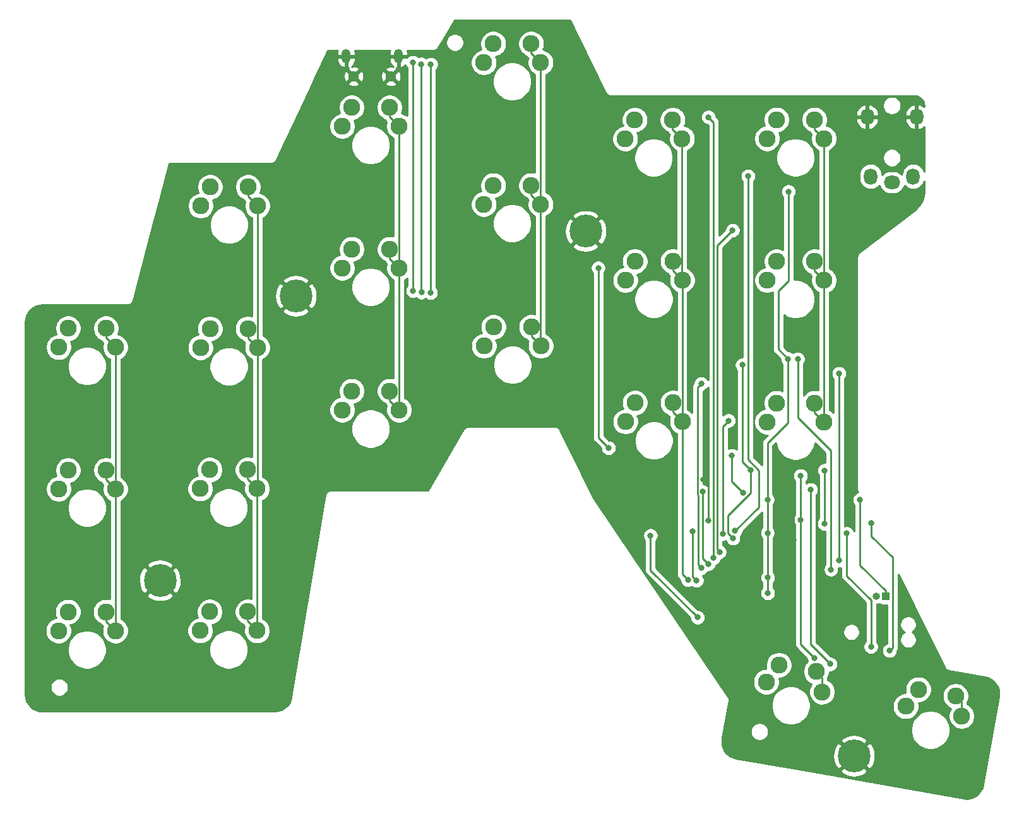
<source format=gbr>
%TF.GenerationSoftware,KiCad,Pcbnew,5.1.10*%
%TF.CreationDate,2021-09-27T15:43:44+02:00*%
%TF.ProjectId,pinkytyl_v2,70696e6b-7974-4796-9c5f-76322e6b6963,rev?*%
%TF.SameCoordinates,Original*%
%TF.FileFunction,Copper,L2,Bot*%
%TF.FilePolarity,Positive*%
%FSLAX46Y46*%
G04 Gerber Fmt 4.6, Leading zero omitted, Abs format (unit mm)*
G04 Created by KiCad (PCBNEW 5.1.10) date 2021-09-27 15:43:44*
%MOMM*%
%LPD*%
G01*
G04 APERTURE LIST*
%TA.AperFunction,ComponentPad*%
%ADD10C,4.400000*%
%TD*%
%TA.AperFunction,ComponentPad*%
%ADD11O,1.800000X2.200000*%
%TD*%
%TA.AperFunction,ComponentPad*%
%ADD12O,2.200000X1.800000*%
%TD*%
%TA.AperFunction,ComponentPad*%
%ADD13O,1.000000X1.000000*%
%TD*%
%TA.AperFunction,ComponentPad*%
%ADD14R,1.000000X1.000000*%
%TD*%
%TA.AperFunction,ComponentPad*%
%ADD15C,2.286000*%
%TD*%
%TA.AperFunction,ComponentPad*%
%ADD16C,1.450000*%
%TD*%
%TA.AperFunction,ComponentPad*%
%ADD17O,1.200000X1.900000*%
%TD*%
%TA.AperFunction,ViaPad*%
%ADD18C,0.800000*%
%TD*%
%TA.AperFunction,Conductor*%
%ADD19C,0.250000*%
%TD*%
%TA.AperFunction,Conductor*%
%ADD20C,0.254000*%
%TD*%
%TA.AperFunction,Conductor*%
%ADD21C,0.100000*%
%TD*%
G04 APERTURE END LIST*
D10*
%TO.P,H4,1*%
%TO.N,GND*%
X182440000Y-135630000D03*
%TD*%
%TO.P,H3,1*%
%TO.N,GND*%
X146460000Y-65230000D03*
%TD*%
%TO.P,H2,1*%
%TO.N,GND*%
X107590000Y-73910000D03*
%TD*%
%TO.P,H1,1*%
%TO.N,GND*%
X89370000Y-112080000D03*
%TD*%
D11*
%TO.P,J1,4*%
%TO.N,GND*%
X184220000Y-49880000D03*
%TO.P,J1,2*%
%TO.N,serial*%
X190370000Y-57880000D03*
D12*
%TO.P,J1,1*%
%TO.N,VCC*%
X187520000Y-58680000D03*
D11*
%TO.P,J1,3*%
%TO.N,serial*%
X184670000Y-57880000D03*
%TO.P,J1,4*%
%TO.N,GND*%
X190820000Y-49880000D03*
%TD*%
D13*
%TO.P,J2,2*%
%TO.N,GND*%
X185400000Y-114230000D03*
D14*
%TO.P,J2,1*%
%TO.N,reset*%
X186670000Y-114230000D03*
%TD*%
D15*
%TO.P,K12,1*%
%TO.N,Net-(D12-Pad2)*%
X113800000Y-51150000D03*
%TO.P,K12,2*%
%TO.N,MISO*%
X120150000Y-48610000D03*
%TO.P,K12,1*%
%TO.N,Net-(D12-Pad2)*%
X115070000Y-48610000D03*
%TO.P,K12,2*%
%TO.N,MISO*%
X121420000Y-51150000D03*
%TD*%
%TO.P,K41,1*%
%TO.N,Net-(D41-Pad2)*%
X189368949Y-128986989D03*
%TO.P,K41,2*%
%TO.N,c3*%
X196063544Y-127588243D03*
%TO.P,K41,1*%
%TO.N,Net-(D41-Pad2)*%
X191060721Y-126706110D03*
%TO.P,K41,2*%
%TO.N,c3*%
X196873184Y-130310188D03*
%TD*%
%TO.P,K40,1*%
%TO.N,Net-(D40-Pad2)*%
X170660010Y-125695450D03*
%TO.P,K40,2*%
%TO.N,MISO*%
X177359447Y-124320082D03*
%TO.P,K40,1*%
%TO.N,Net-(D40-Pad2)*%
X172359734Y-123420491D03*
%TO.P,K40,2*%
%TO.N,MISO*%
X178159581Y-127044836D03*
%TD*%
%TO.P,K35,1*%
%TO.N,Net-(D35-Pad2)*%
X170770000Y-90810000D03*
%TO.P,K35,2*%
%TO.N,c5*%
X177120000Y-88270000D03*
%TO.P,K35,1*%
%TO.N,Net-(D35-Pad2)*%
X172040000Y-88270000D03*
%TO.P,K35,2*%
%TO.N,c5*%
X178390000Y-90810000D03*
%TD*%
%TO.P,K34,1*%
%TO.N,Net-(D34-Pad2)*%
X151780000Y-90790000D03*
%TO.P,K34,2*%
%TO.N,c4*%
X158130000Y-88250000D03*
%TO.P,K34,1*%
%TO.N,Net-(D34-Pad2)*%
X153050000Y-88250000D03*
%TO.P,K34,2*%
%TO.N,c4*%
X159400000Y-90790000D03*
%TD*%
%TO.P,K33,1*%
%TO.N,Net-(D33-Pad2)*%
X132810000Y-80630000D03*
%TO.P,K33,2*%
%TO.N,c3*%
X139160000Y-78090000D03*
%TO.P,K33,1*%
%TO.N,Net-(D33-Pad2)*%
X134080000Y-78090000D03*
%TO.P,K33,2*%
%TO.N,c3*%
X140430000Y-80630000D03*
%TD*%
%TO.P,K32,1*%
%TO.N,Net-(D32-Pad2)*%
X113810000Y-89200000D03*
%TO.P,K32,2*%
%TO.N,MISO*%
X120160000Y-86660000D03*
%TO.P,K32,1*%
%TO.N,Net-(D32-Pad2)*%
X115080000Y-86660000D03*
%TO.P,K32,2*%
%TO.N,MISO*%
X121430000Y-89200000D03*
%TD*%
%TO.P,K31,1*%
%TO.N,Net-(D31-Pad2)*%
X94770000Y-118830000D03*
%TO.P,K31,2*%
%TO.N,MOSI*%
X101120000Y-116290000D03*
%TO.P,K31,1*%
%TO.N,Net-(D31-Pad2)*%
X96040000Y-116290000D03*
%TO.P,K31,2*%
%TO.N,MOSI*%
X102390000Y-118830000D03*
%TD*%
%TO.P,K30,1*%
%TO.N,Net-(D30-Pad2)*%
X75750000Y-118840000D03*
%TO.P,K30,2*%
%TO.N,c0*%
X82100000Y-116300000D03*
%TO.P,K30,1*%
%TO.N,Net-(D30-Pad2)*%
X77020000Y-116300000D03*
%TO.P,K30,2*%
%TO.N,c0*%
X83370000Y-118840000D03*
%TD*%
%TO.P,K25,1*%
%TO.N,Net-(D25-Pad2)*%
X170790000Y-71820000D03*
%TO.P,K25,2*%
%TO.N,c5*%
X177140000Y-69280000D03*
%TO.P,K25,1*%
%TO.N,Net-(D25-Pad2)*%
X172060000Y-69280000D03*
%TO.P,K25,2*%
%TO.N,c5*%
X178410000Y-71820000D03*
%TD*%
%TO.P,K24,1*%
%TO.N,Net-(D24-Pad2)*%
X151770000Y-71790000D03*
%TO.P,K24,2*%
%TO.N,c4*%
X158120000Y-69250000D03*
%TO.P,K24,1*%
%TO.N,Net-(D24-Pad2)*%
X153040000Y-69250000D03*
%TO.P,K24,2*%
%TO.N,c4*%
X159390000Y-71790000D03*
%TD*%
%TO.P,K23,1*%
%TO.N,Net-(D23-Pad2)*%
X132790000Y-61610000D03*
%TO.P,K23,2*%
%TO.N,c3*%
X139140000Y-59070000D03*
%TO.P,K23,1*%
%TO.N,Net-(D23-Pad2)*%
X134060000Y-59070000D03*
%TO.P,K23,2*%
%TO.N,c3*%
X140410000Y-61610000D03*
%TD*%
%TO.P,K22,1*%
%TO.N,Net-(D22-Pad2)*%
X113810000Y-70160000D03*
%TO.P,K22,2*%
%TO.N,MISO*%
X120160000Y-67620000D03*
%TO.P,K22,1*%
%TO.N,Net-(D22-Pad2)*%
X115080000Y-67620000D03*
%TO.P,K22,2*%
%TO.N,MISO*%
X121430000Y-70160000D03*
%TD*%
%TO.P,K21,1*%
%TO.N,Net-(D21-Pad2)*%
X94770000Y-99780000D03*
%TO.P,K21,2*%
%TO.N,MOSI*%
X101120000Y-97240000D03*
%TO.P,K21,1*%
%TO.N,Net-(D21-Pad2)*%
X96040000Y-97240000D03*
%TO.P,K21,2*%
%TO.N,MOSI*%
X102390000Y-99780000D03*
%TD*%
%TO.P,K20,1*%
%TO.N,Net-(D20-Pad2)*%
X75770000Y-99820000D03*
%TO.P,K20,2*%
%TO.N,c0*%
X82120000Y-97280000D03*
%TO.P,K20,1*%
%TO.N,Net-(D20-Pad2)*%
X77040000Y-97280000D03*
%TO.P,K20,2*%
%TO.N,c0*%
X83390000Y-99820000D03*
%TD*%
%TO.P,K15,1*%
%TO.N,Net-(D15-Pad2)*%
X170780000Y-52800000D03*
%TO.P,K15,2*%
%TO.N,c5*%
X177130000Y-50260000D03*
%TO.P,K15,1*%
%TO.N,Net-(D15-Pad2)*%
X172050000Y-50260000D03*
%TO.P,K15,2*%
%TO.N,c5*%
X178400000Y-52800000D03*
%TD*%
%TO.P,K14,1*%
%TO.N,Net-(D14-Pad2)*%
X151760000Y-52820000D03*
%TO.P,K14,2*%
%TO.N,c4*%
X158110000Y-50280000D03*
%TO.P,K14,1*%
%TO.N,Net-(D14-Pad2)*%
X153030000Y-50280000D03*
%TO.P,K14,2*%
%TO.N,c4*%
X159380000Y-52820000D03*
%TD*%
%TO.P,K13,1*%
%TO.N,Net-(D13-Pad2)*%
X132790000Y-42600000D03*
%TO.P,K13,2*%
%TO.N,c3*%
X139140000Y-40060000D03*
%TO.P,K13,1*%
%TO.N,Net-(D13-Pad2)*%
X134060000Y-40060000D03*
%TO.P,K13,2*%
%TO.N,c3*%
X140410000Y-42600000D03*
%TD*%
%TO.P,K11,1*%
%TO.N,Net-(D11-Pad2)*%
X94790000Y-80840000D03*
%TO.P,K11,2*%
%TO.N,MOSI*%
X101140000Y-78300000D03*
%TO.P,K11,1*%
%TO.N,Net-(D11-Pad2)*%
X96060000Y-78300000D03*
%TO.P,K11,2*%
%TO.N,MOSI*%
X102410000Y-80840000D03*
%TD*%
%TO.P,K10,1*%
%TO.N,Net-(D10-Pad2)*%
X75770000Y-80800000D03*
%TO.P,K10,2*%
%TO.N,c0*%
X82120000Y-78260000D03*
%TO.P,K10,1*%
%TO.N,Net-(D10-Pad2)*%
X77040000Y-78260000D03*
%TO.P,K10,2*%
%TO.N,c0*%
X83390000Y-80800000D03*
%TD*%
%TO.P,K0,1*%
%TO.N,Net-(D0-Pad2)*%
X94810000Y-61830000D03*
%TO.P,K0,2*%
%TO.N,MOSI*%
X101160000Y-59290000D03*
%TO.P,K0,1*%
%TO.N,Net-(D0-Pad2)*%
X96080000Y-59290000D03*
%TO.P,K0,2*%
%TO.N,MOSI*%
X102430000Y-61830000D03*
%TD*%
D16*
%TO.P,J3,6*%
%TO.N,GND*%
X120340000Y-44472500D03*
X115340000Y-44472500D03*
D17*
X121340000Y-41772500D03*
X114340000Y-41772500D03*
%TD*%
D18*
%TO.N,VCC*%
X123260000Y-42580000D03*
X123290000Y-73220000D03*
X173570000Y-82350000D03*
X184710000Y-120990000D03*
X173640000Y-59920000D03*
X170820000Y-101240000D03*
X181470000Y-105790000D03*
X170840000Y-105710000D03*
X170880000Y-111710000D03*
X170880000Y-113790000D03*
X155140000Y-106050000D03*
X161460000Y-117050000D03*
%TO.N,GND*%
X155190000Y-102650000D03*
X155940000Y-96823910D03*
X174360000Y-106680000D03*
X174180000Y-102600000D03*
X162896475Y-104020000D03*
X162200000Y-98560000D03*
%TO.N,Net-(C5-Pad1)*%
X166050000Y-95320000D03*
X167562340Y-100337660D03*
%TO.N,r3*%
X162920000Y-49920000D03*
X163621475Y-109056742D03*
%TO.N,r2*%
X166150000Y-65090000D03*
X164390000Y-108280000D03*
%TO.N,r1*%
X161940000Y-85670000D03*
X161960000Y-110390000D03*
%TO.N,serial*%
X168220000Y-57840000D03*
X166500000Y-105440000D03*
%TO.N,d-*%
X124400000Y-42810000D03*
X124430000Y-73440000D03*
X174890000Y-82380000D03*
X179350217Y-110628613D03*
%TO.N,d+*%
X125690000Y-42820000D03*
X125670000Y-73490000D03*
X180410000Y-84310000D03*
X180420000Y-109380000D03*
%TO.N,MISO*%
X148140000Y-70150000D03*
X175280000Y-98030000D03*
X149522664Y-94307344D03*
X177155536Y-122520856D03*
X175270000Y-103940000D03*
%TO.N,MOSI*%
X178490000Y-97330000D03*
X187200000Y-121520000D03*
X178480000Y-104470000D03*
X184740000Y-104390000D03*
%TO.N,c3*%
X167450000Y-83170000D03*
X179250000Y-123310000D03*
X166215280Y-106429484D03*
X176630000Y-99894990D03*
X168610000Y-97310000D03*
%TO.N,reset*%
X183230000Y-101280000D03*
%TO.N,c0*%
X162899595Y-109875443D03*
X162160000Y-100200000D03*
%TO.N,c4*%
X160167187Y-112030543D03*
%TO.N,c5*%
X160815001Y-105520000D03*
X165610000Y-90640000D03*
X161320000Y-112080002D03*
X164820533Y-105855010D03*
%TD*%
D19*
%TO.N,VCC*%
X123260000Y-73190000D02*
X123290000Y-73220000D01*
X123260000Y-42580000D02*
X123260000Y-73190000D01*
X172281099Y-81061099D02*
X173570000Y-82350000D01*
X172281099Y-73246927D02*
X172281099Y-81061099D01*
X173640000Y-71888026D02*
X172281099Y-73246927D01*
X173640000Y-59920000D02*
X173640000Y-71888026D01*
X170820000Y-93678026D02*
X170820000Y-101240000D01*
X173570000Y-82350000D02*
X173570000Y-90928026D01*
X173570000Y-90928026D02*
X170820000Y-93678026D01*
X184710000Y-120990000D02*
X184710000Y-114725685D01*
X184710000Y-114725685D02*
X181470000Y-111485685D01*
X181470000Y-111485685D02*
X181470000Y-105790000D01*
X170840000Y-101260000D02*
X170820000Y-101240000D01*
X170840000Y-105710000D02*
X170840000Y-101260000D01*
X170840000Y-111670000D02*
X170880000Y-111710000D01*
X170840000Y-105710000D02*
X170840000Y-111670000D01*
X170880000Y-111710000D02*
X170880000Y-113790000D01*
X155140000Y-110730000D02*
X161460000Y-117050000D01*
X155140000Y-106050000D02*
X155140000Y-110730000D01*
%TO.N,GND*%
X155940000Y-101900000D02*
X155940000Y-96823910D01*
X155190000Y-102650000D02*
X155940000Y-101900000D01*
X174360000Y-102780000D02*
X174180000Y-102600000D01*
X174360000Y-106680000D02*
X174360000Y-102780000D01*
X162896475Y-99256475D02*
X162200000Y-98560000D01*
X162896475Y-104020000D02*
X162896475Y-99256475D01*
%TO.N,Net-(C5-Pad1)*%
X166050000Y-98825320D02*
X167562340Y-100337660D01*
X166050000Y-95320000D02*
X166050000Y-98825320D01*
%TO.N,r3*%
X162920000Y-49920000D02*
X163621475Y-50621475D01*
X163621475Y-50621475D02*
X163621475Y-109056742D01*
%TO.N,r2*%
X164095531Y-107985531D02*
X164390000Y-108280000D01*
X166150000Y-65090000D02*
X164095531Y-67144469D01*
X164095531Y-67144469D02*
X164095531Y-107985531D01*
%TO.N,r1*%
X161960000Y-110610000D02*
X161960000Y-110390000D01*
X161940000Y-85670000D02*
X161434999Y-86175001D01*
X161434999Y-100548001D02*
X161560001Y-100673003D01*
X161560001Y-109990001D02*
X161960000Y-110390000D01*
X161560001Y-100673003D02*
X161560001Y-109990001D01*
X161434999Y-86175001D02*
X161434999Y-100548001D01*
%TO.N,serial*%
X169700002Y-97346998D02*
X169700002Y-102239998D01*
X168220000Y-95866996D02*
X169700002Y-97346998D01*
X168220000Y-57840000D02*
X168220000Y-95866996D01*
X169700002Y-102239998D02*
X166500000Y-105440000D01*
%TO.N,d-*%
X124400000Y-73410000D02*
X124430000Y-73440000D01*
X124400000Y-42810000D02*
X124400000Y-73410000D01*
X179350217Y-94688243D02*
X179350217Y-110628613D01*
X174890000Y-90228026D02*
X179350217Y-94688243D01*
X174890000Y-82380000D02*
X174890000Y-90228026D01*
%TO.N,d+*%
X125690000Y-73470000D02*
X125670000Y-73490000D01*
X125690000Y-42820000D02*
X125690000Y-73470000D01*
X180410000Y-84310000D02*
X180410000Y-109370000D01*
X180410000Y-109370000D02*
X180420000Y-109380000D01*
%TO.N,MISO*%
X121420000Y-70150000D02*
X121430000Y-70160000D01*
X121420000Y-51150000D02*
X121420000Y-70150000D01*
X121430000Y-70160000D02*
X121430000Y-89200000D01*
X120150000Y-49880000D02*
X120150000Y-48610000D01*
X121420000Y-51150000D02*
X120150000Y-49880000D01*
X120160000Y-68890000D02*
X120160000Y-67620000D01*
X121430000Y-70160000D02*
X120160000Y-68890000D01*
X120160000Y-87930000D02*
X120160000Y-86660000D01*
X121430000Y-89200000D02*
X120160000Y-87930000D01*
X178159581Y-125120216D02*
X177359447Y-124320082D01*
X178159581Y-127044836D02*
X178159581Y-125120216D01*
X148140000Y-92924680D02*
X149522664Y-94307344D01*
X148140000Y-70150000D02*
X148140000Y-92924680D01*
X175280000Y-98030000D02*
X175280000Y-103930000D01*
X175280000Y-103930000D02*
X175270000Y-103940000D01*
X177155536Y-122520856D02*
X175270000Y-120635320D01*
X175270000Y-120635320D02*
X175270000Y-103940000D01*
%TO.N,MOSI*%
X102430000Y-80820000D02*
X102410000Y-80840000D01*
X102430000Y-61830000D02*
X102430000Y-80820000D01*
X102410000Y-99760000D02*
X102390000Y-99780000D01*
X102410000Y-80840000D02*
X102410000Y-99760000D01*
X102390000Y-99780000D02*
X102390000Y-118830000D01*
X101120000Y-117560000D02*
X101120000Y-116290000D01*
X102390000Y-118830000D02*
X101120000Y-117560000D01*
X101120000Y-98510000D02*
X101120000Y-97240000D01*
X102390000Y-99780000D02*
X101120000Y-98510000D01*
X101140000Y-79570000D02*
X101140000Y-78300000D01*
X102410000Y-80840000D02*
X101140000Y-79570000D01*
X101160000Y-60560000D02*
X101160000Y-59290000D01*
X102430000Y-61830000D02*
X101160000Y-60560000D01*
X178490000Y-97330000D02*
X178490000Y-104460000D01*
X178490000Y-104460000D02*
X178480000Y-104470000D01*
X187200000Y-121520000D02*
X187599999Y-121120001D01*
X187599999Y-121120001D02*
X187599999Y-109003603D01*
X184740000Y-106143604D02*
X184740000Y-104390000D01*
X187599999Y-109003603D02*
X184740000Y-106143604D01*
%TO.N,c3*%
X140410000Y-42600000D02*
X140410000Y-61610000D01*
X140410000Y-80610000D02*
X140430000Y-80630000D01*
X140410000Y-61610000D02*
X140410000Y-80610000D01*
X139160000Y-79360000D02*
X139160000Y-78090000D01*
X140430000Y-80630000D02*
X139160000Y-79360000D01*
X139140000Y-60340000D02*
X139140000Y-59070000D01*
X140410000Y-61610000D02*
X139140000Y-60340000D01*
X139140000Y-41330000D02*
X139140000Y-40060000D01*
X140410000Y-42600000D02*
X139140000Y-41330000D01*
X196873184Y-128397883D02*
X196063544Y-127588243D01*
X196873184Y-130310188D02*
X196873184Y-128397883D01*
X176630000Y-120690000D02*
X176630000Y-99894990D01*
X179250000Y-123310000D02*
X176630000Y-120690000D01*
X167450000Y-96150000D02*
X168610000Y-97310000D01*
X167450000Y-83170000D02*
X167450000Y-96150000D01*
X168610000Y-100335685D02*
X168610000Y-97310000D01*
X165554999Y-103390686D02*
X168610000Y-100335685D01*
X166215280Y-106429484D02*
X165554999Y-105769203D01*
X165554999Y-105769203D02*
X165554999Y-103390686D01*
%TO.N,reset*%
X186670000Y-114230000D02*
X186670000Y-113480000D01*
X186670000Y-113480000D02*
X183230000Y-110040000D01*
X183230000Y-110040000D02*
X183230000Y-101280000D01*
%TO.N,c0*%
X83390000Y-80800000D02*
X83390000Y-99820000D01*
X83390000Y-118820000D02*
X83370000Y-118840000D01*
X83390000Y-99820000D02*
X83390000Y-118820000D01*
X82120000Y-79530000D02*
X82120000Y-78260000D01*
X83390000Y-80800000D02*
X82120000Y-79530000D01*
X82120000Y-98550000D02*
X82120000Y-97280000D01*
X83390000Y-99820000D02*
X82120000Y-98550000D01*
X82100000Y-117570000D02*
X82100000Y-116300000D01*
X83370000Y-118840000D02*
X82100000Y-117570000D01*
X162899595Y-109875443D02*
X162160000Y-109135848D01*
X162160000Y-109135848D02*
X162160000Y-100200000D01*
%TO.N,c4*%
X159380000Y-71780000D02*
X159390000Y-71790000D01*
X159380000Y-52820000D02*
X159380000Y-71780000D01*
X159390000Y-90780000D02*
X159400000Y-90790000D01*
X159390000Y-71790000D02*
X159390000Y-90780000D01*
X158110000Y-51550000D02*
X158110000Y-50280000D01*
X159380000Y-52820000D02*
X158110000Y-51550000D01*
X158120000Y-70520000D02*
X158120000Y-69250000D01*
X159390000Y-71790000D02*
X158120000Y-70520000D01*
X158130000Y-89520000D02*
X158130000Y-88250000D01*
X159400000Y-90790000D02*
X158130000Y-89520000D01*
X159400000Y-111263356D02*
X160167187Y-112030543D01*
X159400000Y-90790000D02*
X159400000Y-111263356D01*
%TO.N,c5*%
X178400000Y-71810000D02*
X178410000Y-71820000D01*
X178400000Y-52800000D02*
X178400000Y-71810000D01*
X178410000Y-90790000D02*
X178390000Y-90810000D01*
X178410000Y-71820000D02*
X178410000Y-90790000D01*
X177120000Y-89540000D02*
X177120000Y-88270000D01*
X178390000Y-90810000D02*
X177120000Y-89540000D01*
X177140000Y-70550000D02*
X177140000Y-69280000D01*
X178410000Y-71820000D02*
X177140000Y-70550000D01*
X177130000Y-51530000D02*
X177130000Y-50260000D01*
X178400000Y-52800000D02*
X177130000Y-51530000D01*
X160815001Y-111575003D02*
X161320000Y-112080002D01*
X160815001Y-105520000D02*
X160815001Y-111575003D01*
X165610000Y-90640000D02*
X164820533Y-91429467D01*
X164820533Y-91429467D02*
X164820533Y-105855010D01*
%TD*%
D20*
%TO.N,GND*%
X149129589Y-46624983D02*
X149133256Y-46637073D01*
X149161472Y-46689861D01*
X149171868Y-46711016D01*
X149178482Y-46721685D01*
X149201506Y-46764760D01*
X149216547Y-46783087D01*
X149229037Y-46803235D01*
X149262371Y-46838924D01*
X149293355Y-46876678D01*
X149311681Y-46891718D01*
X149327863Y-46909043D01*
X149367518Y-46937542D01*
X149405273Y-46968527D01*
X149426184Y-46979704D01*
X149445433Y-46993538D01*
X149489883Y-47013752D01*
X149532960Y-47036777D01*
X149555651Y-47043660D01*
X149577227Y-47053472D01*
X149624761Y-47064624D01*
X149671508Y-47078805D01*
X149695108Y-47081129D01*
X149718182Y-47086543D01*
X149766978Y-47088208D01*
X149779488Y-47089440D01*
X149803090Y-47089440D01*
X149862880Y-47091480D01*
X149875343Y-47089440D01*
X190534052Y-47089440D01*
X190815020Y-47116989D01*
X191050711Y-47188148D01*
X191268088Y-47303731D01*
X191458878Y-47459335D01*
X191615810Y-47649033D01*
X191732905Y-47865597D01*
X191805708Y-48100784D01*
X191834999Y-48379468D01*
X191834999Y-48529369D01*
X191783081Y-48478629D01*
X191530200Y-48313825D01*
X191250026Y-48201523D01*
X191184740Y-48188964D01*
X190947000Y-48309622D01*
X190947000Y-49753000D01*
X190967000Y-49753000D01*
X190967000Y-50007000D01*
X190947000Y-50007000D01*
X190947000Y-51450378D01*
X191184740Y-51571036D01*
X191250026Y-51558477D01*
X191530200Y-51446175D01*
X191783081Y-51281371D01*
X191834999Y-51230631D01*
X191835000Y-57221545D01*
X191795017Y-57089740D01*
X191652481Y-56823073D01*
X191460661Y-56589339D01*
X191226927Y-56397519D01*
X190960261Y-56254983D01*
X190670913Y-56167210D01*
X190370000Y-56137573D01*
X190069088Y-56167210D01*
X189779740Y-56254983D01*
X189513074Y-56397519D01*
X189279339Y-56589339D01*
X189087519Y-56823073D01*
X188944983Y-57089739D01*
X188857210Y-57379087D01*
X188835000Y-57604592D01*
X188835000Y-57618996D01*
X188810661Y-57589339D01*
X188576927Y-57397519D01*
X188310261Y-57254983D01*
X188020913Y-57167210D01*
X187795408Y-57145000D01*
X187244592Y-57145000D01*
X187019087Y-57167210D01*
X186729739Y-57254983D01*
X186463073Y-57397519D01*
X186229339Y-57589339D01*
X186205000Y-57618996D01*
X186205000Y-57604593D01*
X186182790Y-57379088D01*
X186095017Y-57089740D01*
X185952481Y-56823073D01*
X185760661Y-56589339D01*
X185526927Y-56397519D01*
X185260261Y-56254983D01*
X184970913Y-56167210D01*
X184670000Y-56137573D01*
X184369088Y-56167210D01*
X184079740Y-56254983D01*
X183813074Y-56397519D01*
X183579339Y-56589339D01*
X183387519Y-56823073D01*
X183244983Y-57089739D01*
X183157210Y-57379087D01*
X183135000Y-57604592D01*
X183135000Y-58155407D01*
X183157210Y-58380912D01*
X183244983Y-58670260D01*
X183387519Y-58936926D01*
X183579339Y-59170661D01*
X183813073Y-59362481D01*
X184079739Y-59505017D01*
X184369087Y-59592790D01*
X184670000Y-59622427D01*
X184970912Y-59592790D01*
X185260260Y-59505017D01*
X185526926Y-59362481D01*
X185760661Y-59170661D01*
X185836673Y-59078040D01*
X185894983Y-59270261D01*
X186037519Y-59536927D01*
X186229339Y-59770661D01*
X186463073Y-59962481D01*
X186729739Y-60105017D01*
X187019087Y-60192790D01*
X187244592Y-60215000D01*
X187795408Y-60215000D01*
X188020913Y-60192790D01*
X188310261Y-60105017D01*
X188576927Y-59962481D01*
X188810661Y-59770661D01*
X189002481Y-59536927D01*
X189145017Y-59270261D01*
X189203327Y-59078039D01*
X189279339Y-59170661D01*
X189513073Y-59362481D01*
X189779739Y-59505017D01*
X190069087Y-59592790D01*
X190370000Y-59622427D01*
X190670912Y-59592790D01*
X190960260Y-59505017D01*
X191226926Y-59362481D01*
X191460661Y-59170661D01*
X191652481Y-58936927D01*
X191795017Y-58670261D01*
X191835000Y-58538455D01*
X191835000Y-59829592D01*
X191769361Y-60499037D01*
X191585382Y-61108403D01*
X191286552Y-61670419D01*
X190877861Y-62171525D01*
X190519937Y-62484449D01*
X183172511Y-68046255D01*
X183159679Y-68053114D01*
X183114878Y-68089882D01*
X183097601Y-68102960D01*
X183086985Y-68112773D01*
X183047761Y-68144964D01*
X183033933Y-68161814D01*
X183017925Y-68176611D01*
X182988100Y-68217661D01*
X182955912Y-68256882D01*
X182945637Y-68276106D01*
X182932823Y-68293742D01*
X182911579Y-68339823D01*
X182887662Y-68384569D01*
X182881334Y-68405429D01*
X182872208Y-68425225D01*
X182860364Y-68474559D01*
X182845634Y-68523117D01*
X182843497Y-68544814D01*
X182838409Y-68566007D01*
X182836417Y-68616700D01*
X182834999Y-68631097D01*
X182834999Y-68652784D01*
X182832724Y-68710677D01*
X182834999Y-68725041D01*
X182835000Y-99875559D01*
X182833061Y-99936174D01*
X182840925Y-99983588D01*
X182845635Y-100031409D01*
X182852743Y-100054842D01*
X182856751Y-100079005D01*
X182873714Y-100123974D01*
X182887663Y-100169957D01*
X182916239Y-100223419D01*
X182944902Y-100281432D01*
X182928102Y-100284774D01*
X182739744Y-100362795D01*
X182570226Y-100476063D01*
X182426063Y-100620226D01*
X182312795Y-100789744D01*
X182234774Y-100978102D01*
X182195000Y-101178061D01*
X182195000Y-101381939D01*
X182234774Y-101581898D01*
X182312795Y-101770256D01*
X182426063Y-101939774D01*
X182470001Y-101983712D01*
X182470001Y-105512105D01*
X182465226Y-105488102D01*
X182387205Y-105299744D01*
X182273937Y-105130226D01*
X182129774Y-104986063D01*
X181960256Y-104872795D01*
X181771898Y-104794774D01*
X181571939Y-104755000D01*
X181368061Y-104755000D01*
X181170000Y-104794396D01*
X181170000Y-85013711D01*
X181213937Y-84969774D01*
X181327205Y-84800256D01*
X181405226Y-84611898D01*
X181445000Y-84411939D01*
X181445000Y-84208061D01*
X181405226Y-84008102D01*
X181327205Y-83819744D01*
X181213937Y-83650226D01*
X181069774Y-83506063D01*
X180900256Y-83392795D01*
X180711898Y-83314774D01*
X180511939Y-83275000D01*
X180308061Y-83275000D01*
X180108102Y-83314774D01*
X179919744Y-83392795D01*
X179750226Y-83506063D01*
X179606063Y-83650226D01*
X179492795Y-83819744D01*
X179414774Y-84008102D01*
X179375000Y-84208061D01*
X179375000Y-84411939D01*
X179414774Y-84611898D01*
X179492795Y-84800256D01*
X179606063Y-84969774D01*
X179650000Y-85013711D01*
X179650000Y-89555528D01*
X179523409Y-89428937D01*
X179232199Y-89234357D01*
X179170000Y-89208593D01*
X179170000Y-73429691D01*
X179252199Y-73395643D01*
X179543409Y-73201063D01*
X179791063Y-72953409D01*
X179985643Y-72662199D01*
X180119672Y-72338623D01*
X180188000Y-71995118D01*
X180188000Y-71644882D01*
X180119672Y-71301377D01*
X179985643Y-70977801D01*
X179791063Y-70686591D01*
X179543409Y-70438937D01*
X179252199Y-70244357D01*
X179160000Y-70206167D01*
X179160000Y-55258363D01*
X186285000Y-55258363D01*
X186285000Y-55501637D01*
X186332460Y-55740236D01*
X186425557Y-55964992D01*
X186560713Y-56167267D01*
X186732733Y-56339287D01*
X186935008Y-56474443D01*
X187159764Y-56567540D01*
X187398363Y-56615000D01*
X187641637Y-56615000D01*
X187880236Y-56567540D01*
X188104992Y-56474443D01*
X188307267Y-56339287D01*
X188479287Y-56167267D01*
X188614443Y-55964992D01*
X188707540Y-55740236D01*
X188755000Y-55501637D01*
X188755000Y-55258363D01*
X188707540Y-55019764D01*
X188614443Y-54795008D01*
X188479287Y-54592733D01*
X188307267Y-54420713D01*
X188104992Y-54285557D01*
X187880236Y-54192460D01*
X187641637Y-54145000D01*
X187398363Y-54145000D01*
X187159764Y-54192460D01*
X186935008Y-54285557D01*
X186732733Y-54420713D01*
X186560713Y-54592733D01*
X186425557Y-54795008D01*
X186332460Y-55019764D01*
X186285000Y-55258363D01*
X179160000Y-55258363D01*
X179160000Y-54409691D01*
X179242199Y-54375643D01*
X179533409Y-54181063D01*
X179781063Y-53933409D01*
X179975643Y-53642199D01*
X180109672Y-53318623D01*
X180178000Y-52975118D01*
X180178000Y-52624882D01*
X180109672Y-52281377D01*
X179975643Y-51957801D01*
X179781063Y-51666591D01*
X179533409Y-51418937D01*
X179242199Y-51224357D01*
X178918623Y-51090328D01*
X178726398Y-51052092D01*
X178839672Y-50778623D01*
X178908000Y-50435118D01*
X178908000Y-50248497D01*
X182689502Y-50248497D01*
X182751782Y-50543845D01*
X182870485Y-50821367D01*
X183041049Y-51070399D01*
X183256919Y-51281371D01*
X183509800Y-51446175D01*
X183789974Y-51558477D01*
X183855260Y-51571036D01*
X184093000Y-51450378D01*
X184093000Y-50007000D01*
X184347000Y-50007000D01*
X184347000Y-51450378D01*
X184584740Y-51571036D01*
X184650026Y-51558477D01*
X184930200Y-51446175D01*
X185183081Y-51281371D01*
X185398951Y-51070399D01*
X185569515Y-50821367D01*
X185688218Y-50543845D01*
X185750498Y-50248497D01*
X189289502Y-50248497D01*
X189351782Y-50543845D01*
X189470485Y-50821367D01*
X189641049Y-51070399D01*
X189856919Y-51281371D01*
X190109800Y-51446175D01*
X190389974Y-51558477D01*
X190455260Y-51571036D01*
X190693000Y-51450378D01*
X190693000Y-50007000D01*
X189440736Y-50007000D01*
X189289502Y-50248497D01*
X185750498Y-50248497D01*
X185599264Y-50007000D01*
X184347000Y-50007000D01*
X184093000Y-50007000D01*
X182840736Y-50007000D01*
X182689502Y-50248497D01*
X178908000Y-50248497D01*
X178908000Y-50084882D01*
X178839672Y-49741377D01*
X178744456Y-49511503D01*
X182689502Y-49511503D01*
X182840736Y-49753000D01*
X184093000Y-49753000D01*
X184093000Y-48309622D01*
X184347000Y-48309622D01*
X184347000Y-49753000D01*
X185599264Y-49753000D01*
X185750498Y-49511503D01*
X185688218Y-49216155D01*
X185569515Y-48938633D01*
X185398951Y-48689601D01*
X185183081Y-48478629D01*
X184930200Y-48313825D01*
X184791832Y-48258363D01*
X186285000Y-48258363D01*
X186285000Y-48501637D01*
X186332460Y-48740236D01*
X186425557Y-48964992D01*
X186560713Y-49167267D01*
X186732733Y-49339287D01*
X186935008Y-49474443D01*
X187159764Y-49567540D01*
X187398363Y-49615000D01*
X187641637Y-49615000D01*
X187880236Y-49567540D01*
X188015521Y-49511503D01*
X189289502Y-49511503D01*
X189440736Y-49753000D01*
X190693000Y-49753000D01*
X190693000Y-48309622D01*
X190455260Y-48188964D01*
X190389974Y-48201523D01*
X190109800Y-48313825D01*
X189856919Y-48478629D01*
X189641049Y-48689601D01*
X189470485Y-48938633D01*
X189351782Y-49216155D01*
X189289502Y-49511503D01*
X188015521Y-49511503D01*
X188104992Y-49474443D01*
X188307267Y-49339287D01*
X188479287Y-49167267D01*
X188614443Y-48964992D01*
X188707540Y-48740236D01*
X188755000Y-48501637D01*
X188755000Y-48258363D01*
X188707540Y-48019764D01*
X188614443Y-47795008D01*
X188479287Y-47592733D01*
X188307267Y-47420713D01*
X188104992Y-47285557D01*
X187880236Y-47192460D01*
X187641637Y-47145000D01*
X187398363Y-47145000D01*
X187159764Y-47192460D01*
X186935008Y-47285557D01*
X186732733Y-47420713D01*
X186560713Y-47592733D01*
X186425557Y-47795008D01*
X186332460Y-48019764D01*
X186285000Y-48258363D01*
X184791832Y-48258363D01*
X184650026Y-48201523D01*
X184584740Y-48188964D01*
X184347000Y-48309622D01*
X184093000Y-48309622D01*
X183855260Y-48188964D01*
X183789974Y-48201523D01*
X183509800Y-48313825D01*
X183256919Y-48478629D01*
X183041049Y-48689601D01*
X182870485Y-48938633D01*
X182751782Y-49216155D01*
X182689502Y-49511503D01*
X178744456Y-49511503D01*
X178705643Y-49417801D01*
X178511063Y-49126591D01*
X178263409Y-48878937D01*
X177972199Y-48684357D01*
X177648623Y-48550328D01*
X177305118Y-48482000D01*
X176954882Y-48482000D01*
X176611377Y-48550328D01*
X176287801Y-48684357D01*
X175996591Y-48878937D01*
X175748937Y-49126591D01*
X175554357Y-49417801D01*
X175420328Y-49741377D01*
X175352000Y-50084882D01*
X175352000Y-50435118D01*
X175420328Y-50778623D01*
X175554357Y-51102199D01*
X175748937Y-51393409D01*
X175996591Y-51641063D01*
X176287801Y-51835643D01*
X176472510Y-51912152D01*
X176495026Y-51954276D01*
X176511439Y-51974275D01*
X176589999Y-52070001D01*
X176619003Y-52093804D01*
X176724376Y-52199177D01*
X176690328Y-52281377D01*
X176622000Y-52624882D01*
X176622000Y-52975118D01*
X176690328Y-53318623D01*
X176824357Y-53642199D01*
X177018937Y-53933409D01*
X177266591Y-54181063D01*
X177557801Y-54375643D01*
X177640000Y-54409691D01*
X177640001Y-67566624D01*
X177315118Y-67502000D01*
X176964882Y-67502000D01*
X176621377Y-67570328D01*
X176297801Y-67704357D01*
X176006591Y-67898937D01*
X175758937Y-68146591D01*
X175564357Y-68437801D01*
X175430328Y-68761377D01*
X175362000Y-69104882D01*
X175362000Y-69455118D01*
X175430328Y-69798623D01*
X175564357Y-70122199D01*
X175758937Y-70413409D01*
X176006591Y-70661063D01*
X176297801Y-70855643D01*
X176482510Y-70932152D01*
X176505026Y-70974276D01*
X176527942Y-71002199D01*
X176599999Y-71090001D01*
X176629003Y-71113804D01*
X176734376Y-71219177D01*
X176700328Y-71301377D01*
X176632000Y-71644882D01*
X176632000Y-71995118D01*
X176700328Y-72338623D01*
X176834357Y-72662199D01*
X177028937Y-72953409D01*
X177276591Y-73201063D01*
X177567801Y-73395643D01*
X177650000Y-73429691D01*
X177650001Y-86565041D01*
X177638623Y-86560328D01*
X177295118Y-86492000D01*
X176944882Y-86492000D01*
X176601377Y-86560328D01*
X176277801Y-86694357D01*
X175986591Y-86888937D01*
X175738937Y-87136591D01*
X175650000Y-87269695D01*
X175650000Y-83083711D01*
X175693937Y-83039774D01*
X175807205Y-82870256D01*
X175885226Y-82681898D01*
X175925000Y-82481939D01*
X175925000Y-82278061D01*
X175885226Y-82078102D01*
X175807205Y-81889744D01*
X175693937Y-81720226D01*
X175549774Y-81576063D01*
X175380256Y-81462795D01*
X175191898Y-81384774D01*
X174991939Y-81345000D01*
X174788061Y-81345000D01*
X174588102Y-81384774D01*
X174399744Y-81462795D01*
X174247939Y-81564228D01*
X174229774Y-81546063D01*
X174060256Y-81432795D01*
X173871898Y-81354774D01*
X173671939Y-81315000D01*
X173609802Y-81315000D01*
X173041099Y-80746298D01*
X173041099Y-76480127D01*
X173354749Y-76689701D01*
X173833178Y-76887873D01*
X174341076Y-76988900D01*
X174858924Y-76988900D01*
X175366822Y-76887873D01*
X175845251Y-76689701D01*
X176275826Y-76402000D01*
X176642000Y-76035826D01*
X176929701Y-75605251D01*
X177127873Y-75126822D01*
X177228900Y-74618924D01*
X177228900Y-74101076D01*
X177127873Y-73593178D01*
X176929701Y-73114749D01*
X176642000Y-72684174D01*
X176275826Y-72318000D01*
X175845251Y-72030299D01*
X175366822Y-71832127D01*
X174858924Y-71731100D01*
X174400000Y-71731100D01*
X174400000Y-60623711D01*
X174443937Y-60579774D01*
X174557205Y-60410256D01*
X174635226Y-60221898D01*
X174675000Y-60021939D01*
X174675000Y-59818061D01*
X174635226Y-59618102D01*
X174557205Y-59429744D01*
X174443937Y-59260226D01*
X174299774Y-59116063D01*
X174130256Y-59002795D01*
X173941898Y-58924774D01*
X173741939Y-58885000D01*
X173538061Y-58885000D01*
X173338102Y-58924774D01*
X173149744Y-59002795D01*
X172980226Y-59116063D01*
X172836063Y-59260226D01*
X172722795Y-59429744D01*
X172644774Y-59618102D01*
X172605000Y-59818061D01*
X172605000Y-60021939D01*
X172644774Y-60221898D01*
X172722795Y-60410256D01*
X172836063Y-60579774D01*
X172880000Y-60623711D01*
X172880001Y-67695162D01*
X172578623Y-67570328D01*
X172235118Y-67502000D01*
X171884882Y-67502000D01*
X171541377Y-67570328D01*
X171217801Y-67704357D01*
X170926591Y-67898937D01*
X170678937Y-68146591D01*
X170484357Y-68437801D01*
X170350328Y-68761377D01*
X170282000Y-69104882D01*
X170282000Y-69455118D01*
X170350328Y-69798623D01*
X170463602Y-70072092D01*
X170271377Y-70110328D01*
X169947801Y-70244357D01*
X169656591Y-70438937D01*
X169408937Y-70686591D01*
X169214357Y-70977801D01*
X169080328Y-71301377D01*
X169012000Y-71644882D01*
X169012000Y-71995118D01*
X169080328Y-72338623D01*
X169214357Y-72662199D01*
X169408937Y-72953409D01*
X169656591Y-73201063D01*
X169947801Y-73395643D01*
X170271377Y-73529672D01*
X170614882Y-73598000D01*
X170965118Y-73598000D01*
X171308623Y-73529672D01*
X171521099Y-73441662D01*
X171521100Y-81023767D01*
X171517423Y-81061099D01*
X171521100Y-81098432D01*
X171532097Y-81210085D01*
X171542469Y-81244276D01*
X171575553Y-81353345D01*
X171646125Y-81485375D01*
X171679093Y-81525546D01*
X171741099Y-81601100D01*
X171770097Y-81624898D01*
X172535000Y-82389802D01*
X172535000Y-82451939D01*
X172574774Y-82651898D01*
X172652795Y-82840256D01*
X172766063Y-83009774D01*
X172810000Y-83053711D01*
X172810001Y-86664452D01*
X172558623Y-86560328D01*
X172215118Y-86492000D01*
X171864882Y-86492000D01*
X171521377Y-86560328D01*
X171197801Y-86694357D01*
X170906591Y-86888937D01*
X170658937Y-87136591D01*
X170464357Y-87427801D01*
X170330328Y-87751377D01*
X170262000Y-88094882D01*
X170262000Y-88445118D01*
X170330328Y-88788623D01*
X170443602Y-89062092D01*
X170251377Y-89100328D01*
X169927801Y-89234357D01*
X169636591Y-89428937D01*
X169388937Y-89676591D01*
X169194357Y-89967801D01*
X169060328Y-90291377D01*
X168992000Y-90634882D01*
X168992000Y-90985118D01*
X169060328Y-91328623D01*
X169194357Y-91652199D01*
X169388937Y-91943409D01*
X169636591Y-92191063D01*
X169927801Y-92385643D01*
X170251377Y-92519672D01*
X170594882Y-92588000D01*
X170835225Y-92588000D01*
X170309003Y-93114222D01*
X170279999Y-93138025D01*
X170224871Y-93205200D01*
X170185026Y-93253750D01*
X170134137Y-93348956D01*
X170114454Y-93385780D01*
X170070997Y-93529041D01*
X170060000Y-93640694D01*
X170060000Y-93640704D01*
X170056324Y-93678026D01*
X170060000Y-93715348D01*
X170060000Y-96632195D01*
X168980000Y-95552195D01*
X168980000Y-58543711D01*
X169023937Y-58499774D01*
X169137205Y-58330256D01*
X169215226Y-58141898D01*
X169255000Y-57941939D01*
X169255000Y-57738061D01*
X169215226Y-57538102D01*
X169137205Y-57349744D01*
X169023937Y-57180226D01*
X168879774Y-57036063D01*
X168710256Y-56922795D01*
X168521898Y-56844774D01*
X168321939Y-56805000D01*
X168118061Y-56805000D01*
X167918102Y-56844774D01*
X167729744Y-56922795D01*
X167560226Y-57036063D01*
X167416063Y-57180226D01*
X167302795Y-57349744D01*
X167224774Y-57538102D01*
X167185000Y-57738061D01*
X167185000Y-57941939D01*
X167224774Y-58141898D01*
X167302795Y-58330256D01*
X167416063Y-58499774D01*
X167460000Y-58543711D01*
X167460001Y-82135000D01*
X167348061Y-82135000D01*
X167148102Y-82174774D01*
X166959744Y-82252795D01*
X166790226Y-82366063D01*
X166646063Y-82510226D01*
X166532795Y-82679744D01*
X166454774Y-82868102D01*
X166415000Y-83068061D01*
X166415000Y-83271939D01*
X166454774Y-83471898D01*
X166532795Y-83660256D01*
X166646063Y-83829774D01*
X166690000Y-83873711D01*
X166690001Y-94502851D01*
X166540256Y-94402795D01*
X166351898Y-94324774D01*
X166151939Y-94285000D01*
X165948061Y-94285000D01*
X165748102Y-94324774D01*
X165580533Y-94394184D01*
X165580533Y-91744268D01*
X165649801Y-91675000D01*
X165711939Y-91675000D01*
X165911898Y-91635226D01*
X166100256Y-91557205D01*
X166269774Y-91443937D01*
X166413937Y-91299774D01*
X166527205Y-91130256D01*
X166605226Y-90941898D01*
X166645000Y-90741939D01*
X166645000Y-90538061D01*
X166605226Y-90338102D01*
X166527205Y-90149744D01*
X166413937Y-89980226D01*
X166269774Y-89836063D01*
X166100256Y-89722795D01*
X165911898Y-89644774D01*
X165711939Y-89605000D01*
X165508061Y-89605000D01*
X165308102Y-89644774D01*
X165119744Y-89722795D01*
X164950226Y-89836063D01*
X164855531Y-89930758D01*
X164855531Y-67459270D01*
X166189802Y-66125000D01*
X166251939Y-66125000D01*
X166451898Y-66085226D01*
X166640256Y-66007205D01*
X166809774Y-65893937D01*
X166953937Y-65749774D01*
X167067205Y-65580256D01*
X167145226Y-65391898D01*
X167185000Y-65191939D01*
X167185000Y-64988061D01*
X167145226Y-64788102D01*
X167067205Y-64599744D01*
X166953937Y-64430226D01*
X166809774Y-64286063D01*
X166640256Y-64172795D01*
X166451898Y-64094774D01*
X166251939Y-64055000D01*
X166048061Y-64055000D01*
X165848102Y-64094774D01*
X165659744Y-64172795D01*
X165490226Y-64286063D01*
X165346063Y-64430226D01*
X165232795Y-64599744D01*
X165154774Y-64788102D01*
X165115000Y-64988061D01*
X165115000Y-65050198D01*
X164381475Y-65783724D01*
X164381475Y-55081076D01*
X171961100Y-55081076D01*
X171961100Y-55598924D01*
X172062127Y-56106822D01*
X172260299Y-56585251D01*
X172548000Y-57015826D01*
X172914174Y-57382000D01*
X173344749Y-57669701D01*
X173823178Y-57867873D01*
X174331076Y-57968900D01*
X174848924Y-57968900D01*
X175356822Y-57867873D01*
X175835251Y-57669701D01*
X176265826Y-57382000D01*
X176632000Y-57015826D01*
X176919701Y-56585251D01*
X177117873Y-56106822D01*
X177218900Y-55598924D01*
X177218900Y-55081076D01*
X177117873Y-54573178D01*
X176919701Y-54094749D01*
X176632000Y-53664174D01*
X176265826Y-53298000D01*
X175835251Y-53010299D01*
X175356822Y-52812127D01*
X174848924Y-52711100D01*
X174331076Y-52711100D01*
X173823178Y-52812127D01*
X173344749Y-53010299D01*
X172914174Y-53298000D01*
X172548000Y-53664174D01*
X172260299Y-54094749D01*
X172062127Y-54573178D01*
X171961100Y-55081076D01*
X164381475Y-55081076D01*
X164381475Y-52624882D01*
X169002000Y-52624882D01*
X169002000Y-52975118D01*
X169070328Y-53318623D01*
X169204357Y-53642199D01*
X169398937Y-53933409D01*
X169646591Y-54181063D01*
X169937801Y-54375643D01*
X170261377Y-54509672D01*
X170604882Y-54578000D01*
X170955118Y-54578000D01*
X171298623Y-54509672D01*
X171622199Y-54375643D01*
X171913409Y-54181063D01*
X172161063Y-53933409D01*
X172355643Y-53642199D01*
X172489672Y-53318623D01*
X172558000Y-52975118D01*
X172558000Y-52624882D01*
X172489672Y-52281377D01*
X172376398Y-52007908D01*
X172568623Y-51969672D01*
X172892199Y-51835643D01*
X173183409Y-51641063D01*
X173431063Y-51393409D01*
X173625643Y-51102199D01*
X173759672Y-50778623D01*
X173828000Y-50435118D01*
X173828000Y-50084882D01*
X173759672Y-49741377D01*
X173625643Y-49417801D01*
X173431063Y-49126591D01*
X173183409Y-48878937D01*
X172892199Y-48684357D01*
X172568623Y-48550328D01*
X172225118Y-48482000D01*
X171874882Y-48482000D01*
X171531377Y-48550328D01*
X171207801Y-48684357D01*
X170916591Y-48878937D01*
X170668937Y-49126591D01*
X170474357Y-49417801D01*
X170340328Y-49741377D01*
X170272000Y-50084882D01*
X170272000Y-50435118D01*
X170340328Y-50778623D01*
X170453602Y-51052092D01*
X170261377Y-51090328D01*
X169937801Y-51224357D01*
X169646591Y-51418937D01*
X169398937Y-51666591D01*
X169204357Y-51957801D01*
X169070328Y-52281377D01*
X169002000Y-52624882D01*
X164381475Y-52624882D01*
X164381475Y-50658797D01*
X164385151Y-50621474D01*
X164381475Y-50584151D01*
X164381475Y-50584142D01*
X164370478Y-50472489D01*
X164327021Y-50329228D01*
X164256449Y-50197199D01*
X164243286Y-50181160D01*
X164185274Y-50110471D01*
X164185270Y-50110467D01*
X164161476Y-50081474D01*
X164132484Y-50057681D01*
X163955000Y-49880198D01*
X163955000Y-49818061D01*
X163915226Y-49618102D01*
X163837205Y-49429744D01*
X163723937Y-49260226D01*
X163579774Y-49116063D01*
X163410256Y-49002795D01*
X163221898Y-48924774D01*
X163021939Y-48885000D01*
X162818061Y-48885000D01*
X162618102Y-48924774D01*
X162429744Y-49002795D01*
X162260226Y-49116063D01*
X162116063Y-49260226D01*
X162002795Y-49429744D01*
X161924774Y-49618102D01*
X161885000Y-49818061D01*
X161885000Y-50021939D01*
X161924774Y-50221898D01*
X162002795Y-50410256D01*
X162116063Y-50579774D01*
X162260226Y-50723937D01*
X162429744Y-50837205D01*
X162618102Y-50915226D01*
X162818061Y-50955000D01*
X162861475Y-50955000D01*
X162861476Y-85190054D01*
X162857205Y-85179744D01*
X162743937Y-85010226D01*
X162599774Y-84866063D01*
X162430256Y-84752795D01*
X162241898Y-84674774D01*
X162041939Y-84635000D01*
X161838061Y-84635000D01*
X161638102Y-84674774D01*
X161449744Y-84752795D01*
X161280226Y-84866063D01*
X161136063Y-85010226D01*
X161022795Y-85179744D01*
X160944774Y-85368102D01*
X160905000Y-85568061D01*
X160905000Y-85626792D01*
X160894998Y-85635000D01*
X160866520Y-85669701D01*
X160800025Y-85750725D01*
X160788686Y-85771939D01*
X160729453Y-85882755D01*
X160685996Y-86026016D01*
X160674999Y-86137669D01*
X160674999Y-86137679D01*
X160671323Y-86175001D01*
X160674999Y-86212323D01*
X160674999Y-89550527D01*
X160533409Y-89408937D01*
X160242199Y-89214357D01*
X160150000Y-89176167D01*
X160150000Y-73399691D01*
X160232199Y-73365643D01*
X160523409Y-73171063D01*
X160771063Y-72923409D01*
X160965643Y-72632199D01*
X161099672Y-72308623D01*
X161168000Y-71965118D01*
X161168000Y-71614882D01*
X161099672Y-71271377D01*
X160965643Y-70947801D01*
X160771063Y-70656591D01*
X160523409Y-70408937D01*
X160232199Y-70214357D01*
X160140000Y-70176167D01*
X160140000Y-54429691D01*
X160222199Y-54395643D01*
X160513409Y-54201063D01*
X160761063Y-53953409D01*
X160955643Y-53662199D01*
X161089672Y-53338623D01*
X161158000Y-52995118D01*
X161158000Y-52644882D01*
X161089672Y-52301377D01*
X160955643Y-51977801D01*
X160761063Y-51686591D01*
X160513409Y-51438937D01*
X160222199Y-51244357D01*
X159898623Y-51110328D01*
X159706398Y-51072092D01*
X159819672Y-50798623D01*
X159888000Y-50455118D01*
X159888000Y-50104882D01*
X159819672Y-49761377D01*
X159685643Y-49437801D01*
X159491063Y-49146591D01*
X159243409Y-48898937D01*
X158952199Y-48704357D01*
X158628623Y-48570328D01*
X158285118Y-48502000D01*
X157934882Y-48502000D01*
X157591377Y-48570328D01*
X157267801Y-48704357D01*
X156976591Y-48898937D01*
X156728937Y-49146591D01*
X156534357Y-49437801D01*
X156400328Y-49761377D01*
X156332000Y-50104882D01*
X156332000Y-50455118D01*
X156400328Y-50798623D01*
X156534357Y-51122199D01*
X156728937Y-51413409D01*
X156976591Y-51661063D01*
X157267801Y-51855643D01*
X157452510Y-51932152D01*
X157475026Y-51974276D01*
X157507770Y-52014174D01*
X157569999Y-52090001D01*
X157599003Y-52113804D01*
X157704376Y-52219177D01*
X157670328Y-52301377D01*
X157602000Y-52644882D01*
X157602000Y-52995118D01*
X157670328Y-53338623D01*
X157804357Y-53662199D01*
X157998937Y-53953409D01*
X158246591Y-54201063D01*
X158537801Y-54395643D01*
X158620000Y-54429691D01*
X158620001Y-67536624D01*
X158295118Y-67472000D01*
X157944882Y-67472000D01*
X157601377Y-67540328D01*
X157277801Y-67674357D01*
X156986591Y-67868937D01*
X156738937Y-68116591D01*
X156544357Y-68407801D01*
X156410328Y-68731377D01*
X156342000Y-69074882D01*
X156342000Y-69425118D01*
X156410328Y-69768623D01*
X156544357Y-70092199D01*
X156738937Y-70383409D01*
X156986591Y-70631063D01*
X157277801Y-70825643D01*
X157462510Y-70902152D01*
X157485026Y-70944276D01*
X157509646Y-70974275D01*
X157579999Y-71060001D01*
X157609003Y-71083804D01*
X157714376Y-71189177D01*
X157680328Y-71271377D01*
X157612000Y-71614882D01*
X157612000Y-71965118D01*
X157680328Y-72308623D01*
X157814357Y-72632199D01*
X158008937Y-72923409D01*
X158256591Y-73171063D01*
X158547801Y-73365643D01*
X158630000Y-73399691D01*
X158630001Y-86536624D01*
X158305118Y-86472000D01*
X157954882Y-86472000D01*
X157611377Y-86540328D01*
X157287801Y-86674357D01*
X156996591Y-86868937D01*
X156748937Y-87116591D01*
X156554357Y-87407801D01*
X156420328Y-87731377D01*
X156352000Y-88074882D01*
X156352000Y-88425118D01*
X156420328Y-88768623D01*
X156554357Y-89092199D01*
X156748937Y-89383409D01*
X156996591Y-89631063D01*
X157287801Y-89825643D01*
X157472510Y-89902152D01*
X157495026Y-89944276D01*
X157511439Y-89964275D01*
X157589999Y-90060001D01*
X157619003Y-90083804D01*
X157724376Y-90189177D01*
X157690328Y-90271377D01*
X157622000Y-90614882D01*
X157622000Y-90965118D01*
X157690328Y-91308623D01*
X157824357Y-91632199D01*
X158018937Y-91923409D01*
X158266591Y-92171063D01*
X158557801Y-92365643D01*
X158640000Y-92399691D01*
X158640001Y-111226023D01*
X158636324Y-111263356D01*
X158640001Y-111300689D01*
X158650998Y-111412342D01*
X158657128Y-111432550D01*
X158694454Y-111555602D01*
X158765026Y-111687632D01*
X158836201Y-111774358D01*
X158860000Y-111803357D01*
X158888998Y-111827155D01*
X159132187Y-112070344D01*
X159132187Y-112132482D01*
X159171961Y-112332441D01*
X159249982Y-112520799D01*
X159363250Y-112690317D01*
X159507413Y-112834480D01*
X159676931Y-112947748D01*
X159865289Y-113025769D01*
X160065248Y-113065543D01*
X160269126Y-113065543D01*
X160469085Y-113025769D01*
X160657443Y-112947748D01*
X160706583Y-112914914D01*
X160829744Y-112997207D01*
X161018102Y-113075228D01*
X161218061Y-113115002D01*
X161421939Y-113115002D01*
X161621898Y-113075228D01*
X161810256Y-112997207D01*
X161979774Y-112883939D01*
X162123937Y-112739776D01*
X162237205Y-112570258D01*
X162315226Y-112381900D01*
X162355000Y-112181941D01*
X162355000Y-111978063D01*
X162315226Y-111778104D01*
X162237205Y-111589746D01*
X162123937Y-111420228D01*
X162117631Y-111413922D01*
X162261898Y-111385226D01*
X162450256Y-111307205D01*
X162619774Y-111193937D01*
X162763937Y-111049774D01*
X162857035Y-110910443D01*
X163001534Y-110910443D01*
X163201493Y-110870669D01*
X163389851Y-110792648D01*
X163559369Y-110679380D01*
X163703532Y-110535217D01*
X163816800Y-110365699D01*
X163894821Y-110177341D01*
X163919610Y-110052716D01*
X163923373Y-110051968D01*
X164111731Y-109973947D01*
X164281249Y-109860679D01*
X164425412Y-109716516D01*
X164538680Y-109546998D01*
X164616701Y-109358640D01*
X164630879Y-109287363D01*
X164691898Y-109275226D01*
X164880256Y-109197205D01*
X165049774Y-109083937D01*
X165193937Y-108939774D01*
X165307205Y-108770256D01*
X165385226Y-108581898D01*
X165425000Y-108381939D01*
X165425000Y-108178061D01*
X165385226Y-107978102D01*
X165307205Y-107789744D01*
X165193937Y-107620226D01*
X165049774Y-107476063D01*
X164880256Y-107362795D01*
X164855531Y-107352553D01*
X164855531Y-106890010D01*
X164922472Y-106890010D01*
X165122431Y-106850236D01*
X165247779Y-106798315D01*
X165298075Y-106919740D01*
X165411343Y-107089258D01*
X165555506Y-107233421D01*
X165725024Y-107346689D01*
X165913382Y-107424710D01*
X166113341Y-107464484D01*
X166317219Y-107464484D01*
X166517178Y-107424710D01*
X166705536Y-107346689D01*
X166875054Y-107233421D01*
X167019217Y-107089258D01*
X167132485Y-106919740D01*
X167210506Y-106731382D01*
X167250280Y-106531423D01*
X167250280Y-106327545D01*
X167221393Y-106182318D01*
X167303937Y-106099774D01*
X167417205Y-105930256D01*
X167495226Y-105741898D01*
X167535000Y-105541939D01*
X167535000Y-105479801D01*
X170080001Y-102934801D01*
X170080000Y-105006289D01*
X170036063Y-105050226D01*
X169922795Y-105219744D01*
X169844774Y-105408102D01*
X169805000Y-105608061D01*
X169805000Y-105811939D01*
X169844774Y-106011898D01*
X169922795Y-106200256D01*
X170036063Y-106369774D01*
X170080000Y-106413711D01*
X170080001Y-111046288D01*
X170076063Y-111050226D01*
X169962795Y-111219744D01*
X169884774Y-111408102D01*
X169845000Y-111608061D01*
X169845000Y-111811939D01*
X169884774Y-112011898D01*
X169962795Y-112200256D01*
X170076063Y-112369774D01*
X170120000Y-112413711D01*
X170120001Y-113086288D01*
X170076063Y-113130226D01*
X169962795Y-113299744D01*
X169884774Y-113488102D01*
X169845000Y-113688061D01*
X169845000Y-113891939D01*
X169884774Y-114091898D01*
X169962795Y-114280256D01*
X170076063Y-114449774D01*
X170220226Y-114593937D01*
X170389744Y-114707205D01*
X170578102Y-114785226D01*
X170778061Y-114825000D01*
X170981939Y-114825000D01*
X171181898Y-114785226D01*
X171370256Y-114707205D01*
X171539774Y-114593937D01*
X171683937Y-114449774D01*
X171797205Y-114280256D01*
X171875226Y-114091898D01*
X171915000Y-113891939D01*
X171915000Y-113688061D01*
X171875226Y-113488102D01*
X171797205Y-113299744D01*
X171683937Y-113130226D01*
X171640000Y-113086289D01*
X171640000Y-112413711D01*
X171683937Y-112369774D01*
X171797205Y-112200256D01*
X171875226Y-112011898D01*
X171915000Y-111811939D01*
X171915000Y-111608061D01*
X171875226Y-111408102D01*
X171797205Y-111219744D01*
X171683937Y-111050226D01*
X171600000Y-110966289D01*
X171600000Y-106413711D01*
X171643937Y-106369774D01*
X171757205Y-106200256D01*
X171835226Y-106011898D01*
X171875000Y-105811939D01*
X171875000Y-105608061D01*
X171835226Y-105408102D01*
X171757205Y-105219744D01*
X171643937Y-105050226D01*
X171600000Y-105006289D01*
X171600000Y-103838061D01*
X174235000Y-103838061D01*
X174235000Y-104041939D01*
X174274774Y-104241898D01*
X174352795Y-104430256D01*
X174466063Y-104599774D01*
X174510001Y-104643712D01*
X174510000Y-120597998D01*
X174506324Y-120635320D01*
X174510000Y-120672642D01*
X174510000Y-120672652D01*
X174520997Y-120784305D01*
X174563360Y-120923961D01*
X174564454Y-120927566D01*
X174635026Y-121059596D01*
X174661570Y-121091939D01*
X174729999Y-121175321D01*
X174759003Y-121199124D01*
X176120536Y-122560658D01*
X176120536Y-122622795D01*
X176160310Y-122822754D01*
X176213615Y-122951442D01*
X175978384Y-123186673D01*
X175783804Y-123477883D01*
X175649775Y-123801459D01*
X175581447Y-124144964D01*
X175581447Y-124495200D01*
X175649775Y-124838705D01*
X175783804Y-125162281D01*
X175978384Y-125453491D01*
X176226038Y-125701145D01*
X176517248Y-125895725D01*
X176730099Y-125983891D01*
X176583938Y-126202637D01*
X176449909Y-126526213D01*
X176381581Y-126869718D01*
X176381581Y-127219954D01*
X176449909Y-127563459D01*
X176583938Y-127887035D01*
X176778518Y-128178245D01*
X177026172Y-128425899D01*
X177317382Y-128620479D01*
X177640958Y-128754508D01*
X177984463Y-128822836D01*
X178334699Y-128822836D01*
X178389823Y-128811871D01*
X187590949Y-128811871D01*
X187590949Y-129162107D01*
X187659277Y-129505612D01*
X187793306Y-129829188D01*
X187987886Y-130120398D01*
X188235540Y-130368052D01*
X188526750Y-130562632D01*
X188850326Y-130696661D01*
X189193831Y-130764989D01*
X189544067Y-130764989D01*
X189887572Y-130696661D01*
X190211148Y-130562632D01*
X190502358Y-130368052D01*
X190750012Y-130120398D01*
X190944592Y-129829188D01*
X191078621Y-129505612D01*
X191146949Y-129162107D01*
X191146949Y-128811871D01*
X191081753Y-128484110D01*
X191235839Y-128484110D01*
X191579344Y-128415782D01*
X191902920Y-128281753D01*
X192194130Y-128087173D01*
X192441784Y-127839519D01*
X192636364Y-127548309D01*
X192692358Y-127413125D01*
X194285544Y-127413125D01*
X194285544Y-127763361D01*
X194353872Y-128106866D01*
X194487901Y-128430442D01*
X194682481Y-128721652D01*
X194930135Y-128969306D01*
X195221345Y-129163886D01*
X195440172Y-129254527D01*
X195297541Y-129467989D01*
X195163512Y-129791565D01*
X195095184Y-130135070D01*
X195095184Y-130485306D01*
X195163512Y-130828811D01*
X195297541Y-131152387D01*
X195492121Y-131443597D01*
X195739775Y-131691251D01*
X196030985Y-131885831D01*
X196354561Y-132019860D01*
X196698066Y-132088188D01*
X197048302Y-132088188D01*
X197391807Y-132019860D01*
X197715383Y-131885831D01*
X198006593Y-131691251D01*
X198254247Y-131443597D01*
X198448827Y-131152387D01*
X198582856Y-130828811D01*
X198651184Y-130485306D01*
X198651184Y-130135070D01*
X198582856Y-129791565D01*
X198448827Y-129467989D01*
X198254247Y-129176779D01*
X198006593Y-128929125D01*
X197715383Y-128734545D01*
X197633184Y-128700497D01*
X197633184Y-128439426D01*
X197639187Y-128430442D01*
X197773216Y-128106866D01*
X197841544Y-127763361D01*
X197841544Y-127413125D01*
X197773216Y-127069620D01*
X197639187Y-126746044D01*
X197444607Y-126454834D01*
X197196953Y-126207180D01*
X196905743Y-126012600D01*
X196582167Y-125878571D01*
X196238662Y-125810243D01*
X195888426Y-125810243D01*
X195544921Y-125878571D01*
X195221345Y-126012600D01*
X194930135Y-126207180D01*
X194682481Y-126454834D01*
X194487901Y-126746044D01*
X194353872Y-127069620D01*
X194285544Y-127413125D01*
X192692358Y-127413125D01*
X192770393Y-127224733D01*
X192838721Y-126881228D01*
X192838721Y-126530992D01*
X192770393Y-126187487D01*
X192636364Y-125863911D01*
X192441784Y-125572701D01*
X192194130Y-125325047D01*
X191902920Y-125130467D01*
X191579344Y-124996438D01*
X191235839Y-124928110D01*
X190885603Y-124928110D01*
X190542098Y-124996438D01*
X190218522Y-125130467D01*
X189927312Y-125325047D01*
X189679658Y-125572701D01*
X189485078Y-125863911D01*
X189351049Y-126187487D01*
X189282721Y-126530992D01*
X189282721Y-126881228D01*
X189347917Y-127208989D01*
X189193831Y-127208989D01*
X188850326Y-127277317D01*
X188526750Y-127411346D01*
X188235540Y-127605926D01*
X187987886Y-127853580D01*
X187793306Y-128144790D01*
X187659277Y-128468366D01*
X187590949Y-128811871D01*
X178389823Y-128811871D01*
X178678204Y-128754508D01*
X179001780Y-128620479D01*
X179292990Y-128425899D01*
X179540644Y-128178245D01*
X179735224Y-127887035D01*
X179869253Y-127563459D01*
X179937581Y-127219954D01*
X179937581Y-126869718D01*
X179869253Y-126526213D01*
X179735224Y-126202637D01*
X179540644Y-125911427D01*
X179292990Y-125663773D01*
X179001780Y-125469193D01*
X178919581Y-125435145D01*
X178919581Y-125185492D01*
X178935090Y-125162281D01*
X179069119Y-124838705D01*
X179137447Y-124495200D01*
X179137447Y-124342889D01*
X179148061Y-124345000D01*
X179351939Y-124345000D01*
X179551898Y-124305226D01*
X179740256Y-124227205D01*
X179909774Y-124113937D01*
X180053937Y-123969774D01*
X180167205Y-123800256D01*
X180245226Y-123611898D01*
X180285000Y-123411939D01*
X180285000Y-123208061D01*
X180245226Y-123008102D01*
X180167205Y-122819744D01*
X180053937Y-122650226D01*
X179909774Y-122506063D01*
X179740256Y-122392795D01*
X179551898Y-122314774D01*
X179351939Y-122275000D01*
X179289802Y-122275000D01*
X177390000Y-120375199D01*
X177390000Y-118918675D01*
X180959700Y-118918675D01*
X180959700Y-119141325D01*
X181003137Y-119359696D01*
X181088341Y-119565398D01*
X181212039Y-119750524D01*
X181369476Y-119907961D01*
X181554602Y-120031659D01*
X181760304Y-120116863D01*
X181978675Y-120160300D01*
X182201325Y-120160300D01*
X182419696Y-120116863D01*
X182625398Y-120031659D01*
X182810524Y-119907961D01*
X182967961Y-119750524D01*
X183091659Y-119565398D01*
X183176863Y-119359696D01*
X183220300Y-119141325D01*
X183220300Y-118918675D01*
X183176863Y-118700304D01*
X183091659Y-118494602D01*
X182967961Y-118309476D01*
X182810524Y-118152039D01*
X182625398Y-118028341D01*
X182419696Y-117943137D01*
X182201325Y-117899700D01*
X181978675Y-117899700D01*
X181760304Y-117943137D01*
X181554602Y-118028341D01*
X181369476Y-118152039D01*
X181212039Y-118309476D01*
X181088341Y-118494602D01*
X181003137Y-118700304D01*
X180959700Y-118918675D01*
X177390000Y-118918675D01*
X177390000Y-100598701D01*
X177433937Y-100554764D01*
X177547205Y-100385246D01*
X177625226Y-100196888D01*
X177665000Y-99996929D01*
X177665000Y-99793051D01*
X177625226Y-99593092D01*
X177547205Y-99404734D01*
X177433937Y-99235216D01*
X177289774Y-99091053D01*
X177120256Y-98977785D01*
X176931898Y-98899764D01*
X176731939Y-98859990D01*
X176528061Y-98859990D01*
X176328102Y-98899764D01*
X176139744Y-98977785D01*
X176040000Y-99044432D01*
X176040000Y-98733711D01*
X176083937Y-98689774D01*
X176197205Y-98520256D01*
X176275226Y-98331898D01*
X176315000Y-98131939D01*
X176315000Y-97928061D01*
X176275226Y-97728102D01*
X176197205Y-97539744D01*
X176083937Y-97370226D01*
X175939774Y-97226063D01*
X175770256Y-97112795D01*
X175581898Y-97034774D01*
X175381939Y-96995000D01*
X175178061Y-96995000D01*
X174978102Y-97034774D01*
X174789744Y-97112795D01*
X174620226Y-97226063D01*
X174476063Y-97370226D01*
X174362795Y-97539744D01*
X174284774Y-97728102D01*
X174245000Y-97928061D01*
X174245000Y-98131939D01*
X174284774Y-98331898D01*
X174362795Y-98520256D01*
X174476063Y-98689774D01*
X174520000Y-98733711D01*
X174520001Y-103226288D01*
X174466063Y-103280226D01*
X174352795Y-103449744D01*
X174274774Y-103638102D01*
X174235000Y-103838061D01*
X171600000Y-103838061D01*
X171600000Y-101923711D01*
X171623937Y-101899774D01*
X171737205Y-101730256D01*
X171815226Y-101541898D01*
X171855000Y-101341939D01*
X171855000Y-101138061D01*
X171815226Y-100938102D01*
X171737205Y-100749744D01*
X171623937Y-100580226D01*
X171580000Y-100536289D01*
X171580000Y-93992827D01*
X171953224Y-93619603D01*
X172052127Y-94116822D01*
X172250299Y-94595251D01*
X172538000Y-95025826D01*
X172904174Y-95392000D01*
X173334749Y-95679701D01*
X173813178Y-95877873D01*
X174321076Y-95978900D01*
X174838924Y-95978900D01*
X175346822Y-95877873D01*
X175825251Y-95679701D01*
X176255826Y-95392000D01*
X176622000Y-95025826D01*
X176909701Y-94595251D01*
X177107873Y-94116822D01*
X177206776Y-93619603D01*
X178590217Y-95003045D01*
X178590217Y-96295000D01*
X178388061Y-96295000D01*
X178188102Y-96334774D01*
X177999744Y-96412795D01*
X177830226Y-96526063D01*
X177686063Y-96670226D01*
X177572795Y-96839744D01*
X177494774Y-97028102D01*
X177455000Y-97228061D01*
X177455000Y-97431939D01*
X177494774Y-97631898D01*
X177572795Y-97820256D01*
X177686063Y-97989774D01*
X177730000Y-98033711D01*
X177730001Y-103756288D01*
X177676063Y-103810226D01*
X177562795Y-103979744D01*
X177484774Y-104168102D01*
X177445000Y-104368061D01*
X177445000Y-104571939D01*
X177484774Y-104771898D01*
X177562795Y-104960256D01*
X177676063Y-105129774D01*
X177820226Y-105273937D01*
X177989744Y-105387205D01*
X178178102Y-105465226D01*
X178378061Y-105505000D01*
X178581939Y-105505000D01*
X178590218Y-105503353D01*
X178590218Y-109924901D01*
X178546280Y-109968839D01*
X178433012Y-110138357D01*
X178354991Y-110326715D01*
X178315217Y-110526674D01*
X178315217Y-110730552D01*
X178354991Y-110930511D01*
X178433012Y-111118869D01*
X178546280Y-111288387D01*
X178690443Y-111432550D01*
X178859961Y-111545818D01*
X179048319Y-111623839D01*
X179248278Y-111663613D01*
X179452156Y-111663613D01*
X179652115Y-111623839D01*
X179840473Y-111545818D01*
X180009991Y-111432550D01*
X180154154Y-111288387D01*
X180267422Y-111118869D01*
X180345443Y-110930511D01*
X180385217Y-110730552D01*
X180385217Y-110526674D01*
X180363004Y-110415000D01*
X180521939Y-110415000D01*
X180710000Y-110377593D01*
X180710000Y-111448362D01*
X180706324Y-111485685D01*
X180710000Y-111523007D01*
X180710000Y-111523017D01*
X180720997Y-111634670D01*
X180749504Y-111728645D01*
X180764454Y-111777931D01*
X180835026Y-111909961D01*
X180852305Y-111931015D01*
X180929999Y-112025686D01*
X180959003Y-112049489D01*
X183950001Y-115040488D01*
X183950000Y-120286289D01*
X183906063Y-120330226D01*
X183792795Y-120499744D01*
X183714774Y-120688102D01*
X183675000Y-120888061D01*
X183675000Y-121091939D01*
X183714774Y-121291898D01*
X183792795Y-121480256D01*
X183906063Y-121649774D01*
X184050226Y-121793937D01*
X184219744Y-121907205D01*
X184408102Y-121985226D01*
X184608061Y-122025000D01*
X184811939Y-122025000D01*
X185011898Y-121985226D01*
X185200256Y-121907205D01*
X185369774Y-121793937D01*
X185513937Y-121649774D01*
X185627205Y-121480256D01*
X185705226Y-121291898D01*
X185745000Y-121091939D01*
X185745000Y-120888061D01*
X185705226Y-120688102D01*
X185627205Y-120499744D01*
X185513937Y-120330226D01*
X185470000Y-120286289D01*
X185470000Y-115365000D01*
X185527002Y-115365000D01*
X185527002Y-115197955D01*
X185701874Y-115324119D01*
X185756864Y-115307446D01*
X185836820Y-115271930D01*
X185925820Y-115319502D01*
X186045518Y-115355812D01*
X186170000Y-115368072D01*
X186839999Y-115368072D01*
X186839999Y-120548841D01*
X186709744Y-120602795D01*
X186540226Y-120716063D01*
X186396063Y-120860226D01*
X186282795Y-121029744D01*
X186204774Y-121218102D01*
X186165000Y-121418061D01*
X186165000Y-121621939D01*
X186204774Y-121821898D01*
X186282795Y-122010256D01*
X186396063Y-122179774D01*
X186540226Y-122323937D01*
X186709744Y-122437205D01*
X186898102Y-122515226D01*
X187098061Y-122555000D01*
X187301939Y-122555000D01*
X187501898Y-122515226D01*
X187690256Y-122437205D01*
X187859774Y-122323937D01*
X188003937Y-122179774D01*
X188117205Y-122010256D01*
X188195226Y-121821898D01*
X188235000Y-121621939D01*
X188235000Y-121544226D01*
X188305545Y-121412248D01*
X188349002Y-121268987D01*
X188359999Y-121157334D01*
X188359999Y-121157324D01*
X188363675Y-121120002D01*
X188359999Y-121082679D01*
X188359999Y-117902675D01*
X188579700Y-117902675D01*
X188579700Y-118125325D01*
X188623137Y-118343696D01*
X188708341Y-118549398D01*
X188832039Y-118734524D01*
X188989476Y-118891961D01*
X189174602Y-119015659D01*
X189209224Y-119030000D01*
X189174602Y-119044341D01*
X188989476Y-119168039D01*
X188832039Y-119325476D01*
X188708341Y-119510602D01*
X188623137Y-119716304D01*
X188579700Y-119934675D01*
X188579700Y-120157325D01*
X188623137Y-120375696D01*
X188708341Y-120581398D01*
X188832039Y-120766524D01*
X188989476Y-120923961D01*
X189174602Y-121047659D01*
X189380304Y-121132863D01*
X189598675Y-121176300D01*
X189821325Y-121176300D01*
X190039696Y-121132863D01*
X190245398Y-121047659D01*
X190430524Y-120923961D01*
X190587961Y-120766524D01*
X190711659Y-120581398D01*
X190796863Y-120375696D01*
X190840300Y-120157325D01*
X190840300Y-119934675D01*
X190796863Y-119716304D01*
X190711659Y-119510602D01*
X190587961Y-119325476D01*
X190430524Y-119168039D01*
X190245398Y-119044341D01*
X190210776Y-119030000D01*
X190245398Y-119015659D01*
X190430524Y-118891961D01*
X190587961Y-118734524D01*
X190711659Y-118549398D01*
X190796863Y-118343696D01*
X190840300Y-118125325D01*
X190840300Y-117902675D01*
X190796863Y-117684304D01*
X190711659Y-117478602D01*
X190587961Y-117293476D01*
X190430524Y-117136039D01*
X190245398Y-117012341D01*
X190039696Y-116927137D01*
X189821325Y-116883700D01*
X189598675Y-116883700D01*
X189380304Y-116927137D01*
X189174602Y-117012341D01*
X188989476Y-117136039D01*
X188832039Y-117293476D01*
X188708341Y-117478602D01*
X188623137Y-117684304D01*
X188579700Y-117902675D01*
X188359999Y-117902675D01*
X188359999Y-111241683D01*
X194534422Y-123738821D01*
X194540615Y-123757740D01*
X194566412Y-123803569D01*
X194573655Y-123818229D01*
X194584135Y-123835054D01*
X194611634Y-123883907D01*
X194622330Y-123896375D01*
X194631020Y-123910327D01*
X194669395Y-123951239D01*
X194705902Y-123993795D01*
X194718826Y-124003938D01*
X194730070Y-124015925D01*
X194775683Y-124048559D01*
X194819798Y-124083181D01*
X194834456Y-124090610D01*
X194847819Y-124100170D01*
X194898913Y-124123275D01*
X194948943Y-124148629D01*
X194964769Y-124153055D01*
X194979740Y-124159825D01*
X195034360Y-124172518D01*
X195053436Y-124177853D01*
X195069528Y-124180690D01*
X195120764Y-124192597D01*
X195140664Y-124193234D01*
X199965192Y-125043928D01*
X200425083Y-125172332D01*
X200819040Y-125371333D01*
X201166838Y-125643063D01*
X201455232Y-125977171D01*
X201673240Y-126360933D01*
X201812557Y-126779735D01*
X201867873Y-127217612D01*
X201834697Y-127692062D01*
X199760333Y-139456365D01*
X199631929Y-139916256D01*
X199432928Y-140310212D01*
X199161200Y-140658008D01*
X198827087Y-140946406D01*
X198443325Y-141164413D01*
X198024524Y-141303730D01*
X197586649Y-141359046D01*
X197112200Y-141325870D01*
X176093891Y-137619775D01*
X180629830Y-137619775D01*
X180869976Y-138007018D01*
X181363877Y-138267641D01*
X181899133Y-138426901D01*
X182455174Y-138478678D01*
X183010632Y-138420981D01*
X183544161Y-138256028D01*
X184010024Y-138007018D01*
X184250170Y-137619775D01*
X182440000Y-135809605D01*
X180629830Y-137619775D01*
X176093891Y-137619775D01*
X166636551Y-135952191D01*
X166176658Y-135823787D01*
X165823064Y-135645174D01*
X179591322Y-135645174D01*
X179649019Y-136200632D01*
X179813972Y-136734161D01*
X180062982Y-137200024D01*
X180450225Y-137440170D01*
X182260395Y-135630000D01*
X182619605Y-135630000D01*
X184429775Y-137440170D01*
X184817018Y-137200024D01*
X185077641Y-136706123D01*
X185236901Y-136170867D01*
X185288678Y-135614826D01*
X185230981Y-135059368D01*
X185066028Y-134525839D01*
X184817018Y-134059976D01*
X184429775Y-133819830D01*
X182619605Y-135630000D01*
X182260395Y-135630000D01*
X180450225Y-133819830D01*
X180062982Y-134059976D01*
X179802359Y-134553877D01*
X179643099Y-135089133D01*
X179591322Y-135645174D01*
X165823064Y-135645174D01*
X165782702Y-135624786D01*
X165434906Y-135353058D01*
X165146508Y-135018945D01*
X164928501Y-134635183D01*
X164789184Y-134216382D01*
X164733868Y-133778507D01*
X164743537Y-133640225D01*
X180629830Y-133640225D01*
X182440000Y-135450395D01*
X184250170Y-133640225D01*
X184010024Y-133252982D01*
X183516123Y-132992359D01*
X182980867Y-132833099D01*
X182424826Y-132781322D01*
X181869368Y-132839019D01*
X181335839Y-133003972D01*
X180869976Y-133252982D01*
X180629830Y-133640225D01*
X164743537Y-133640225D01*
X164767045Y-133304047D01*
X164952773Y-132250727D01*
X168549000Y-132250727D01*
X168549000Y-132489273D01*
X168595538Y-132723236D01*
X168686825Y-132943624D01*
X168819354Y-133141968D01*
X168988032Y-133310646D01*
X169186376Y-133443175D01*
X169406764Y-133534462D01*
X169640727Y-133581000D01*
X169879273Y-133581000D01*
X170113236Y-133534462D01*
X170333624Y-133443175D01*
X170531968Y-133310646D01*
X170700646Y-133141968D01*
X170833175Y-132943624D01*
X170924462Y-132723236D01*
X170971000Y-132489273D01*
X170971000Y-132250727D01*
X170924462Y-132016764D01*
X170872401Y-131891076D01*
X190051100Y-131891076D01*
X190051100Y-132408924D01*
X190152127Y-132916822D01*
X190350299Y-133395251D01*
X190638000Y-133825826D01*
X191004174Y-134192000D01*
X191434749Y-134479701D01*
X191913178Y-134677873D01*
X192421076Y-134778900D01*
X192938924Y-134778900D01*
X193446822Y-134677873D01*
X193925251Y-134479701D01*
X194355826Y-134192000D01*
X194722000Y-133825826D01*
X195009701Y-133395251D01*
X195207873Y-132916822D01*
X195308900Y-132408924D01*
X195308900Y-131891076D01*
X195207873Y-131383178D01*
X195009701Y-130904749D01*
X194722000Y-130474174D01*
X194355826Y-130108000D01*
X193925251Y-129820299D01*
X193446822Y-129622127D01*
X192938924Y-129521100D01*
X192421076Y-129521100D01*
X191913178Y-129622127D01*
X191434749Y-129820299D01*
X191004174Y-130108000D01*
X190638000Y-130474174D01*
X190350299Y-130904749D01*
X190152127Y-131383178D01*
X190051100Y-131891076D01*
X170872401Y-131891076D01*
X170833175Y-131796376D01*
X170700646Y-131598032D01*
X170531968Y-131429354D01*
X170333624Y-131296825D01*
X170113236Y-131205538D01*
X169879273Y-131159000D01*
X169640727Y-131159000D01*
X169406764Y-131205538D01*
X169186376Y-131296825D01*
X168988032Y-131429354D01*
X168819354Y-131598032D01*
X168686825Y-131796376D01*
X168595538Y-132016764D01*
X168549000Y-132250727D01*
X164952773Y-132250727D01*
X165594542Y-128611076D01*
X171331100Y-128611076D01*
X171331100Y-129128924D01*
X171432127Y-129636822D01*
X171630299Y-130115251D01*
X171918000Y-130545826D01*
X172284174Y-130912000D01*
X172714749Y-131199701D01*
X173193178Y-131397873D01*
X173701076Y-131498900D01*
X174218924Y-131498900D01*
X174726822Y-131397873D01*
X175205251Y-131199701D01*
X175635826Y-130912000D01*
X176002000Y-130545826D01*
X176289701Y-130115251D01*
X176487873Y-129636822D01*
X176588900Y-129128924D01*
X176588900Y-128611076D01*
X176487873Y-128103178D01*
X176289701Y-127624749D01*
X176002000Y-127194174D01*
X175635826Y-126828000D01*
X175205251Y-126540299D01*
X174726822Y-126342127D01*
X174218924Y-126241100D01*
X173701076Y-126241100D01*
X173193178Y-126342127D01*
X172714749Y-126540299D01*
X172284174Y-126828000D01*
X171918000Y-127194174D01*
X171630299Y-127624749D01*
X171432127Y-128103178D01*
X171331100Y-128611076D01*
X165594542Y-128611076D01*
X165657773Y-128252476D01*
X165666468Y-128223135D01*
X165670310Y-128181374D01*
X165671296Y-128175784D01*
X165673623Y-128145375D01*
X165679733Y-128078962D01*
X165679138Y-128073290D01*
X165679573Y-128067598D01*
X165671581Y-128001314D01*
X165664616Y-127934971D01*
X165662925Y-127929523D01*
X165662242Y-127923857D01*
X165641486Y-127860447D01*
X165621699Y-127796696D01*
X165618975Y-127791678D01*
X165617201Y-127786258D01*
X165584481Y-127728131D01*
X165569937Y-127701336D01*
X165566755Y-127696639D01*
X165546182Y-127660091D01*
X165526255Y-127636862D01*
X164092275Y-125520332D01*
X168882010Y-125520332D01*
X168882010Y-125870568D01*
X168950338Y-126214073D01*
X169084367Y-126537649D01*
X169278947Y-126828859D01*
X169526601Y-127076513D01*
X169817811Y-127271093D01*
X170141387Y-127405122D01*
X170484892Y-127473450D01*
X170835128Y-127473450D01*
X171178633Y-127405122D01*
X171502209Y-127271093D01*
X171793419Y-127076513D01*
X172041073Y-126828859D01*
X172235653Y-126537649D01*
X172369682Y-126214073D01*
X172438010Y-125870568D01*
X172438010Y-125520332D01*
X172373991Y-125198491D01*
X172534852Y-125198491D01*
X172878357Y-125130163D01*
X173201933Y-124996134D01*
X173493143Y-124801554D01*
X173740797Y-124553900D01*
X173935377Y-124262690D01*
X174069406Y-123939114D01*
X174137734Y-123595609D01*
X174137734Y-123245373D01*
X174069406Y-122901868D01*
X173935377Y-122578292D01*
X173740797Y-122287082D01*
X173493143Y-122039428D01*
X173201933Y-121844848D01*
X172878357Y-121710819D01*
X172534852Y-121642491D01*
X172184616Y-121642491D01*
X171841111Y-121710819D01*
X171517535Y-121844848D01*
X171226325Y-122039428D01*
X170978671Y-122287082D01*
X170784091Y-122578292D01*
X170650062Y-122901868D01*
X170581734Y-123245373D01*
X170581734Y-123595609D01*
X170645753Y-123917450D01*
X170484892Y-123917450D01*
X170141387Y-123985778D01*
X169817811Y-124119807D01*
X169526601Y-124314387D01*
X169278947Y-124562041D01*
X169084367Y-124853251D01*
X168950338Y-125176827D01*
X168882010Y-125520332D01*
X164092275Y-125520332D01*
X150831766Y-105948061D01*
X154105000Y-105948061D01*
X154105000Y-106151939D01*
X154144774Y-106351898D01*
X154222795Y-106540256D01*
X154336063Y-106709774D01*
X154380000Y-106753711D01*
X154380001Y-110692668D01*
X154376324Y-110730000D01*
X154380001Y-110767333D01*
X154390998Y-110878986D01*
X154398054Y-110902246D01*
X154434454Y-111022246D01*
X154505026Y-111154276D01*
X154576201Y-111241002D01*
X154600000Y-111270001D01*
X154628998Y-111293799D01*
X160425000Y-117089802D01*
X160425000Y-117151939D01*
X160464774Y-117351898D01*
X160542795Y-117540256D01*
X160656063Y-117709774D01*
X160800226Y-117853937D01*
X160969744Y-117967205D01*
X161158102Y-118045226D01*
X161358061Y-118085000D01*
X161561939Y-118085000D01*
X161761898Y-118045226D01*
X161950256Y-117967205D01*
X162119774Y-117853937D01*
X162263937Y-117709774D01*
X162377205Y-117540256D01*
X162455226Y-117351898D01*
X162495000Y-117151939D01*
X162495000Y-116948061D01*
X162455226Y-116748102D01*
X162377205Y-116559744D01*
X162263937Y-116390226D01*
X162119774Y-116246063D01*
X161950256Y-116132795D01*
X161761898Y-116054774D01*
X161561939Y-116015000D01*
X161499802Y-116015000D01*
X155900000Y-110415199D01*
X155900000Y-106753711D01*
X155943937Y-106709774D01*
X156057205Y-106540256D01*
X156135226Y-106351898D01*
X156175000Y-106151939D01*
X156175000Y-105948061D01*
X156135226Y-105748102D01*
X156057205Y-105559744D01*
X155943937Y-105390226D01*
X155799774Y-105246063D01*
X155630256Y-105132795D01*
X155441898Y-105054774D01*
X155241939Y-105015000D01*
X155038061Y-105015000D01*
X154838102Y-105054774D01*
X154649744Y-105132795D01*
X154480226Y-105246063D01*
X154336063Y-105390226D01*
X154222795Y-105559744D01*
X154144774Y-105748102D01*
X154105000Y-105948061D01*
X150831766Y-105948061D01*
X147473446Y-100991242D01*
X143010414Y-91909571D01*
X143006745Y-91897476D01*
X142978517Y-91844664D01*
X142968132Y-91823533D01*
X142961525Y-91812875D01*
X142938495Y-91769789D01*
X142923452Y-91751459D01*
X142910963Y-91731313D01*
X142877633Y-91695628D01*
X142846646Y-91657871D01*
X142828316Y-91642828D01*
X142812137Y-91625506D01*
X142772490Y-91597013D01*
X142734728Y-91566022D01*
X142713813Y-91554843D01*
X142694567Y-91541011D01*
X142650122Y-91520799D01*
X142607041Y-91497772D01*
X142584350Y-91490889D01*
X142562772Y-91481076D01*
X142515231Y-91469922D01*
X142468493Y-91455744D01*
X142444898Y-91453420D01*
X142421818Y-91448005D01*
X142373013Y-91446340D01*
X142360513Y-91445109D01*
X142336922Y-91445109D01*
X142277120Y-91443069D01*
X142264657Y-91445109D01*
X130731059Y-91445109D01*
X130672914Y-91442864D01*
X130623060Y-91450795D01*
X130572813Y-91455744D01*
X130551706Y-91462147D01*
X130529930Y-91465611D01*
X130482582Y-91483115D01*
X130434265Y-91497772D01*
X130414815Y-91508168D01*
X130394131Y-91515815D01*
X130351104Y-91542223D01*
X130306578Y-91566022D01*
X130289531Y-91580012D01*
X130270735Y-91591548D01*
X130233682Y-91625847D01*
X130194660Y-91657871D01*
X130180672Y-91674915D01*
X130164485Y-91689899D01*
X130134834Y-91730769D01*
X130102811Y-91769789D01*
X130075381Y-91821107D01*
X125295414Y-99989303D01*
X112286325Y-99989303D01*
X112239373Y-99986065D01*
X112178266Y-99993898D01*
X112116939Y-99999938D01*
X112106543Y-100003092D01*
X112095766Y-100004473D01*
X112037351Y-100024081D01*
X111978391Y-100041966D01*
X111968809Y-100047088D01*
X111958509Y-100050545D01*
X111905047Y-100081169D01*
X111850704Y-100110216D01*
X111842305Y-100117109D01*
X111832878Y-100122509D01*
X111786418Y-100162974D01*
X111738786Y-100202065D01*
X111731893Y-100210464D01*
X111723701Y-100217599D01*
X111686028Y-100266351D01*
X111646937Y-100313983D01*
X111641815Y-100323565D01*
X111635172Y-100332162D01*
X111607732Y-100387330D01*
X111578687Y-100441670D01*
X111575533Y-100452067D01*
X111570695Y-100461794D01*
X111554541Y-100521267D01*
X111536659Y-100580218D01*
X111532046Y-100627053D01*
X106963945Y-127721111D01*
X106838992Y-128181962D01*
X106642951Y-128577401D01*
X106373837Y-128927229D01*
X106041906Y-129218119D01*
X105659784Y-129439002D01*
X105242045Y-129581454D01*
X104775258Y-129643985D01*
X104717955Y-129645000D01*
X73605947Y-129645000D01*
X73130745Y-129598406D01*
X72708219Y-129470838D01*
X72318518Y-129263631D01*
X71976487Y-128984676D01*
X71695151Y-128644601D01*
X71485229Y-128256356D01*
X71354715Y-127834737D01*
X71305000Y-127361726D01*
X71305000Y-126310727D01*
X74669000Y-126310727D01*
X74669000Y-126549273D01*
X74715538Y-126783236D01*
X74806825Y-127003624D01*
X74939354Y-127201968D01*
X75108032Y-127370646D01*
X75306376Y-127503175D01*
X75526764Y-127594462D01*
X75760727Y-127641000D01*
X75999273Y-127641000D01*
X76233236Y-127594462D01*
X76453624Y-127503175D01*
X76651968Y-127370646D01*
X76820646Y-127201968D01*
X76953175Y-127003624D01*
X77044462Y-126783236D01*
X77091000Y-126549273D01*
X77091000Y-126310727D01*
X77044462Y-126076764D01*
X76953175Y-125856376D01*
X76820646Y-125658032D01*
X76651968Y-125489354D01*
X76453624Y-125356825D01*
X76233236Y-125265538D01*
X75999273Y-125219000D01*
X75760727Y-125219000D01*
X75526764Y-125265538D01*
X75306376Y-125356825D01*
X75108032Y-125489354D01*
X74939354Y-125658032D01*
X74806825Y-125856376D01*
X74715538Y-126076764D01*
X74669000Y-126310727D01*
X71305000Y-126310727D01*
X71305000Y-121121076D01*
X76931100Y-121121076D01*
X76931100Y-121638924D01*
X77032127Y-122146822D01*
X77230299Y-122625251D01*
X77518000Y-123055826D01*
X77884174Y-123422000D01*
X78314749Y-123709701D01*
X78793178Y-123907873D01*
X79301076Y-124008900D01*
X79818924Y-124008900D01*
X80326822Y-123907873D01*
X80805251Y-123709701D01*
X81235826Y-123422000D01*
X81602000Y-123055826D01*
X81889701Y-122625251D01*
X82087873Y-122146822D01*
X82188900Y-121638924D01*
X82188900Y-121121076D01*
X82186911Y-121111076D01*
X95951100Y-121111076D01*
X95951100Y-121628924D01*
X96052127Y-122136822D01*
X96250299Y-122615251D01*
X96538000Y-123045826D01*
X96904174Y-123412000D01*
X97334749Y-123699701D01*
X97813178Y-123897873D01*
X98321076Y-123998900D01*
X98838924Y-123998900D01*
X99346822Y-123897873D01*
X99825251Y-123699701D01*
X100255826Y-123412000D01*
X100622000Y-123045826D01*
X100909701Y-122615251D01*
X101107873Y-122136822D01*
X101208900Y-121628924D01*
X101208900Y-121111076D01*
X101107873Y-120603178D01*
X100909701Y-120124749D01*
X100622000Y-119694174D01*
X100255826Y-119328000D01*
X99825251Y-119040299D01*
X99346822Y-118842127D01*
X98838924Y-118741100D01*
X98321076Y-118741100D01*
X97813178Y-118842127D01*
X97334749Y-119040299D01*
X96904174Y-119328000D01*
X96538000Y-119694174D01*
X96250299Y-120124749D01*
X96052127Y-120603178D01*
X95951100Y-121111076D01*
X82186911Y-121111076D01*
X82087873Y-120613178D01*
X81889701Y-120134749D01*
X81602000Y-119704174D01*
X81235826Y-119338000D01*
X80805251Y-119050299D01*
X80326822Y-118852127D01*
X79818924Y-118751100D01*
X79301076Y-118751100D01*
X78793178Y-118852127D01*
X78314749Y-119050299D01*
X77884174Y-119338000D01*
X77518000Y-119704174D01*
X77230299Y-120134749D01*
X77032127Y-120613178D01*
X76931100Y-121121076D01*
X71305000Y-121121076D01*
X71305000Y-118664882D01*
X73972000Y-118664882D01*
X73972000Y-119015118D01*
X74040328Y-119358623D01*
X74174357Y-119682199D01*
X74368937Y-119973409D01*
X74616591Y-120221063D01*
X74907801Y-120415643D01*
X75231377Y-120549672D01*
X75574882Y-120618000D01*
X75925118Y-120618000D01*
X76268623Y-120549672D01*
X76592199Y-120415643D01*
X76883409Y-120221063D01*
X77131063Y-119973409D01*
X77325643Y-119682199D01*
X77459672Y-119358623D01*
X77528000Y-119015118D01*
X77528000Y-118664882D01*
X77459672Y-118321377D01*
X77346398Y-118047908D01*
X77538623Y-118009672D01*
X77862199Y-117875643D01*
X78153409Y-117681063D01*
X78401063Y-117433409D01*
X78595643Y-117142199D01*
X78729672Y-116818623D01*
X78798000Y-116475118D01*
X78798000Y-116124882D01*
X80322000Y-116124882D01*
X80322000Y-116475118D01*
X80390328Y-116818623D01*
X80524357Y-117142199D01*
X80718937Y-117433409D01*
X80966591Y-117681063D01*
X81257801Y-117875643D01*
X81442510Y-117952152D01*
X81465026Y-117994276D01*
X81492983Y-118028341D01*
X81559999Y-118110001D01*
X81589003Y-118133804D01*
X81694376Y-118239177D01*
X81660328Y-118321377D01*
X81592000Y-118664882D01*
X81592000Y-119015118D01*
X81660328Y-119358623D01*
X81794357Y-119682199D01*
X81988937Y-119973409D01*
X82236591Y-120221063D01*
X82527801Y-120415643D01*
X82851377Y-120549672D01*
X83194882Y-120618000D01*
X83545118Y-120618000D01*
X83888623Y-120549672D01*
X84212199Y-120415643D01*
X84503409Y-120221063D01*
X84751063Y-119973409D01*
X84945643Y-119682199D01*
X85079672Y-119358623D01*
X85148000Y-119015118D01*
X85148000Y-118664882D01*
X85146011Y-118654882D01*
X92992000Y-118654882D01*
X92992000Y-119005118D01*
X93060328Y-119348623D01*
X93194357Y-119672199D01*
X93388937Y-119963409D01*
X93636591Y-120211063D01*
X93927801Y-120405643D01*
X94251377Y-120539672D01*
X94594882Y-120608000D01*
X94945118Y-120608000D01*
X95288623Y-120539672D01*
X95612199Y-120405643D01*
X95903409Y-120211063D01*
X96151063Y-119963409D01*
X96345643Y-119672199D01*
X96479672Y-119348623D01*
X96548000Y-119005118D01*
X96548000Y-118654882D01*
X96479672Y-118311377D01*
X96366398Y-118037908D01*
X96558623Y-117999672D01*
X96882199Y-117865643D01*
X97173409Y-117671063D01*
X97421063Y-117423409D01*
X97615643Y-117132199D01*
X97749672Y-116808623D01*
X97818000Y-116465118D01*
X97818000Y-116114882D01*
X97749672Y-115771377D01*
X97615643Y-115447801D01*
X97421063Y-115156591D01*
X97173409Y-114908937D01*
X96882199Y-114714357D01*
X96558623Y-114580328D01*
X96215118Y-114512000D01*
X95864882Y-114512000D01*
X95521377Y-114580328D01*
X95197801Y-114714357D01*
X94906591Y-114908937D01*
X94658937Y-115156591D01*
X94464357Y-115447801D01*
X94330328Y-115771377D01*
X94262000Y-116114882D01*
X94262000Y-116465118D01*
X94330328Y-116808623D01*
X94443602Y-117082092D01*
X94251377Y-117120328D01*
X93927801Y-117254357D01*
X93636591Y-117448937D01*
X93388937Y-117696591D01*
X93194357Y-117987801D01*
X93060328Y-118311377D01*
X92992000Y-118654882D01*
X85146011Y-118654882D01*
X85079672Y-118321377D01*
X84945643Y-117997801D01*
X84751063Y-117706591D01*
X84503409Y-117458937D01*
X84212199Y-117264357D01*
X84150000Y-117238593D01*
X84150000Y-114069775D01*
X87559830Y-114069775D01*
X87799976Y-114457018D01*
X88293877Y-114717641D01*
X88829133Y-114876901D01*
X89385174Y-114928678D01*
X89940632Y-114870981D01*
X90474161Y-114706028D01*
X90940024Y-114457018D01*
X91180170Y-114069775D01*
X89370000Y-112259605D01*
X87559830Y-114069775D01*
X84150000Y-114069775D01*
X84150000Y-112095174D01*
X86521322Y-112095174D01*
X86579019Y-112650632D01*
X86743972Y-113184161D01*
X86992982Y-113650024D01*
X87380225Y-113890170D01*
X89190395Y-112080000D01*
X89549605Y-112080000D01*
X91359775Y-113890170D01*
X91747018Y-113650024D01*
X92007641Y-113156123D01*
X92166901Y-112620867D01*
X92218678Y-112064826D01*
X92160981Y-111509368D01*
X91996028Y-110975839D01*
X91747018Y-110509976D01*
X91359775Y-110269830D01*
X89549605Y-112080000D01*
X89190395Y-112080000D01*
X87380225Y-110269830D01*
X86992982Y-110509976D01*
X86732359Y-111003877D01*
X86573099Y-111539133D01*
X86521322Y-112095174D01*
X84150000Y-112095174D01*
X84150000Y-110090225D01*
X87559830Y-110090225D01*
X89370000Y-111900395D01*
X91180170Y-110090225D01*
X90940024Y-109702982D01*
X90446123Y-109442359D01*
X89910867Y-109283099D01*
X89354826Y-109231322D01*
X88799368Y-109289019D01*
X88265839Y-109453972D01*
X87799976Y-109702982D01*
X87559830Y-110090225D01*
X84150000Y-110090225D01*
X84150000Y-102061076D01*
X95951100Y-102061076D01*
X95951100Y-102578924D01*
X96052127Y-103086822D01*
X96250299Y-103565251D01*
X96538000Y-103995826D01*
X96904174Y-104362000D01*
X97334749Y-104649701D01*
X97813178Y-104847873D01*
X98321076Y-104948900D01*
X98838924Y-104948900D01*
X99346822Y-104847873D01*
X99825251Y-104649701D01*
X100255826Y-104362000D01*
X100622000Y-103995826D01*
X100909701Y-103565251D01*
X101107873Y-103086822D01*
X101208900Y-102578924D01*
X101208900Y-102061076D01*
X101107873Y-101553178D01*
X100909701Y-101074749D01*
X100622000Y-100644174D01*
X100255826Y-100278000D01*
X99825251Y-99990299D01*
X99346822Y-99792127D01*
X98838924Y-99691100D01*
X98321076Y-99691100D01*
X97813178Y-99792127D01*
X97334749Y-99990299D01*
X96904174Y-100278000D01*
X96538000Y-100644174D01*
X96250299Y-101074749D01*
X96052127Y-101553178D01*
X95951100Y-102061076D01*
X84150000Y-102061076D01*
X84150000Y-101429691D01*
X84232199Y-101395643D01*
X84523409Y-101201063D01*
X84771063Y-100953409D01*
X84965643Y-100662199D01*
X85099672Y-100338623D01*
X85168000Y-99995118D01*
X85168000Y-99644882D01*
X85160044Y-99604882D01*
X92992000Y-99604882D01*
X92992000Y-99955118D01*
X93060328Y-100298623D01*
X93194357Y-100622199D01*
X93388937Y-100913409D01*
X93636591Y-101161063D01*
X93927801Y-101355643D01*
X94251377Y-101489672D01*
X94594882Y-101558000D01*
X94945118Y-101558000D01*
X95288623Y-101489672D01*
X95612199Y-101355643D01*
X95903409Y-101161063D01*
X96151063Y-100913409D01*
X96345643Y-100622199D01*
X96479672Y-100298623D01*
X96548000Y-99955118D01*
X96548000Y-99604882D01*
X96479672Y-99261377D01*
X96366398Y-98987908D01*
X96558623Y-98949672D01*
X96882199Y-98815643D01*
X97173409Y-98621063D01*
X97421063Y-98373409D01*
X97615643Y-98082199D01*
X97749672Y-97758623D01*
X97818000Y-97415118D01*
X97818000Y-97064882D01*
X99342000Y-97064882D01*
X99342000Y-97415118D01*
X99410328Y-97758623D01*
X99544357Y-98082199D01*
X99738937Y-98373409D01*
X99986591Y-98621063D01*
X100277801Y-98815643D01*
X100462510Y-98892152D01*
X100485026Y-98934276D01*
X100524871Y-98982826D01*
X100579999Y-99050001D01*
X100609003Y-99073804D01*
X100714376Y-99179177D01*
X100680328Y-99261377D01*
X100612000Y-99604882D01*
X100612000Y-99955118D01*
X100680328Y-100298623D01*
X100814357Y-100622199D01*
X101008937Y-100913409D01*
X101256591Y-101161063D01*
X101547801Y-101355643D01*
X101630000Y-101389691D01*
X101630001Y-114578613D01*
X101295118Y-114512000D01*
X100944882Y-114512000D01*
X100601377Y-114580328D01*
X100277801Y-114714357D01*
X99986591Y-114908937D01*
X99738937Y-115156591D01*
X99544357Y-115447801D01*
X99410328Y-115771377D01*
X99342000Y-116114882D01*
X99342000Y-116465118D01*
X99410328Y-116808623D01*
X99544357Y-117132199D01*
X99738937Y-117423409D01*
X99986591Y-117671063D01*
X100277801Y-117865643D01*
X100462510Y-117942152D01*
X100485026Y-117984276D01*
X100521190Y-118028341D01*
X100579999Y-118100001D01*
X100609003Y-118123804D01*
X100714376Y-118229177D01*
X100680328Y-118311377D01*
X100612000Y-118654882D01*
X100612000Y-119005118D01*
X100680328Y-119348623D01*
X100814357Y-119672199D01*
X101008937Y-119963409D01*
X101256591Y-120211063D01*
X101547801Y-120405643D01*
X101871377Y-120539672D01*
X102214882Y-120608000D01*
X102565118Y-120608000D01*
X102908623Y-120539672D01*
X103232199Y-120405643D01*
X103523409Y-120211063D01*
X103771063Y-119963409D01*
X103965643Y-119672199D01*
X104099672Y-119348623D01*
X104168000Y-119005118D01*
X104168000Y-118654882D01*
X104099672Y-118311377D01*
X103965643Y-117987801D01*
X103771063Y-117696591D01*
X103523409Y-117448937D01*
X103232199Y-117254357D01*
X103150000Y-117220309D01*
X103150000Y-101389691D01*
X103232199Y-101355643D01*
X103523409Y-101161063D01*
X103771063Y-100913409D01*
X103965643Y-100622199D01*
X104099672Y-100298623D01*
X104168000Y-99955118D01*
X104168000Y-99604882D01*
X104099672Y-99261377D01*
X103965643Y-98937801D01*
X103771063Y-98646591D01*
X103523409Y-98398937D01*
X103232199Y-98204357D01*
X103170000Y-98178593D01*
X103170000Y-91481076D01*
X114991100Y-91481076D01*
X114991100Y-91998924D01*
X115092127Y-92506822D01*
X115290299Y-92985251D01*
X115578000Y-93415826D01*
X115944174Y-93782000D01*
X116374749Y-94069701D01*
X116853178Y-94267873D01*
X117361076Y-94368900D01*
X117878924Y-94368900D01*
X118386822Y-94267873D01*
X118865251Y-94069701D01*
X119295826Y-93782000D01*
X119662000Y-93415826D01*
X119949701Y-92985251D01*
X120147873Y-92506822D01*
X120248900Y-91998924D01*
X120248900Y-91481076D01*
X120147873Y-90973178D01*
X119949701Y-90494749D01*
X119662000Y-90064174D01*
X119295826Y-89698000D01*
X118865251Y-89410299D01*
X118386822Y-89212127D01*
X117878924Y-89111100D01*
X117361076Y-89111100D01*
X116853178Y-89212127D01*
X116374749Y-89410299D01*
X115944174Y-89698000D01*
X115578000Y-90064174D01*
X115290299Y-90494749D01*
X115092127Y-90973178D01*
X114991100Y-91481076D01*
X103170000Y-91481076D01*
X103170000Y-89024882D01*
X112032000Y-89024882D01*
X112032000Y-89375118D01*
X112100328Y-89718623D01*
X112234357Y-90042199D01*
X112428937Y-90333409D01*
X112676591Y-90581063D01*
X112967801Y-90775643D01*
X113291377Y-90909672D01*
X113634882Y-90978000D01*
X113985118Y-90978000D01*
X114328623Y-90909672D01*
X114652199Y-90775643D01*
X114943409Y-90581063D01*
X115191063Y-90333409D01*
X115385643Y-90042199D01*
X115519672Y-89718623D01*
X115588000Y-89375118D01*
X115588000Y-89024882D01*
X115519672Y-88681377D01*
X115406398Y-88407908D01*
X115598623Y-88369672D01*
X115922199Y-88235643D01*
X116213409Y-88041063D01*
X116461063Y-87793409D01*
X116655643Y-87502199D01*
X116789672Y-87178623D01*
X116858000Y-86835118D01*
X116858000Y-86484882D01*
X116789672Y-86141377D01*
X116655643Y-85817801D01*
X116461063Y-85526591D01*
X116213409Y-85278937D01*
X115922199Y-85084357D01*
X115598623Y-84950328D01*
X115255118Y-84882000D01*
X114904882Y-84882000D01*
X114561377Y-84950328D01*
X114237801Y-85084357D01*
X113946591Y-85278937D01*
X113698937Y-85526591D01*
X113504357Y-85817801D01*
X113370328Y-86141377D01*
X113302000Y-86484882D01*
X113302000Y-86835118D01*
X113370328Y-87178623D01*
X113483602Y-87452092D01*
X113291377Y-87490328D01*
X112967801Y-87624357D01*
X112676591Y-87818937D01*
X112428937Y-88066591D01*
X112234357Y-88357801D01*
X112100328Y-88681377D01*
X112032000Y-89024882D01*
X103170000Y-89024882D01*
X103170000Y-82449691D01*
X103252199Y-82415643D01*
X103543409Y-82221063D01*
X103791063Y-81973409D01*
X103985643Y-81682199D01*
X104119672Y-81358623D01*
X104188000Y-81015118D01*
X104188000Y-80664882D01*
X104119672Y-80321377D01*
X103985643Y-79997801D01*
X103791063Y-79706591D01*
X103543409Y-79458937D01*
X103252199Y-79264357D01*
X103190000Y-79238593D01*
X103190000Y-75899775D01*
X105779830Y-75899775D01*
X106019976Y-76287018D01*
X106513877Y-76547641D01*
X107049133Y-76706901D01*
X107605174Y-76758678D01*
X108160632Y-76700981D01*
X108694161Y-76536028D01*
X109160024Y-76287018D01*
X109400170Y-75899775D01*
X107590000Y-74089605D01*
X105779830Y-75899775D01*
X103190000Y-75899775D01*
X103190000Y-73925174D01*
X104741322Y-73925174D01*
X104799019Y-74480632D01*
X104963972Y-75014161D01*
X105212982Y-75480024D01*
X105600225Y-75720170D01*
X107410395Y-73910000D01*
X107769605Y-73910000D01*
X109579775Y-75720170D01*
X109967018Y-75480024D01*
X110227641Y-74986123D01*
X110386901Y-74450867D01*
X110438678Y-73894826D01*
X110380981Y-73339368D01*
X110216028Y-72805839D01*
X110021058Y-72441076D01*
X114991100Y-72441076D01*
X114991100Y-72958924D01*
X115092127Y-73466822D01*
X115290299Y-73945251D01*
X115578000Y-74375826D01*
X115944174Y-74742000D01*
X116374749Y-75029701D01*
X116853178Y-75227873D01*
X117361076Y-75328900D01*
X117878924Y-75328900D01*
X118386822Y-75227873D01*
X118865251Y-75029701D01*
X119295826Y-74742000D01*
X119662000Y-74375826D01*
X119949701Y-73945251D01*
X120147873Y-73466822D01*
X120248900Y-72958924D01*
X120248900Y-72441076D01*
X120147873Y-71933178D01*
X119949701Y-71454749D01*
X119662000Y-71024174D01*
X119295826Y-70658000D01*
X118865251Y-70370299D01*
X118386822Y-70172127D01*
X117878924Y-70071100D01*
X117361076Y-70071100D01*
X116853178Y-70172127D01*
X116374749Y-70370299D01*
X115944174Y-70658000D01*
X115578000Y-71024174D01*
X115290299Y-71454749D01*
X115092127Y-71933178D01*
X114991100Y-72441076D01*
X110021058Y-72441076D01*
X109967018Y-72339976D01*
X109579775Y-72099830D01*
X107769605Y-73910000D01*
X107410395Y-73910000D01*
X105600225Y-72099830D01*
X105212982Y-72339976D01*
X104952359Y-72833877D01*
X104793099Y-73369133D01*
X104741322Y-73925174D01*
X103190000Y-73925174D01*
X103190000Y-71920225D01*
X105779830Y-71920225D01*
X107590000Y-73730395D01*
X109400170Y-71920225D01*
X109160024Y-71532982D01*
X108666123Y-71272359D01*
X108130867Y-71113099D01*
X107574826Y-71061322D01*
X107019368Y-71119019D01*
X106485839Y-71283972D01*
X106019976Y-71532982D01*
X105779830Y-71920225D01*
X103190000Y-71920225D01*
X103190000Y-69984882D01*
X112032000Y-69984882D01*
X112032000Y-70335118D01*
X112100328Y-70678623D01*
X112234357Y-71002199D01*
X112428937Y-71293409D01*
X112676591Y-71541063D01*
X112967801Y-71735643D01*
X113291377Y-71869672D01*
X113634882Y-71938000D01*
X113985118Y-71938000D01*
X114328623Y-71869672D01*
X114652199Y-71735643D01*
X114943409Y-71541063D01*
X115191063Y-71293409D01*
X115385643Y-71002199D01*
X115519672Y-70678623D01*
X115588000Y-70335118D01*
X115588000Y-69984882D01*
X115519672Y-69641377D01*
X115406398Y-69367908D01*
X115598623Y-69329672D01*
X115922199Y-69195643D01*
X116213409Y-69001063D01*
X116461063Y-68753409D01*
X116655643Y-68462199D01*
X116789672Y-68138623D01*
X116858000Y-67795118D01*
X116858000Y-67444882D01*
X116789672Y-67101377D01*
X116655643Y-66777801D01*
X116461063Y-66486591D01*
X116213409Y-66238937D01*
X115922199Y-66044357D01*
X115598623Y-65910328D01*
X115255118Y-65842000D01*
X114904882Y-65842000D01*
X114561377Y-65910328D01*
X114237801Y-66044357D01*
X113946591Y-66238937D01*
X113698937Y-66486591D01*
X113504357Y-66777801D01*
X113370328Y-67101377D01*
X113302000Y-67444882D01*
X113302000Y-67795118D01*
X113370328Y-68138623D01*
X113483602Y-68412092D01*
X113291377Y-68450328D01*
X112967801Y-68584357D01*
X112676591Y-68778937D01*
X112428937Y-69026591D01*
X112234357Y-69317801D01*
X112100328Y-69641377D01*
X112032000Y-69984882D01*
X103190000Y-69984882D01*
X103190000Y-63439691D01*
X103272199Y-63405643D01*
X103563409Y-63211063D01*
X103811063Y-62963409D01*
X104005643Y-62672199D01*
X104139672Y-62348623D01*
X104208000Y-62005118D01*
X104208000Y-61654882D01*
X104139672Y-61311377D01*
X104005643Y-60987801D01*
X103811063Y-60696591D01*
X103563409Y-60448937D01*
X103272199Y-60254357D01*
X102948623Y-60120328D01*
X102756398Y-60082092D01*
X102869672Y-59808623D01*
X102938000Y-59465118D01*
X102938000Y-59114882D01*
X102869672Y-58771377D01*
X102735643Y-58447801D01*
X102541063Y-58156591D01*
X102293409Y-57908937D01*
X102002199Y-57714357D01*
X101678623Y-57580328D01*
X101335118Y-57512000D01*
X100984882Y-57512000D01*
X100641377Y-57580328D01*
X100317801Y-57714357D01*
X100026591Y-57908937D01*
X99778937Y-58156591D01*
X99584357Y-58447801D01*
X99450328Y-58771377D01*
X99382000Y-59114882D01*
X99382000Y-59465118D01*
X99450328Y-59808623D01*
X99584357Y-60132199D01*
X99778937Y-60423409D01*
X100026591Y-60671063D01*
X100317801Y-60865643D01*
X100502510Y-60942152D01*
X100525026Y-60984276D01*
X100564871Y-61032826D01*
X100619999Y-61100001D01*
X100649003Y-61123804D01*
X100754376Y-61229177D01*
X100720328Y-61311377D01*
X100652000Y-61654882D01*
X100652000Y-62005118D01*
X100720328Y-62348623D01*
X100854357Y-62672199D01*
X101048937Y-62963409D01*
X101296591Y-63211063D01*
X101587801Y-63405643D01*
X101670000Y-63439691D01*
X101670001Y-76595041D01*
X101658623Y-76590328D01*
X101315118Y-76522000D01*
X100964882Y-76522000D01*
X100621377Y-76590328D01*
X100297801Y-76724357D01*
X100006591Y-76918937D01*
X99758937Y-77166591D01*
X99564357Y-77457801D01*
X99430328Y-77781377D01*
X99362000Y-78124882D01*
X99362000Y-78475118D01*
X99430328Y-78818623D01*
X99564357Y-79142199D01*
X99758937Y-79433409D01*
X100006591Y-79681063D01*
X100297801Y-79875643D01*
X100482510Y-79952152D01*
X100505026Y-79994276D01*
X100544871Y-80042826D01*
X100599999Y-80110001D01*
X100629003Y-80133804D01*
X100734376Y-80239177D01*
X100700328Y-80321377D01*
X100632000Y-80664882D01*
X100632000Y-81015118D01*
X100700328Y-81358623D01*
X100834357Y-81682199D01*
X101028937Y-81973409D01*
X101276591Y-82221063D01*
X101567801Y-82415643D01*
X101650000Y-82449691D01*
X101650001Y-95535041D01*
X101638623Y-95530328D01*
X101295118Y-95462000D01*
X100944882Y-95462000D01*
X100601377Y-95530328D01*
X100277801Y-95664357D01*
X99986591Y-95858937D01*
X99738937Y-96106591D01*
X99544357Y-96397801D01*
X99410328Y-96721377D01*
X99342000Y-97064882D01*
X97818000Y-97064882D01*
X97749672Y-96721377D01*
X97615643Y-96397801D01*
X97421063Y-96106591D01*
X97173409Y-95858937D01*
X96882199Y-95664357D01*
X96558623Y-95530328D01*
X96215118Y-95462000D01*
X95864882Y-95462000D01*
X95521377Y-95530328D01*
X95197801Y-95664357D01*
X94906591Y-95858937D01*
X94658937Y-96106591D01*
X94464357Y-96397801D01*
X94330328Y-96721377D01*
X94262000Y-97064882D01*
X94262000Y-97415118D01*
X94330328Y-97758623D01*
X94443602Y-98032092D01*
X94251377Y-98070328D01*
X93927801Y-98204357D01*
X93636591Y-98398937D01*
X93388937Y-98646591D01*
X93194357Y-98937801D01*
X93060328Y-99261377D01*
X92992000Y-99604882D01*
X85160044Y-99604882D01*
X85099672Y-99301377D01*
X84965643Y-98977801D01*
X84771063Y-98686591D01*
X84523409Y-98438937D01*
X84232199Y-98244357D01*
X84150000Y-98210309D01*
X84150000Y-83121076D01*
X95971100Y-83121076D01*
X95971100Y-83638924D01*
X96072127Y-84146822D01*
X96270299Y-84625251D01*
X96558000Y-85055826D01*
X96924174Y-85422000D01*
X97354749Y-85709701D01*
X97833178Y-85907873D01*
X98341076Y-86008900D01*
X98858924Y-86008900D01*
X99366822Y-85907873D01*
X99845251Y-85709701D01*
X100275826Y-85422000D01*
X100642000Y-85055826D01*
X100929701Y-84625251D01*
X101127873Y-84146822D01*
X101228900Y-83638924D01*
X101228900Y-83121076D01*
X101127873Y-82613178D01*
X100929701Y-82134749D01*
X100642000Y-81704174D01*
X100275826Y-81338000D01*
X99845251Y-81050299D01*
X99366822Y-80852127D01*
X98858924Y-80751100D01*
X98341076Y-80751100D01*
X97833178Y-80852127D01*
X97354749Y-81050299D01*
X96924174Y-81338000D01*
X96558000Y-81704174D01*
X96270299Y-82134749D01*
X96072127Y-82613178D01*
X95971100Y-83121076D01*
X84150000Y-83121076D01*
X84150000Y-82409691D01*
X84232199Y-82375643D01*
X84523409Y-82181063D01*
X84771063Y-81933409D01*
X84965643Y-81642199D01*
X85099672Y-81318623D01*
X85168000Y-80975118D01*
X85168000Y-80664882D01*
X93012000Y-80664882D01*
X93012000Y-81015118D01*
X93080328Y-81358623D01*
X93214357Y-81682199D01*
X93408937Y-81973409D01*
X93656591Y-82221063D01*
X93947801Y-82415643D01*
X94271377Y-82549672D01*
X94614882Y-82618000D01*
X94965118Y-82618000D01*
X95308623Y-82549672D01*
X95632199Y-82415643D01*
X95923409Y-82221063D01*
X96171063Y-81973409D01*
X96365643Y-81682199D01*
X96499672Y-81358623D01*
X96568000Y-81015118D01*
X96568000Y-80664882D01*
X96499672Y-80321377D01*
X96386398Y-80047908D01*
X96578623Y-80009672D01*
X96902199Y-79875643D01*
X97193409Y-79681063D01*
X97441063Y-79433409D01*
X97635643Y-79142199D01*
X97769672Y-78818623D01*
X97838000Y-78475118D01*
X97838000Y-78124882D01*
X97769672Y-77781377D01*
X97635643Y-77457801D01*
X97441063Y-77166591D01*
X97193409Y-76918937D01*
X96902199Y-76724357D01*
X96578623Y-76590328D01*
X96235118Y-76522000D01*
X95884882Y-76522000D01*
X95541377Y-76590328D01*
X95217801Y-76724357D01*
X94926591Y-76918937D01*
X94678937Y-77166591D01*
X94484357Y-77457801D01*
X94350328Y-77781377D01*
X94282000Y-78124882D01*
X94282000Y-78475118D01*
X94350328Y-78818623D01*
X94463602Y-79092092D01*
X94271377Y-79130328D01*
X93947801Y-79264357D01*
X93656591Y-79458937D01*
X93408937Y-79706591D01*
X93214357Y-79997801D01*
X93080328Y-80321377D01*
X93012000Y-80664882D01*
X85168000Y-80664882D01*
X85168000Y-80624882D01*
X85099672Y-80281377D01*
X84965643Y-79957801D01*
X84771063Y-79666591D01*
X84523409Y-79418937D01*
X84232199Y-79224357D01*
X83908623Y-79090328D01*
X83716398Y-79052092D01*
X83829672Y-78778623D01*
X83898000Y-78435118D01*
X83898000Y-78084882D01*
X83829672Y-77741377D01*
X83695643Y-77417801D01*
X83501063Y-77126591D01*
X83253409Y-76878937D01*
X82962199Y-76684357D01*
X82638623Y-76550328D01*
X82295118Y-76482000D01*
X81944882Y-76482000D01*
X81601377Y-76550328D01*
X81277801Y-76684357D01*
X80986591Y-76878937D01*
X80738937Y-77126591D01*
X80544357Y-77417801D01*
X80410328Y-77741377D01*
X80342000Y-78084882D01*
X80342000Y-78435118D01*
X80410328Y-78778623D01*
X80544357Y-79102199D01*
X80738937Y-79393409D01*
X80986591Y-79641063D01*
X81277801Y-79835643D01*
X81462510Y-79912152D01*
X81485026Y-79954276D01*
X81524871Y-80002826D01*
X81579999Y-80070001D01*
X81609003Y-80093804D01*
X81714376Y-80199177D01*
X81680328Y-80281377D01*
X81612000Y-80624882D01*
X81612000Y-80975118D01*
X81680328Y-81318623D01*
X81814357Y-81642199D01*
X82008937Y-81933409D01*
X82256591Y-82181063D01*
X82547801Y-82375643D01*
X82630000Y-82409691D01*
X82630001Y-95568613D01*
X82295118Y-95502000D01*
X81944882Y-95502000D01*
X81601377Y-95570328D01*
X81277801Y-95704357D01*
X80986591Y-95898937D01*
X80738937Y-96146591D01*
X80544357Y-96437801D01*
X80410328Y-96761377D01*
X80342000Y-97104882D01*
X80342000Y-97455118D01*
X80410328Y-97798623D01*
X80544357Y-98122199D01*
X80738937Y-98413409D01*
X80986591Y-98661063D01*
X81277801Y-98855643D01*
X81462510Y-98932152D01*
X81485026Y-98974276D01*
X81524871Y-99022826D01*
X81579999Y-99090001D01*
X81609003Y-99113804D01*
X81714376Y-99219177D01*
X81680328Y-99301377D01*
X81612000Y-99644882D01*
X81612000Y-99995118D01*
X81680328Y-100338623D01*
X81814357Y-100662199D01*
X82008937Y-100953409D01*
X82256591Y-101201063D01*
X82547801Y-101395643D01*
X82630000Y-101429691D01*
X82630001Y-114595041D01*
X82618623Y-114590328D01*
X82275118Y-114522000D01*
X81924882Y-114522000D01*
X81581377Y-114590328D01*
X81257801Y-114724357D01*
X80966591Y-114918937D01*
X80718937Y-115166591D01*
X80524357Y-115457801D01*
X80390328Y-115781377D01*
X80322000Y-116124882D01*
X78798000Y-116124882D01*
X78729672Y-115781377D01*
X78595643Y-115457801D01*
X78401063Y-115166591D01*
X78153409Y-114918937D01*
X77862199Y-114724357D01*
X77538623Y-114590328D01*
X77195118Y-114522000D01*
X76844882Y-114522000D01*
X76501377Y-114590328D01*
X76177801Y-114724357D01*
X75886591Y-114918937D01*
X75638937Y-115166591D01*
X75444357Y-115457801D01*
X75310328Y-115781377D01*
X75242000Y-116124882D01*
X75242000Y-116475118D01*
X75310328Y-116818623D01*
X75423602Y-117092092D01*
X75231377Y-117130328D01*
X74907801Y-117264357D01*
X74616591Y-117458937D01*
X74368937Y-117706591D01*
X74174357Y-117997801D01*
X74040328Y-118321377D01*
X73972000Y-118664882D01*
X71305000Y-118664882D01*
X71305000Y-102101076D01*
X76951100Y-102101076D01*
X76951100Y-102618924D01*
X77052127Y-103126822D01*
X77250299Y-103605251D01*
X77538000Y-104035826D01*
X77904174Y-104402000D01*
X78334749Y-104689701D01*
X78813178Y-104887873D01*
X79321076Y-104988900D01*
X79838924Y-104988900D01*
X80346822Y-104887873D01*
X80825251Y-104689701D01*
X81255826Y-104402000D01*
X81622000Y-104035826D01*
X81909701Y-103605251D01*
X82107873Y-103126822D01*
X82208900Y-102618924D01*
X82208900Y-102101076D01*
X82107873Y-101593178D01*
X81909701Y-101114749D01*
X81622000Y-100684174D01*
X81255826Y-100318000D01*
X80825251Y-100030299D01*
X80346822Y-99832127D01*
X79838924Y-99731100D01*
X79321076Y-99731100D01*
X78813178Y-99832127D01*
X78334749Y-100030299D01*
X77904174Y-100318000D01*
X77538000Y-100684174D01*
X77250299Y-101114749D01*
X77052127Y-101593178D01*
X76951100Y-102101076D01*
X71305000Y-102101076D01*
X71305000Y-99644882D01*
X73992000Y-99644882D01*
X73992000Y-99995118D01*
X74060328Y-100338623D01*
X74194357Y-100662199D01*
X74388937Y-100953409D01*
X74636591Y-101201063D01*
X74927801Y-101395643D01*
X75251377Y-101529672D01*
X75594882Y-101598000D01*
X75945118Y-101598000D01*
X76288623Y-101529672D01*
X76612199Y-101395643D01*
X76903409Y-101201063D01*
X77151063Y-100953409D01*
X77345643Y-100662199D01*
X77479672Y-100338623D01*
X77548000Y-99995118D01*
X77548000Y-99644882D01*
X77479672Y-99301377D01*
X77366398Y-99027908D01*
X77558623Y-98989672D01*
X77882199Y-98855643D01*
X78173409Y-98661063D01*
X78421063Y-98413409D01*
X78615643Y-98122199D01*
X78749672Y-97798623D01*
X78818000Y-97455118D01*
X78818000Y-97104882D01*
X78749672Y-96761377D01*
X78615643Y-96437801D01*
X78421063Y-96146591D01*
X78173409Y-95898937D01*
X77882199Y-95704357D01*
X77558623Y-95570328D01*
X77215118Y-95502000D01*
X76864882Y-95502000D01*
X76521377Y-95570328D01*
X76197801Y-95704357D01*
X75906591Y-95898937D01*
X75658937Y-96146591D01*
X75464357Y-96437801D01*
X75330328Y-96761377D01*
X75262000Y-97104882D01*
X75262000Y-97455118D01*
X75330328Y-97798623D01*
X75443602Y-98072092D01*
X75251377Y-98110328D01*
X74927801Y-98244357D01*
X74636591Y-98438937D01*
X74388937Y-98686591D01*
X74194357Y-98977801D01*
X74060328Y-99301377D01*
X73992000Y-99644882D01*
X71305000Y-99644882D01*
X71305000Y-83081076D01*
X76951100Y-83081076D01*
X76951100Y-83598924D01*
X77052127Y-84106822D01*
X77250299Y-84585251D01*
X77538000Y-85015826D01*
X77904174Y-85382000D01*
X78334749Y-85669701D01*
X78813178Y-85867873D01*
X79321076Y-85968900D01*
X79838924Y-85968900D01*
X80346822Y-85867873D01*
X80825251Y-85669701D01*
X81255826Y-85382000D01*
X81622000Y-85015826D01*
X81909701Y-84585251D01*
X82107873Y-84106822D01*
X82208900Y-83598924D01*
X82208900Y-83081076D01*
X82107873Y-82573178D01*
X81909701Y-82094749D01*
X81622000Y-81664174D01*
X81255826Y-81298000D01*
X80825251Y-81010299D01*
X80346822Y-80812127D01*
X79838924Y-80711100D01*
X79321076Y-80711100D01*
X78813178Y-80812127D01*
X78334749Y-81010299D01*
X77904174Y-81298000D01*
X77538000Y-81664174D01*
X77250299Y-82094749D01*
X77052127Y-82573178D01*
X76951100Y-83081076D01*
X71305000Y-83081076D01*
X71305000Y-80624882D01*
X73992000Y-80624882D01*
X73992000Y-80975118D01*
X74060328Y-81318623D01*
X74194357Y-81642199D01*
X74388937Y-81933409D01*
X74636591Y-82181063D01*
X74927801Y-82375643D01*
X75251377Y-82509672D01*
X75594882Y-82578000D01*
X75945118Y-82578000D01*
X76288623Y-82509672D01*
X76612199Y-82375643D01*
X76903409Y-82181063D01*
X77151063Y-81933409D01*
X77345643Y-81642199D01*
X77479672Y-81318623D01*
X77548000Y-80975118D01*
X77548000Y-80624882D01*
X77479672Y-80281377D01*
X77366398Y-80007908D01*
X77558623Y-79969672D01*
X77882199Y-79835643D01*
X78173409Y-79641063D01*
X78421063Y-79393409D01*
X78615643Y-79102199D01*
X78749672Y-78778623D01*
X78818000Y-78435118D01*
X78818000Y-78084882D01*
X78749672Y-77741377D01*
X78615643Y-77417801D01*
X78421063Y-77126591D01*
X78173409Y-76878937D01*
X77882199Y-76684357D01*
X77558623Y-76550328D01*
X77215118Y-76482000D01*
X76864882Y-76482000D01*
X76521377Y-76550328D01*
X76197801Y-76684357D01*
X75906591Y-76878937D01*
X75658937Y-77126591D01*
X75464357Y-77417801D01*
X75330328Y-77741377D01*
X75262000Y-78084882D01*
X75262000Y-78435118D01*
X75330328Y-78778623D01*
X75443602Y-79052092D01*
X75251377Y-79090328D01*
X74927801Y-79224357D01*
X74636591Y-79418937D01*
X74388937Y-79666591D01*
X74194357Y-79957801D01*
X74060328Y-80281377D01*
X73992000Y-80624882D01*
X71305000Y-80624882D01*
X71305000Y-77415948D01*
X71351594Y-76940746D01*
X71479162Y-76518220D01*
X71686369Y-76128519D01*
X71965324Y-75786488D01*
X72305399Y-75505152D01*
X72693644Y-75295230D01*
X73115265Y-75164716D01*
X73588274Y-75115001D01*
X84969617Y-75115001D01*
X84983218Y-75117184D01*
X85041870Y-75115001D01*
X85064328Y-75115001D01*
X85077971Y-75113657D01*
X85127899Y-75111799D01*
X85149844Y-75106578D01*
X85172308Y-75104366D01*
X85220146Y-75089855D01*
X85268751Y-75078292D01*
X85289258Y-75068890D01*
X85310856Y-75062338D01*
X85354938Y-75038776D01*
X85400360Y-75017950D01*
X85418641Y-75004726D01*
X85438543Y-74994088D01*
X85477177Y-74962382D01*
X85517667Y-74933092D01*
X85533018Y-74916554D01*
X85550461Y-74902239D01*
X85582170Y-74863601D01*
X85616165Y-74826978D01*
X85627992Y-74807768D01*
X85642310Y-74790321D01*
X85665875Y-74746234D01*
X85692069Y-74703687D01*
X85699921Y-74682539D01*
X85710560Y-74662634D01*
X85725070Y-74614799D01*
X85729834Y-74601969D01*
X85735541Y-74580283D01*
X85752588Y-74524086D01*
X85753939Y-74510371D01*
X88490595Y-64111076D01*
X95991100Y-64111076D01*
X95991100Y-64628924D01*
X96092127Y-65136822D01*
X96290299Y-65615251D01*
X96578000Y-66045826D01*
X96944174Y-66412000D01*
X97374749Y-66699701D01*
X97853178Y-66897873D01*
X98361076Y-66998900D01*
X98878924Y-66998900D01*
X99386822Y-66897873D01*
X99865251Y-66699701D01*
X100295826Y-66412000D01*
X100662000Y-66045826D01*
X100949701Y-65615251D01*
X101147873Y-65136822D01*
X101248900Y-64628924D01*
X101248900Y-64111076D01*
X101147873Y-63603178D01*
X100949701Y-63124749D01*
X100662000Y-62694174D01*
X100295826Y-62328000D01*
X99865251Y-62040299D01*
X99386822Y-61842127D01*
X98878924Y-61741100D01*
X98361076Y-61741100D01*
X97853178Y-61842127D01*
X97374749Y-62040299D01*
X96944174Y-62328000D01*
X96578000Y-62694174D01*
X96290299Y-63124749D01*
X96092127Y-63603178D01*
X95991100Y-64111076D01*
X88490595Y-64111076D01*
X89136962Y-61654882D01*
X93032000Y-61654882D01*
X93032000Y-62005118D01*
X93100328Y-62348623D01*
X93234357Y-62672199D01*
X93428937Y-62963409D01*
X93676591Y-63211063D01*
X93967801Y-63405643D01*
X94291377Y-63539672D01*
X94634882Y-63608000D01*
X94985118Y-63608000D01*
X95328623Y-63539672D01*
X95652199Y-63405643D01*
X95943409Y-63211063D01*
X96191063Y-62963409D01*
X96385643Y-62672199D01*
X96519672Y-62348623D01*
X96588000Y-62005118D01*
X96588000Y-61654882D01*
X96519672Y-61311377D01*
X96406398Y-61037908D01*
X96598623Y-60999672D01*
X96922199Y-60865643D01*
X97213409Y-60671063D01*
X97461063Y-60423409D01*
X97655643Y-60132199D01*
X97789672Y-59808623D01*
X97858000Y-59465118D01*
X97858000Y-59114882D01*
X97789672Y-58771377D01*
X97655643Y-58447801D01*
X97461063Y-58156591D01*
X97213409Y-57908937D01*
X96922199Y-57714357D01*
X96598623Y-57580328D01*
X96255118Y-57512000D01*
X95904882Y-57512000D01*
X95561377Y-57580328D01*
X95237801Y-57714357D01*
X94946591Y-57908937D01*
X94698937Y-58156591D01*
X94504357Y-58447801D01*
X94370328Y-58771377D01*
X94302000Y-59114882D01*
X94302000Y-59465118D01*
X94370328Y-59808623D01*
X94483602Y-60082092D01*
X94291377Y-60120328D01*
X93967801Y-60254357D01*
X93676591Y-60448937D01*
X93428937Y-60696591D01*
X93234357Y-60987801D01*
X93100328Y-61311377D01*
X93032000Y-61654882D01*
X89136962Y-61654882D01*
X90594826Y-56115001D01*
X104246149Y-56115001D01*
X104265245Y-56117774D01*
X104318384Y-56115001D01*
X104335336Y-56115001D01*
X104354439Y-56113119D01*
X104409830Y-56110229D01*
X104426351Y-56106037D01*
X104443316Y-56104366D01*
X104496414Y-56088259D01*
X104550165Y-56074620D01*
X104565545Y-56067288D01*
X104581864Y-56062338D01*
X104630800Y-56036181D01*
X104680857Y-56012319D01*
X104694514Y-56002125D01*
X104709551Y-55994088D01*
X104752440Y-55958890D01*
X104796884Y-55925717D01*
X104808290Y-55913055D01*
X104821469Y-55902239D01*
X104856670Y-55859347D01*
X104893785Y-55818144D01*
X104902500Y-55803503D01*
X104913318Y-55790321D01*
X104939478Y-55741378D01*
X104949282Y-55724908D01*
X104956471Y-55709587D01*
X104981568Y-55662634D01*
X104987173Y-55644157D01*
X106025622Y-53431076D01*
X114981100Y-53431076D01*
X114981100Y-53948924D01*
X115082127Y-54456822D01*
X115280299Y-54935251D01*
X115568000Y-55365826D01*
X115934174Y-55732000D01*
X116364749Y-56019701D01*
X116843178Y-56217873D01*
X117351076Y-56318900D01*
X117868924Y-56318900D01*
X118376822Y-56217873D01*
X118855251Y-56019701D01*
X119285826Y-55732000D01*
X119652000Y-55365826D01*
X119939701Y-54935251D01*
X120137873Y-54456822D01*
X120238900Y-53948924D01*
X120238900Y-53431076D01*
X120137873Y-52923178D01*
X119939701Y-52444749D01*
X119652000Y-52014174D01*
X119285826Y-51648000D01*
X118855251Y-51360299D01*
X118376822Y-51162127D01*
X117868924Y-51061100D01*
X117351076Y-51061100D01*
X116843178Y-51162127D01*
X116364749Y-51360299D01*
X115934174Y-51648000D01*
X115568000Y-52014174D01*
X115280299Y-52444749D01*
X115082127Y-52923178D01*
X114981100Y-53431076D01*
X106025622Y-53431076D01*
X107178148Y-50974882D01*
X112022000Y-50974882D01*
X112022000Y-51325118D01*
X112090328Y-51668623D01*
X112224357Y-51992199D01*
X112418937Y-52283409D01*
X112666591Y-52531063D01*
X112957801Y-52725643D01*
X113281377Y-52859672D01*
X113624882Y-52928000D01*
X113975118Y-52928000D01*
X114318623Y-52859672D01*
X114642199Y-52725643D01*
X114933409Y-52531063D01*
X115181063Y-52283409D01*
X115375643Y-51992199D01*
X115509672Y-51668623D01*
X115578000Y-51325118D01*
X115578000Y-50974882D01*
X115509672Y-50631377D01*
X115396398Y-50357908D01*
X115588623Y-50319672D01*
X115912199Y-50185643D01*
X116203409Y-49991063D01*
X116451063Y-49743409D01*
X116645643Y-49452199D01*
X116779672Y-49128623D01*
X116848000Y-48785118D01*
X116848000Y-48434882D01*
X118372000Y-48434882D01*
X118372000Y-48785118D01*
X118440328Y-49128623D01*
X118574357Y-49452199D01*
X118768937Y-49743409D01*
X119016591Y-49991063D01*
X119307801Y-50185643D01*
X119492510Y-50262152D01*
X119515026Y-50304276D01*
X119535504Y-50329228D01*
X119609999Y-50420001D01*
X119639003Y-50443804D01*
X119744376Y-50549177D01*
X119710328Y-50631377D01*
X119642000Y-50974882D01*
X119642000Y-51325118D01*
X119710328Y-51668623D01*
X119844357Y-51992199D01*
X120038937Y-52283409D01*
X120286591Y-52531063D01*
X120577801Y-52725643D01*
X120660000Y-52759691D01*
X120660001Y-65906624D01*
X120335118Y-65842000D01*
X119984882Y-65842000D01*
X119641377Y-65910328D01*
X119317801Y-66044357D01*
X119026591Y-66238937D01*
X118778937Y-66486591D01*
X118584357Y-66777801D01*
X118450328Y-67101377D01*
X118382000Y-67444882D01*
X118382000Y-67795118D01*
X118450328Y-68138623D01*
X118584357Y-68462199D01*
X118778937Y-68753409D01*
X119026591Y-69001063D01*
X119317801Y-69195643D01*
X119502510Y-69272152D01*
X119525026Y-69314276D01*
X119539339Y-69331716D01*
X119619999Y-69430001D01*
X119649003Y-69453804D01*
X119754376Y-69559177D01*
X119720328Y-69641377D01*
X119652000Y-69984882D01*
X119652000Y-70335118D01*
X119720328Y-70678623D01*
X119854357Y-71002199D01*
X120048937Y-71293409D01*
X120296591Y-71541063D01*
X120587801Y-71735643D01*
X120670000Y-71769691D01*
X120670001Y-84948613D01*
X120335118Y-84882000D01*
X119984882Y-84882000D01*
X119641377Y-84950328D01*
X119317801Y-85084357D01*
X119026591Y-85278937D01*
X118778937Y-85526591D01*
X118584357Y-85817801D01*
X118450328Y-86141377D01*
X118382000Y-86484882D01*
X118382000Y-86835118D01*
X118450328Y-87178623D01*
X118584357Y-87502199D01*
X118778937Y-87793409D01*
X119026591Y-88041063D01*
X119317801Y-88235643D01*
X119502510Y-88312152D01*
X119525026Y-88354276D01*
X119564871Y-88402826D01*
X119619999Y-88470001D01*
X119649003Y-88493804D01*
X119754376Y-88599177D01*
X119720328Y-88681377D01*
X119652000Y-89024882D01*
X119652000Y-89375118D01*
X119720328Y-89718623D01*
X119854357Y-90042199D01*
X120048937Y-90333409D01*
X120296591Y-90581063D01*
X120587801Y-90775643D01*
X120911377Y-90909672D01*
X121254882Y-90978000D01*
X121605118Y-90978000D01*
X121948623Y-90909672D01*
X122272199Y-90775643D01*
X122563409Y-90581063D01*
X122811063Y-90333409D01*
X123005643Y-90042199D01*
X123139672Y-89718623D01*
X123208000Y-89375118D01*
X123208000Y-89024882D01*
X123139672Y-88681377D01*
X123005643Y-88357801D01*
X122811063Y-88066591D01*
X122563409Y-87818937D01*
X122272199Y-87624357D01*
X122190000Y-87590309D01*
X122190000Y-82911076D01*
X133991100Y-82911076D01*
X133991100Y-83428924D01*
X134092127Y-83936822D01*
X134290299Y-84415251D01*
X134578000Y-84845826D01*
X134944174Y-85212000D01*
X135374749Y-85499701D01*
X135853178Y-85697873D01*
X136361076Y-85798900D01*
X136878924Y-85798900D01*
X137386822Y-85697873D01*
X137865251Y-85499701D01*
X138295826Y-85212000D01*
X138662000Y-84845826D01*
X138949701Y-84415251D01*
X139147873Y-83936822D01*
X139248900Y-83428924D01*
X139248900Y-82911076D01*
X139147873Y-82403178D01*
X138949701Y-81924749D01*
X138662000Y-81494174D01*
X138295826Y-81128000D01*
X137865251Y-80840299D01*
X137386822Y-80642127D01*
X136878924Y-80541100D01*
X136361076Y-80541100D01*
X135853178Y-80642127D01*
X135374749Y-80840299D01*
X134944174Y-81128000D01*
X134578000Y-81494174D01*
X134290299Y-81924749D01*
X134092127Y-82403178D01*
X133991100Y-82911076D01*
X122190000Y-82911076D01*
X122190000Y-80454882D01*
X131032000Y-80454882D01*
X131032000Y-80805118D01*
X131100328Y-81148623D01*
X131234357Y-81472199D01*
X131428937Y-81763409D01*
X131676591Y-82011063D01*
X131967801Y-82205643D01*
X132291377Y-82339672D01*
X132634882Y-82408000D01*
X132985118Y-82408000D01*
X133328623Y-82339672D01*
X133652199Y-82205643D01*
X133943409Y-82011063D01*
X134191063Y-81763409D01*
X134385643Y-81472199D01*
X134519672Y-81148623D01*
X134588000Y-80805118D01*
X134588000Y-80454882D01*
X134519672Y-80111377D01*
X134406398Y-79837908D01*
X134598623Y-79799672D01*
X134922199Y-79665643D01*
X135213409Y-79471063D01*
X135461063Y-79223409D01*
X135655643Y-78932199D01*
X135789672Y-78608623D01*
X135858000Y-78265118D01*
X135858000Y-77914882D01*
X135789672Y-77571377D01*
X135655643Y-77247801D01*
X135461063Y-76956591D01*
X135213409Y-76708937D01*
X134922199Y-76514357D01*
X134598623Y-76380328D01*
X134255118Y-76312000D01*
X133904882Y-76312000D01*
X133561377Y-76380328D01*
X133237801Y-76514357D01*
X132946591Y-76708937D01*
X132698937Y-76956591D01*
X132504357Y-77247801D01*
X132370328Y-77571377D01*
X132302000Y-77914882D01*
X132302000Y-78265118D01*
X132370328Y-78608623D01*
X132483602Y-78882092D01*
X132291377Y-78920328D01*
X131967801Y-79054357D01*
X131676591Y-79248937D01*
X131428937Y-79496591D01*
X131234357Y-79787801D01*
X131100328Y-80111377D01*
X131032000Y-80454882D01*
X122190000Y-80454882D01*
X122190000Y-71769691D01*
X122272199Y-71735643D01*
X122500001Y-71583431D01*
X122500001Y-72546288D01*
X122486063Y-72560226D01*
X122372795Y-72729744D01*
X122294774Y-72918102D01*
X122255000Y-73118061D01*
X122255000Y-73321939D01*
X122294774Y-73521898D01*
X122372795Y-73710256D01*
X122486063Y-73879774D01*
X122630226Y-74023937D01*
X122799744Y-74137205D01*
X122988102Y-74215226D01*
X123188061Y-74255000D01*
X123391939Y-74255000D01*
X123591898Y-74215226D01*
X123697693Y-74171404D01*
X123770226Y-74243937D01*
X123939744Y-74357205D01*
X124128102Y-74435226D01*
X124328061Y-74475000D01*
X124531939Y-74475000D01*
X124731898Y-74435226D01*
X124920256Y-74357205D01*
X125012585Y-74295513D01*
X125179744Y-74407205D01*
X125368102Y-74485226D01*
X125568061Y-74525000D01*
X125771939Y-74525000D01*
X125971898Y-74485226D01*
X126160256Y-74407205D01*
X126329774Y-74293937D01*
X126473937Y-74149774D01*
X126587205Y-73980256D01*
X126665226Y-73791898D01*
X126705000Y-73591939D01*
X126705000Y-73388061D01*
X126665226Y-73188102D01*
X126587205Y-72999744D01*
X126473937Y-72830226D01*
X126450000Y-72806289D01*
X126450000Y-63891076D01*
X133971100Y-63891076D01*
X133971100Y-64408924D01*
X134072127Y-64916822D01*
X134270299Y-65395251D01*
X134558000Y-65825826D01*
X134924174Y-66192000D01*
X135354749Y-66479701D01*
X135833178Y-66677873D01*
X136341076Y-66778900D01*
X136858924Y-66778900D01*
X137366822Y-66677873D01*
X137845251Y-66479701D01*
X138275826Y-66192000D01*
X138642000Y-65825826D01*
X138929701Y-65395251D01*
X139127873Y-64916822D01*
X139228900Y-64408924D01*
X139228900Y-63891076D01*
X139127873Y-63383178D01*
X138929701Y-62904749D01*
X138642000Y-62474174D01*
X138275826Y-62108000D01*
X137845251Y-61820299D01*
X137366822Y-61622127D01*
X136858924Y-61521100D01*
X136341076Y-61521100D01*
X135833178Y-61622127D01*
X135354749Y-61820299D01*
X134924174Y-62108000D01*
X134558000Y-62474174D01*
X134270299Y-62904749D01*
X134072127Y-63383178D01*
X133971100Y-63891076D01*
X126450000Y-63891076D01*
X126450000Y-61434882D01*
X131012000Y-61434882D01*
X131012000Y-61785118D01*
X131080328Y-62128623D01*
X131214357Y-62452199D01*
X131408937Y-62743409D01*
X131656591Y-62991063D01*
X131947801Y-63185643D01*
X132271377Y-63319672D01*
X132614882Y-63388000D01*
X132965118Y-63388000D01*
X133308623Y-63319672D01*
X133632199Y-63185643D01*
X133923409Y-62991063D01*
X134171063Y-62743409D01*
X134365643Y-62452199D01*
X134499672Y-62128623D01*
X134568000Y-61785118D01*
X134568000Y-61434882D01*
X134499672Y-61091377D01*
X134386398Y-60817908D01*
X134578623Y-60779672D01*
X134902199Y-60645643D01*
X135193409Y-60451063D01*
X135441063Y-60203409D01*
X135635643Y-59912199D01*
X135769672Y-59588623D01*
X135838000Y-59245118D01*
X135838000Y-58894882D01*
X135769672Y-58551377D01*
X135635643Y-58227801D01*
X135441063Y-57936591D01*
X135193409Y-57688937D01*
X134902199Y-57494357D01*
X134578623Y-57360328D01*
X134235118Y-57292000D01*
X133884882Y-57292000D01*
X133541377Y-57360328D01*
X133217801Y-57494357D01*
X132926591Y-57688937D01*
X132678937Y-57936591D01*
X132484357Y-58227801D01*
X132350328Y-58551377D01*
X132282000Y-58894882D01*
X132282000Y-59245118D01*
X132350328Y-59588623D01*
X132463602Y-59862092D01*
X132271377Y-59900328D01*
X131947801Y-60034357D01*
X131656591Y-60228937D01*
X131408937Y-60476591D01*
X131214357Y-60767801D01*
X131080328Y-61091377D01*
X131012000Y-61434882D01*
X126450000Y-61434882D01*
X126450000Y-44881076D01*
X133971100Y-44881076D01*
X133971100Y-45398924D01*
X134072127Y-45906822D01*
X134270299Y-46385251D01*
X134558000Y-46815826D01*
X134924174Y-47182000D01*
X135354749Y-47469701D01*
X135833178Y-47667873D01*
X136341076Y-47768900D01*
X136858924Y-47768900D01*
X137366822Y-47667873D01*
X137845251Y-47469701D01*
X138275826Y-47182000D01*
X138642000Y-46815826D01*
X138929701Y-46385251D01*
X139127873Y-45906822D01*
X139228900Y-45398924D01*
X139228900Y-44881076D01*
X139127873Y-44373178D01*
X138929701Y-43894749D01*
X138642000Y-43464174D01*
X138275826Y-43098000D01*
X137845251Y-42810299D01*
X137366822Y-42612127D01*
X136858924Y-42511100D01*
X136341076Y-42511100D01*
X135833178Y-42612127D01*
X135354749Y-42810299D01*
X134924174Y-43098000D01*
X134558000Y-43464174D01*
X134270299Y-43894749D01*
X134072127Y-44373178D01*
X133971100Y-44881076D01*
X126450000Y-44881076D01*
X126450000Y-43523711D01*
X126493937Y-43479774D01*
X126607205Y-43310256D01*
X126685226Y-43121898D01*
X126725000Y-42921939D01*
X126725000Y-42718061D01*
X126685226Y-42518102D01*
X126646613Y-42424882D01*
X131012000Y-42424882D01*
X131012000Y-42775118D01*
X131080328Y-43118623D01*
X131214357Y-43442199D01*
X131408937Y-43733409D01*
X131656591Y-43981063D01*
X131947801Y-44175643D01*
X132271377Y-44309672D01*
X132614882Y-44378000D01*
X132965118Y-44378000D01*
X133308623Y-44309672D01*
X133632199Y-44175643D01*
X133923409Y-43981063D01*
X134171063Y-43733409D01*
X134365643Y-43442199D01*
X134499672Y-43118623D01*
X134568000Y-42775118D01*
X134568000Y-42424882D01*
X134499672Y-42081377D01*
X134386398Y-41807908D01*
X134578623Y-41769672D01*
X134902199Y-41635643D01*
X135193409Y-41441063D01*
X135441063Y-41193409D01*
X135635643Y-40902199D01*
X135769672Y-40578623D01*
X135838000Y-40235118D01*
X135838000Y-39884882D01*
X137362000Y-39884882D01*
X137362000Y-40235118D01*
X137430328Y-40578623D01*
X137564357Y-40902199D01*
X137758937Y-41193409D01*
X138006591Y-41441063D01*
X138297801Y-41635643D01*
X138482510Y-41712152D01*
X138505026Y-41754276D01*
X138530241Y-41785000D01*
X138599999Y-41870001D01*
X138629003Y-41893804D01*
X138734376Y-41999177D01*
X138700328Y-42081377D01*
X138632000Y-42424882D01*
X138632000Y-42775118D01*
X138700328Y-43118623D01*
X138834357Y-43442199D01*
X139028937Y-43733409D01*
X139276591Y-43981063D01*
X139567801Y-44175643D01*
X139650000Y-44209691D01*
X139650001Y-57358613D01*
X139315118Y-57292000D01*
X138964882Y-57292000D01*
X138621377Y-57360328D01*
X138297801Y-57494357D01*
X138006591Y-57688937D01*
X137758937Y-57936591D01*
X137564357Y-58227801D01*
X137430328Y-58551377D01*
X137362000Y-58894882D01*
X137362000Y-59245118D01*
X137430328Y-59588623D01*
X137564357Y-59912199D01*
X137758937Y-60203409D01*
X138006591Y-60451063D01*
X138297801Y-60645643D01*
X138482510Y-60722152D01*
X138505026Y-60764276D01*
X138544871Y-60812826D01*
X138599999Y-60880001D01*
X138629003Y-60903804D01*
X138734376Y-61009177D01*
X138700328Y-61091377D01*
X138632000Y-61434882D01*
X138632000Y-61785118D01*
X138700328Y-62128623D01*
X138834357Y-62452199D01*
X139028937Y-62743409D01*
X139276591Y-62991063D01*
X139567801Y-63185643D01*
X139650000Y-63219691D01*
X139650001Y-76374635D01*
X139335118Y-76312000D01*
X138984882Y-76312000D01*
X138641377Y-76380328D01*
X138317801Y-76514357D01*
X138026591Y-76708937D01*
X137778937Y-76956591D01*
X137584357Y-77247801D01*
X137450328Y-77571377D01*
X137382000Y-77914882D01*
X137382000Y-78265118D01*
X137450328Y-78608623D01*
X137584357Y-78932199D01*
X137778937Y-79223409D01*
X138026591Y-79471063D01*
X138317801Y-79665643D01*
X138502510Y-79742152D01*
X138525026Y-79784276D01*
X138564871Y-79832826D01*
X138619999Y-79900001D01*
X138649003Y-79923804D01*
X138754376Y-80029177D01*
X138720328Y-80111377D01*
X138652000Y-80454882D01*
X138652000Y-80805118D01*
X138720328Y-81148623D01*
X138854357Y-81472199D01*
X139048937Y-81763409D01*
X139296591Y-82011063D01*
X139587801Y-82205643D01*
X139911377Y-82339672D01*
X140254882Y-82408000D01*
X140605118Y-82408000D01*
X140948623Y-82339672D01*
X141272199Y-82205643D01*
X141563409Y-82011063D01*
X141811063Y-81763409D01*
X142005643Y-81472199D01*
X142139672Y-81148623D01*
X142208000Y-80805118D01*
X142208000Y-80454882D01*
X142139672Y-80111377D01*
X142005643Y-79787801D01*
X141811063Y-79496591D01*
X141563409Y-79248937D01*
X141272199Y-79054357D01*
X141170000Y-79012025D01*
X141170000Y-70048061D01*
X147105000Y-70048061D01*
X147105000Y-70251939D01*
X147144774Y-70451898D01*
X147222795Y-70640256D01*
X147336063Y-70809774D01*
X147380000Y-70853711D01*
X147380001Y-92887347D01*
X147376324Y-92924680D01*
X147390998Y-93073665D01*
X147434454Y-93216926D01*
X147505026Y-93348956D01*
X147576201Y-93435682D01*
X147600000Y-93464681D01*
X147628998Y-93488479D01*
X148487664Y-94347146D01*
X148487664Y-94409283D01*
X148527438Y-94609242D01*
X148605459Y-94797600D01*
X148718727Y-94967118D01*
X148862890Y-95111281D01*
X149032408Y-95224549D01*
X149220766Y-95302570D01*
X149420725Y-95342344D01*
X149624603Y-95342344D01*
X149824562Y-95302570D01*
X150012920Y-95224549D01*
X150182438Y-95111281D01*
X150326601Y-94967118D01*
X150439869Y-94797600D01*
X150517890Y-94609242D01*
X150557664Y-94409283D01*
X150557664Y-94205405D01*
X150517890Y-94005446D01*
X150439869Y-93817088D01*
X150326601Y-93647570D01*
X150182438Y-93503407D01*
X150012920Y-93390139D01*
X149824562Y-93312118D01*
X149624603Y-93272344D01*
X149562466Y-93272344D01*
X149361198Y-93071076D01*
X152961100Y-93071076D01*
X152961100Y-93588924D01*
X153062127Y-94096822D01*
X153260299Y-94575251D01*
X153548000Y-95005826D01*
X153914174Y-95372000D01*
X154344749Y-95659701D01*
X154823178Y-95857873D01*
X155331076Y-95958900D01*
X155848924Y-95958900D01*
X156356822Y-95857873D01*
X156835251Y-95659701D01*
X157265826Y-95372000D01*
X157632000Y-95005826D01*
X157919701Y-94575251D01*
X158117873Y-94096822D01*
X158218900Y-93588924D01*
X158218900Y-93071076D01*
X158117873Y-92563178D01*
X157919701Y-92084749D01*
X157632000Y-91654174D01*
X157265826Y-91288000D01*
X156835251Y-91000299D01*
X156356822Y-90802127D01*
X155848924Y-90701100D01*
X155331076Y-90701100D01*
X154823178Y-90802127D01*
X154344749Y-91000299D01*
X153914174Y-91288000D01*
X153548000Y-91654174D01*
X153260299Y-92084749D01*
X153062127Y-92563178D01*
X152961100Y-93071076D01*
X149361198Y-93071076D01*
X148900000Y-92609879D01*
X148900000Y-90614882D01*
X150002000Y-90614882D01*
X150002000Y-90965118D01*
X150070328Y-91308623D01*
X150204357Y-91632199D01*
X150398937Y-91923409D01*
X150646591Y-92171063D01*
X150937801Y-92365643D01*
X151261377Y-92499672D01*
X151604882Y-92568000D01*
X151955118Y-92568000D01*
X152298623Y-92499672D01*
X152622199Y-92365643D01*
X152913409Y-92171063D01*
X153161063Y-91923409D01*
X153355643Y-91632199D01*
X153489672Y-91308623D01*
X153558000Y-90965118D01*
X153558000Y-90614882D01*
X153489672Y-90271377D01*
X153376398Y-89997908D01*
X153568623Y-89959672D01*
X153892199Y-89825643D01*
X154183409Y-89631063D01*
X154431063Y-89383409D01*
X154625643Y-89092199D01*
X154759672Y-88768623D01*
X154828000Y-88425118D01*
X154828000Y-88074882D01*
X154759672Y-87731377D01*
X154625643Y-87407801D01*
X154431063Y-87116591D01*
X154183409Y-86868937D01*
X153892199Y-86674357D01*
X153568623Y-86540328D01*
X153225118Y-86472000D01*
X152874882Y-86472000D01*
X152531377Y-86540328D01*
X152207801Y-86674357D01*
X151916591Y-86868937D01*
X151668937Y-87116591D01*
X151474357Y-87407801D01*
X151340328Y-87731377D01*
X151272000Y-88074882D01*
X151272000Y-88425118D01*
X151340328Y-88768623D01*
X151453602Y-89042092D01*
X151261377Y-89080328D01*
X150937801Y-89214357D01*
X150646591Y-89408937D01*
X150398937Y-89656591D01*
X150204357Y-89947801D01*
X150070328Y-90271377D01*
X150002000Y-90614882D01*
X148900000Y-90614882D01*
X148900000Y-74071076D01*
X152951100Y-74071076D01*
X152951100Y-74588924D01*
X153052127Y-75096822D01*
X153250299Y-75575251D01*
X153538000Y-76005826D01*
X153904174Y-76372000D01*
X154334749Y-76659701D01*
X154813178Y-76857873D01*
X155321076Y-76958900D01*
X155838924Y-76958900D01*
X156346822Y-76857873D01*
X156825251Y-76659701D01*
X157255826Y-76372000D01*
X157622000Y-76005826D01*
X157909701Y-75575251D01*
X158107873Y-75096822D01*
X158208900Y-74588924D01*
X158208900Y-74071076D01*
X158107873Y-73563178D01*
X157909701Y-73084749D01*
X157622000Y-72654174D01*
X157255826Y-72288000D01*
X156825251Y-72000299D01*
X156346822Y-71802127D01*
X155838924Y-71701100D01*
X155321076Y-71701100D01*
X154813178Y-71802127D01*
X154334749Y-72000299D01*
X153904174Y-72288000D01*
X153538000Y-72654174D01*
X153250299Y-73084749D01*
X153052127Y-73563178D01*
X152951100Y-74071076D01*
X148900000Y-74071076D01*
X148900000Y-71614882D01*
X149992000Y-71614882D01*
X149992000Y-71965118D01*
X150060328Y-72308623D01*
X150194357Y-72632199D01*
X150388937Y-72923409D01*
X150636591Y-73171063D01*
X150927801Y-73365643D01*
X151251377Y-73499672D01*
X151594882Y-73568000D01*
X151945118Y-73568000D01*
X152288623Y-73499672D01*
X152612199Y-73365643D01*
X152903409Y-73171063D01*
X153151063Y-72923409D01*
X153345643Y-72632199D01*
X153479672Y-72308623D01*
X153548000Y-71965118D01*
X153548000Y-71614882D01*
X153479672Y-71271377D01*
X153366398Y-70997908D01*
X153558623Y-70959672D01*
X153882199Y-70825643D01*
X154173409Y-70631063D01*
X154421063Y-70383409D01*
X154615643Y-70092199D01*
X154749672Y-69768623D01*
X154818000Y-69425118D01*
X154818000Y-69074882D01*
X154749672Y-68731377D01*
X154615643Y-68407801D01*
X154421063Y-68116591D01*
X154173409Y-67868937D01*
X153882199Y-67674357D01*
X153558623Y-67540328D01*
X153215118Y-67472000D01*
X152864882Y-67472000D01*
X152521377Y-67540328D01*
X152197801Y-67674357D01*
X151906591Y-67868937D01*
X151658937Y-68116591D01*
X151464357Y-68407801D01*
X151330328Y-68731377D01*
X151262000Y-69074882D01*
X151262000Y-69425118D01*
X151330328Y-69768623D01*
X151443602Y-70042092D01*
X151251377Y-70080328D01*
X150927801Y-70214357D01*
X150636591Y-70408937D01*
X150388937Y-70656591D01*
X150194357Y-70947801D01*
X150060328Y-71271377D01*
X149992000Y-71614882D01*
X148900000Y-71614882D01*
X148900000Y-70853711D01*
X148943937Y-70809774D01*
X149057205Y-70640256D01*
X149135226Y-70451898D01*
X149175000Y-70251939D01*
X149175000Y-70048061D01*
X149135226Y-69848102D01*
X149057205Y-69659744D01*
X148943937Y-69490226D01*
X148799774Y-69346063D01*
X148630256Y-69232795D01*
X148441898Y-69154774D01*
X148241939Y-69115000D01*
X148038061Y-69115000D01*
X147838102Y-69154774D01*
X147649744Y-69232795D01*
X147480226Y-69346063D01*
X147336063Y-69490226D01*
X147222795Y-69659744D01*
X147144774Y-69848102D01*
X147105000Y-70048061D01*
X141170000Y-70048061D01*
X141170000Y-67219775D01*
X144649830Y-67219775D01*
X144889976Y-67607018D01*
X145383877Y-67867641D01*
X145919133Y-68026901D01*
X146475174Y-68078678D01*
X147030632Y-68020981D01*
X147564161Y-67856028D01*
X148030024Y-67607018D01*
X148270170Y-67219775D01*
X146460000Y-65409605D01*
X144649830Y-67219775D01*
X141170000Y-67219775D01*
X141170000Y-65245174D01*
X143611322Y-65245174D01*
X143669019Y-65800632D01*
X143833972Y-66334161D01*
X144082982Y-66800024D01*
X144470225Y-67040170D01*
X146280395Y-65230000D01*
X146639605Y-65230000D01*
X148449775Y-67040170D01*
X148837018Y-66800024D01*
X149097641Y-66306123D01*
X149256901Y-65770867D01*
X149308678Y-65214826D01*
X149250981Y-64659368D01*
X149086028Y-64125839D01*
X148837018Y-63659976D01*
X148449775Y-63419830D01*
X146639605Y-65230000D01*
X146280395Y-65230000D01*
X144470225Y-63419830D01*
X144082982Y-63659976D01*
X143822359Y-64153877D01*
X143663099Y-64689133D01*
X143611322Y-65245174D01*
X141170000Y-65245174D01*
X141170000Y-63240225D01*
X144649830Y-63240225D01*
X146460000Y-65050395D01*
X148270170Y-63240225D01*
X148030024Y-62852982D01*
X147536123Y-62592359D01*
X147000867Y-62433099D01*
X146444826Y-62381322D01*
X145889368Y-62439019D01*
X145355839Y-62603972D01*
X144889976Y-62852982D01*
X144649830Y-63240225D01*
X141170000Y-63240225D01*
X141170000Y-63219691D01*
X141252199Y-63185643D01*
X141543409Y-62991063D01*
X141791063Y-62743409D01*
X141985643Y-62452199D01*
X142119672Y-62128623D01*
X142188000Y-61785118D01*
X142188000Y-61434882D01*
X142119672Y-61091377D01*
X141985643Y-60767801D01*
X141791063Y-60476591D01*
X141543409Y-60228937D01*
X141252199Y-60034357D01*
X141170000Y-60000309D01*
X141170000Y-55101076D01*
X152941100Y-55101076D01*
X152941100Y-55618924D01*
X153042127Y-56126822D01*
X153240299Y-56605251D01*
X153528000Y-57035826D01*
X153894174Y-57402000D01*
X154324749Y-57689701D01*
X154803178Y-57887873D01*
X155311076Y-57988900D01*
X155828924Y-57988900D01*
X156336822Y-57887873D01*
X156815251Y-57689701D01*
X157245826Y-57402000D01*
X157612000Y-57035826D01*
X157899701Y-56605251D01*
X158097873Y-56126822D01*
X158198900Y-55618924D01*
X158198900Y-55101076D01*
X158097873Y-54593178D01*
X157899701Y-54114749D01*
X157612000Y-53684174D01*
X157245826Y-53318000D01*
X156815251Y-53030299D01*
X156336822Y-52832127D01*
X155828924Y-52731100D01*
X155311076Y-52731100D01*
X154803178Y-52832127D01*
X154324749Y-53030299D01*
X153894174Y-53318000D01*
X153528000Y-53684174D01*
X153240299Y-54114749D01*
X153042127Y-54593178D01*
X152941100Y-55101076D01*
X141170000Y-55101076D01*
X141170000Y-52644882D01*
X149982000Y-52644882D01*
X149982000Y-52995118D01*
X150050328Y-53338623D01*
X150184357Y-53662199D01*
X150378937Y-53953409D01*
X150626591Y-54201063D01*
X150917801Y-54395643D01*
X151241377Y-54529672D01*
X151584882Y-54598000D01*
X151935118Y-54598000D01*
X152278623Y-54529672D01*
X152602199Y-54395643D01*
X152893409Y-54201063D01*
X153141063Y-53953409D01*
X153335643Y-53662199D01*
X153469672Y-53338623D01*
X153538000Y-52995118D01*
X153538000Y-52644882D01*
X153469672Y-52301377D01*
X153356398Y-52027908D01*
X153548623Y-51989672D01*
X153872199Y-51855643D01*
X154163409Y-51661063D01*
X154411063Y-51413409D01*
X154605643Y-51122199D01*
X154739672Y-50798623D01*
X154808000Y-50455118D01*
X154808000Y-50104882D01*
X154739672Y-49761377D01*
X154605643Y-49437801D01*
X154411063Y-49146591D01*
X154163409Y-48898937D01*
X153872199Y-48704357D01*
X153548623Y-48570328D01*
X153205118Y-48502000D01*
X152854882Y-48502000D01*
X152511377Y-48570328D01*
X152187801Y-48704357D01*
X151896591Y-48898937D01*
X151648937Y-49146591D01*
X151454357Y-49437801D01*
X151320328Y-49761377D01*
X151252000Y-50104882D01*
X151252000Y-50455118D01*
X151320328Y-50798623D01*
X151433602Y-51072092D01*
X151241377Y-51110328D01*
X150917801Y-51244357D01*
X150626591Y-51438937D01*
X150378937Y-51686591D01*
X150184357Y-51977801D01*
X150050328Y-52301377D01*
X149982000Y-52644882D01*
X141170000Y-52644882D01*
X141170000Y-44209691D01*
X141252199Y-44175643D01*
X141543409Y-43981063D01*
X141791063Y-43733409D01*
X141985643Y-43442199D01*
X142119672Y-43118623D01*
X142188000Y-42775118D01*
X142188000Y-42424882D01*
X142119672Y-42081377D01*
X141985643Y-41757801D01*
X141791063Y-41466591D01*
X141543409Y-41218937D01*
X141252199Y-41024357D01*
X140928623Y-40890328D01*
X140736398Y-40852092D01*
X140849672Y-40578623D01*
X140918000Y-40235118D01*
X140918000Y-39884882D01*
X140849672Y-39541377D01*
X140715643Y-39217801D01*
X140521063Y-38926591D01*
X140273409Y-38678937D01*
X139982199Y-38484357D01*
X139658623Y-38350328D01*
X139315118Y-38282000D01*
X138964882Y-38282000D01*
X138621377Y-38350328D01*
X138297801Y-38484357D01*
X138006591Y-38678937D01*
X137758937Y-38926591D01*
X137564357Y-39217801D01*
X137430328Y-39541377D01*
X137362000Y-39884882D01*
X135838000Y-39884882D01*
X135769672Y-39541377D01*
X135635643Y-39217801D01*
X135441063Y-38926591D01*
X135193409Y-38678937D01*
X134902199Y-38484357D01*
X134578623Y-38350328D01*
X134235118Y-38282000D01*
X133884882Y-38282000D01*
X133541377Y-38350328D01*
X133217801Y-38484357D01*
X132926591Y-38678937D01*
X132678937Y-38926591D01*
X132484357Y-39217801D01*
X132350328Y-39541377D01*
X132282000Y-39884882D01*
X132282000Y-40235118D01*
X132350328Y-40578623D01*
X132463602Y-40852092D01*
X132271377Y-40890328D01*
X131947801Y-41024357D01*
X131656591Y-41218937D01*
X131408937Y-41466591D01*
X131214357Y-41757801D01*
X131080328Y-42081377D01*
X131012000Y-42424882D01*
X126646613Y-42424882D01*
X126607205Y-42329744D01*
X126493937Y-42160226D01*
X126349774Y-42016063D01*
X126180256Y-41902795D01*
X125991898Y-41824774D01*
X125791939Y-41785000D01*
X125588061Y-41785000D01*
X125388102Y-41824774D01*
X125199744Y-41902795D01*
X125052483Y-42001191D01*
X124890256Y-41892795D01*
X124701898Y-41814774D01*
X124501939Y-41775000D01*
X124298061Y-41775000D01*
X124098102Y-41814774D01*
X123999378Y-41855667D01*
X123919774Y-41776063D01*
X123750256Y-41662795D01*
X123561898Y-41584774D01*
X123361939Y-41545000D01*
X123158061Y-41545000D01*
X122958102Y-41584774D01*
X122769744Y-41662795D01*
X122600226Y-41776063D01*
X122476789Y-41899500D01*
X121467000Y-41899500D01*
X121467000Y-43191231D01*
X121657609Y-43315962D01*
X121695282Y-43312091D01*
X121920533Y-43219921D01*
X122123474Y-43085578D01*
X122283446Y-42926976D01*
X122342795Y-43070256D01*
X122456063Y-43239774D01*
X122500000Y-43283711D01*
X122500000Y-49733250D01*
X122262199Y-49574357D01*
X121938623Y-49440328D01*
X121746398Y-49402092D01*
X121859672Y-49128623D01*
X121928000Y-48785118D01*
X121928000Y-48434882D01*
X121859672Y-48091377D01*
X121725643Y-47767801D01*
X121531063Y-47476591D01*
X121283409Y-47228937D01*
X120992199Y-47034357D01*
X120668623Y-46900328D01*
X120325118Y-46832000D01*
X119974882Y-46832000D01*
X119631377Y-46900328D01*
X119307801Y-47034357D01*
X119016591Y-47228937D01*
X118768937Y-47476591D01*
X118574357Y-47767801D01*
X118440328Y-48091377D01*
X118372000Y-48434882D01*
X116848000Y-48434882D01*
X116779672Y-48091377D01*
X116645643Y-47767801D01*
X116451063Y-47476591D01*
X116203409Y-47228937D01*
X115912199Y-47034357D01*
X115588623Y-46900328D01*
X115245118Y-46832000D01*
X114894882Y-46832000D01*
X114551377Y-46900328D01*
X114227801Y-47034357D01*
X113936591Y-47228937D01*
X113688937Y-47476591D01*
X113494357Y-47767801D01*
X113360328Y-48091377D01*
X113292000Y-48434882D01*
X113292000Y-48785118D01*
X113360328Y-49128623D01*
X113473602Y-49402092D01*
X113281377Y-49440328D01*
X112957801Y-49574357D01*
X112666591Y-49768937D01*
X112418937Y-50016591D01*
X112224357Y-50307801D01*
X112090328Y-50631377D01*
X112022000Y-50974882D01*
X107178148Y-50974882D01*
X109788605Y-45411633D01*
X114580472Y-45411633D01*
X114642965Y-45647950D01*
X114885678Y-45761350D01*
X115145849Y-45825219D01*
X115413482Y-45837104D01*
X115678291Y-45796548D01*
X115930100Y-45705109D01*
X116037035Y-45647950D01*
X116099528Y-45411633D01*
X119580472Y-45411633D01*
X119642965Y-45647950D01*
X119885678Y-45761350D01*
X120145849Y-45825219D01*
X120413482Y-45837104D01*
X120678291Y-45796548D01*
X120930100Y-45705109D01*
X121037035Y-45647950D01*
X121099528Y-45411633D01*
X120340000Y-44652105D01*
X119580472Y-45411633D01*
X116099528Y-45411633D01*
X115340000Y-44652105D01*
X114580472Y-45411633D01*
X109788605Y-45411633D01*
X110194797Y-44545982D01*
X113975396Y-44545982D01*
X114015952Y-44810791D01*
X114107391Y-45062600D01*
X114164550Y-45169535D01*
X114400867Y-45232028D01*
X115160395Y-44472500D01*
X115519605Y-44472500D01*
X116279133Y-45232028D01*
X116515450Y-45169535D01*
X116628850Y-44926822D01*
X116692719Y-44666651D01*
X116698077Y-44545982D01*
X118975396Y-44545982D01*
X119015952Y-44810791D01*
X119107391Y-45062600D01*
X119164550Y-45169535D01*
X119400867Y-45232028D01*
X120160395Y-44472500D01*
X120519605Y-44472500D01*
X121279133Y-45232028D01*
X121515450Y-45169535D01*
X121628850Y-44926822D01*
X121692719Y-44666651D01*
X121704604Y-44399018D01*
X121664048Y-44134209D01*
X121572609Y-43882400D01*
X121515450Y-43775465D01*
X121279133Y-43712972D01*
X120519605Y-44472500D01*
X120160395Y-44472500D01*
X119400867Y-43712972D01*
X119164550Y-43775465D01*
X119051150Y-44018178D01*
X118987281Y-44278349D01*
X118975396Y-44545982D01*
X116698077Y-44545982D01*
X116704604Y-44399018D01*
X116664048Y-44134209D01*
X116572609Y-43882400D01*
X116515450Y-43775465D01*
X116279133Y-43712972D01*
X115519605Y-44472500D01*
X115160395Y-44472500D01*
X114400867Y-43712972D01*
X114164550Y-43775465D01*
X114051150Y-44018178D01*
X113987281Y-44278349D01*
X113975396Y-44545982D01*
X110194797Y-44545982D01*
X111436613Y-41899500D01*
X113105000Y-41899500D01*
X113105000Y-42249500D01*
X113153507Y-42487996D01*
X113247610Y-42712446D01*
X113383693Y-42914225D01*
X113556526Y-43085578D01*
X113759467Y-43219921D01*
X113984718Y-43312091D01*
X114022391Y-43315962D01*
X114213000Y-43191231D01*
X114213000Y-41899500D01*
X114467000Y-41899500D01*
X114467000Y-43191231D01*
X114640862Y-43305003D01*
X114580472Y-43533367D01*
X115340000Y-44292895D01*
X116099528Y-43533367D01*
X119580472Y-43533367D01*
X120340000Y-44292895D01*
X121099528Y-43533367D01*
X121039138Y-43305003D01*
X121213000Y-43191231D01*
X121213000Y-41899500D01*
X120105000Y-41899500D01*
X120105000Y-42249500D01*
X120153507Y-42487996D01*
X120247610Y-42712446D01*
X120383693Y-42914225D01*
X120556526Y-43085578D01*
X120651836Y-43148671D01*
X120534151Y-43119781D01*
X120266518Y-43107896D01*
X120001709Y-43148452D01*
X119749900Y-43239891D01*
X119642965Y-43297050D01*
X119580472Y-43533367D01*
X116099528Y-43533367D01*
X116037035Y-43297050D01*
X115794322Y-43183650D01*
X115534151Y-43119781D01*
X115266518Y-43107896D01*
X115036558Y-43143115D01*
X115123474Y-43085578D01*
X115296307Y-42914225D01*
X115432390Y-42712446D01*
X115526493Y-42487996D01*
X115575000Y-42249500D01*
X115575000Y-41899500D01*
X114467000Y-41899500D01*
X114213000Y-41899500D01*
X113105000Y-41899500D01*
X111436613Y-41899500D01*
X111877785Y-40959303D01*
X113194469Y-40959303D01*
X113153507Y-41057004D01*
X113105000Y-41295500D01*
X113105000Y-41645500D01*
X114213000Y-41645500D01*
X114213000Y-41625500D01*
X114467000Y-41625500D01*
X114467000Y-41645500D01*
X115575000Y-41645500D01*
X115575000Y-41295500D01*
X115526493Y-41057004D01*
X115485531Y-40959303D01*
X120194469Y-40959303D01*
X120153507Y-41057004D01*
X120105000Y-41295500D01*
X120105000Y-41645500D01*
X121213000Y-41645500D01*
X121213000Y-41625500D01*
X121467000Y-41625500D01*
X121467000Y-41645500D01*
X122575000Y-41645500D01*
X122575000Y-41295500D01*
X122526493Y-41057004D01*
X122485531Y-40959303D01*
X126042298Y-40959303D01*
X126100453Y-40961548D01*
X126150305Y-40953617D01*
X126200555Y-40948668D01*
X126221663Y-40942265D01*
X126243437Y-40938801D01*
X126290780Y-40921299D01*
X126339103Y-40906640D01*
X126358555Y-40896242D01*
X126379236Y-40888597D01*
X126422257Y-40862194D01*
X126466790Y-40838390D01*
X126483840Y-40824397D01*
X126502632Y-40812864D01*
X126539677Y-40778573D01*
X126578708Y-40746541D01*
X126592699Y-40729493D01*
X126608882Y-40714513D01*
X126638526Y-40673653D01*
X126670557Y-40634623D01*
X126697998Y-40583285D01*
X127161796Y-39790727D01*
X127699000Y-39790727D01*
X127699000Y-40029273D01*
X127745538Y-40263236D01*
X127836825Y-40483624D01*
X127969354Y-40681968D01*
X128138032Y-40850646D01*
X128336376Y-40983175D01*
X128556764Y-41074462D01*
X128790727Y-41121000D01*
X129029273Y-41121000D01*
X129263236Y-41074462D01*
X129483624Y-40983175D01*
X129681968Y-40850646D01*
X129850646Y-40681968D01*
X129983175Y-40483624D01*
X130074462Y-40263236D01*
X130121000Y-40029273D01*
X130121000Y-39790727D01*
X130074462Y-39556764D01*
X129983175Y-39336376D01*
X129850646Y-39138032D01*
X129681968Y-38969354D01*
X129483624Y-38836825D01*
X129263236Y-38745538D01*
X129029273Y-38699000D01*
X128790727Y-38699000D01*
X128556764Y-38745538D01*
X128336376Y-38836825D01*
X128138032Y-38969354D01*
X127969354Y-39138032D01*
X127836825Y-39336376D01*
X127745538Y-39556764D01*
X127699000Y-39790727D01*
X127161796Y-39790727D01*
X128844586Y-36915109D01*
X144357838Y-36915109D01*
X149129589Y-46624983D01*
%TA.AperFunction,Conductor*%
D21*
G36*
X149129589Y-46624983D02*
G01*
X149133256Y-46637073D01*
X149161472Y-46689861D01*
X149171868Y-46711016D01*
X149178482Y-46721685D01*
X149201506Y-46764760D01*
X149216547Y-46783087D01*
X149229037Y-46803235D01*
X149262371Y-46838924D01*
X149293355Y-46876678D01*
X149311681Y-46891718D01*
X149327863Y-46909043D01*
X149367518Y-46937542D01*
X149405273Y-46968527D01*
X149426184Y-46979704D01*
X149445433Y-46993538D01*
X149489883Y-47013752D01*
X149532960Y-47036777D01*
X149555651Y-47043660D01*
X149577227Y-47053472D01*
X149624761Y-47064624D01*
X149671508Y-47078805D01*
X149695108Y-47081129D01*
X149718182Y-47086543D01*
X149766978Y-47088208D01*
X149779488Y-47089440D01*
X149803090Y-47089440D01*
X149862880Y-47091480D01*
X149875343Y-47089440D01*
X190534052Y-47089440D01*
X190815020Y-47116989D01*
X191050711Y-47188148D01*
X191268088Y-47303731D01*
X191458878Y-47459335D01*
X191615810Y-47649033D01*
X191732905Y-47865597D01*
X191805708Y-48100784D01*
X191834999Y-48379468D01*
X191834999Y-48529369D01*
X191783081Y-48478629D01*
X191530200Y-48313825D01*
X191250026Y-48201523D01*
X191184740Y-48188964D01*
X190947000Y-48309622D01*
X190947000Y-49753000D01*
X190967000Y-49753000D01*
X190967000Y-50007000D01*
X190947000Y-50007000D01*
X190947000Y-51450378D01*
X191184740Y-51571036D01*
X191250026Y-51558477D01*
X191530200Y-51446175D01*
X191783081Y-51281371D01*
X191834999Y-51230631D01*
X191835000Y-57221545D01*
X191795017Y-57089740D01*
X191652481Y-56823073D01*
X191460661Y-56589339D01*
X191226927Y-56397519D01*
X190960261Y-56254983D01*
X190670913Y-56167210D01*
X190370000Y-56137573D01*
X190069088Y-56167210D01*
X189779740Y-56254983D01*
X189513074Y-56397519D01*
X189279339Y-56589339D01*
X189087519Y-56823073D01*
X188944983Y-57089739D01*
X188857210Y-57379087D01*
X188835000Y-57604592D01*
X188835000Y-57618996D01*
X188810661Y-57589339D01*
X188576927Y-57397519D01*
X188310261Y-57254983D01*
X188020913Y-57167210D01*
X187795408Y-57145000D01*
X187244592Y-57145000D01*
X187019087Y-57167210D01*
X186729739Y-57254983D01*
X186463073Y-57397519D01*
X186229339Y-57589339D01*
X186205000Y-57618996D01*
X186205000Y-57604593D01*
X186182790Y-57379088D01*
X186095017Y-57089740D01*
X185952481Y-56823073D01*
X185760661Y-56589339D01*
X185526927Y-56397519D01*
X185260261Y-56254983D01*
X184970913Y-56167210D01*
X184670000Y-56137573D01*
X184369088Y-56167210D01*
X184079740Y-56254983D01*
X183813074Y-56397519D01*
X183579339Y-56589339D01*
X183387519Y-56823073D01*
X183244983Y-57089739D01*
X183157210Y-57379087D01*
X183135000Y-57604592D01*
X183135000Y-58155407D01*
X183157210Y-58380912D01*
X183244983Y-58670260D01*
X183387519Y-58936926D01*
X183579339Y-59170661D01*
X183813073Y-59362481D01*
X184079739Y-59505017D01*
X184369087Y-59592790D01*
X184670000Y-59622427D01*
X184970912Y-59592790D01*
X185260260Y-59505017D01*
X185526926Y-59362481D01*
X185760661Y-59170661D01*
X185836673Y-59078040D01*
X185894983Y-59270261D01*
X186037519Y-59536927D01*
X186229339Y-59770661D01*
X186463073Y-59962481D01*
X186729739Y-60105017D01*
X187019087Y-60192790D01*
X187244592Y-60215000D01*
X187795408Y-60215000D01*
X188020913Y-60192790D01*
X188310261Y-60105017D01*
X188576927Y-59962481D01*
X188810661Y-59770661D01*
X189002481Y-59536927D01*
X189145017Y-59270261D01*
X189203327Y-59078039D01*
X189279339Y-59170661D01*
X189513073Y-59362481D01*
X189779739Y-59505017D01*
X190069087Y-59592790D01*
X190370000Y-59622427D01*
X190670912Y-59592790D01*
X190960260Y-59505017D01*
X191226926Y-59362481D01*
X191460661Y-59170661D01*
X191652481Y-58936927D01*
X191795017Y-58670261D01*
X191835000Y-58538455D01*
X191835000Y-59829592D01*
X191769361Y-60499037D01*
X191585382Y-61108403D01*
X191286552Y-61670419D01*
X190877861Y-62171525D01*
X190519937Y-62484449D01*
X183172511Y-68046255D01*
X183159679Y-68053114D01*
X183114878Y-68089882D01*
X183097601Y-68102960D01*
X183086985Y-68112773D01*
X183047761Y-68144964D01*
X183033933Y-68161814D01*
X183017925Y-68176611D01*
X182988100Y-68217661D01*
X182955912Y-68256882D01*
X182945637Y-68276106D01*
X182932823Y-68293742D01*
X182911579Y-68339823D01*
X182887662Y-68384569D01*
X182881334Y-68405429D01*
X182872208Y-68425225D01*
X182860364Y-68474559D01*
X182845634Y-68523117D01*
X182843497Y-68544814D01*
X182838409Y-68566007D01*
X182836417Y-68616700D01*
X182834999Y-68631097D01*
X182834999Y-68652784D01*
X182832724Y-68710677D01*
X182834999Y-68725041D01*
X182835000Y-99875559D01*
X182833061Y-99936174D01*
X182840925Y-99983588D01*
X182845635Y-100031409D01*
X182852743Y-100054842D01*
X182856751Y-100079005D01*
X182873714Y-100123974D01*
X182887663Y-100169957D01*
X182916239Y-100223419D01*
X182944902Y-100281432D01*
X182928102Y-100284774D01*
X182739744Y-100362795D01*
X182570226Y-100476063D01*
X182426063Y-100620226D01*
X182312795Y-100789744D01*
X182234774Y-100978102D01*
X182195000Y-101178061D01*
X182195000Y-101381939D01*
X182234774Y-101581898D01*
X182312795Y-101770256D01*
X182426063Y-101939774D01*
X182470001Y-101983712D01*
X182470001Y-105512105D01*
X182465226Y-105488102D01*
X182387205Y-105299744D01*
X182273937Y-105130226D01*
X182129774Y-104986063D01*
X181960256Y-104872795D01*
X181771898Y-104794774D01*
X181571939Y-104755000D01*
X181368061Y-104755000D01*
X181170000Y-104794396D01*
X181170000Y-85013711D01*
X181213937Y-84969774D01*
X181327205Y-84800256D01*
X181405226Y-84611898D01*
X181445000Y-84411939D01*
X181445000Y-84208061D01*
X181405226Y-84008102D01*
X181327205Y-83819744D01*
X181213937Y-83650226D01*
X181069774Y-83506063D01*
X180900256Y-83392795D01*
X180711898Y-83314774D01*
X180511939Y-83275000D01*
X180308061Y-83275000D01*
X180108102Y-83314774D01*
X179919744Y-83392795D01*
X179750226Y-83506063D01*
X179606063Y-83650226D01*
X179492795Y-83819744D01*
X179414774Y-84008102D01*
X179375000Y-84208061D01*
X179375000Y-84411939D01*
X179414774Y-84611898D01*
X179492795Y-84800256D01*
X179606063Y-84969774D01*
X179650000Y-85013711D01*
X179650000Y-89555528D01*
X179523409Y-89428937D01*
X179232199Y-89234357D01*
X179170000Y-89208593D01*
X179170000Y-73429691D01*
X179252199Y-73395643D01*
X179543409Y-73201063D01*
X179791063Y-72953409D01*
X179985643Y-72662199D01*
X180119672Y-72338623D01*
X180188000Y-71995118D01*
X180188000Y-71644882D01*
X180119672Y-71301377D01*
X179985643Y-70977801D01*
X179791063Y-70686591D01*
X179543409Y-70438937D01*
X179252199Y-70244357D01*
X179160000Y-70206167D01*
X179160000Y-55258363D01*
X186285000Y-55258363D01*
X186285000Y-55501637D01*
X186332460Y-55740236D01*
X186425557Y-55964992D01*
X186560713Y-56167267D01*
X186732733Y-56339287D01*
X186935008Y-56474443D01*
X187159764Y-56567540D01*
X187398363Y-56615000D01*
X187641637Y-56615000D01*
X187880236Y-56567540D01*
X188104992Y-56474443D01*
X188307267Y-56339287D01*
X188479287Y-56167267D01*
X188614443Y-55964992D01*
X188707540Y-55740236D01*
X188755000Y-55501637D01*
X188755000Y-55258363D01*
X188707540Y-55019764D01*
X188614443Y-54795008D01*
X188479287Y-54592733D01*
X188307267Y-54420713D01*
X188104992Y-54285557D01*
X187880236Y-54192460D01*
X187641637Y-54145000D01*
X187398363Y-54145000D01*
X187159764Y-54192460D01*
X186935008Y-54285557D01*
X186732733Y-54420713D01*
X186560713Y-54592733D01*
X186425557Y-54795008D01*
X186332460Y-55019764D01*
X186285000Y-55258363D01*
X179160000Y-55258363D01*
X179160000Y-54409691D01*
X179242199Y-54375643D01*
X179533409Y-54181063D01*
X179781063Y-53933409D01*
X179975643Y-53642199D01*
X180109672Y-53318623D01*
X180178000Y-52975118D01*
X180178000Y-52624882D01*
X180109672Y-52281377D01*
X179975643Y-51957801D01*
X179781063Y-51666591D01*
X179533409Y-51418937D01*
X179242199Y-51224357D01*
X178918623Y-51090328D01*
X178726398Y-51052092D01*
X178839672Y-50778623D01*
X178908000Y-50435118D01*
X178908000Y-50248497D01*
X182689502Y-50248497D01*
X182751782Y-50543845D01*
X182870485Y-50821367D01*
X183041049Y-51070399D01*
X183256919Y-51281371D01*
X183509800Y-51446175D01*
X183789974Y-51558477D01*
X183855260Y-51571036D01*
X184093000Y-51450378D01*
X184093000Y-50007000D01*
X184347000Y-50007000D01*
X184347000Y-51450378D01*
X184584740Y-51571036D01*
X184650026Y-51558477D01*
X184930200Y-51446175D01*
X185183081Y-51281371D01*
X185398951Y-51070399D01*
X185569515Y-50821367D01*
X185688218Y-50543845D01*
X185750498Y-50248497D01*
X189289502Y-50248497D01*
X189351782Y-50543845D01*
X189470485Y-50821367D01*
X189641049Y-51070399D01*
X189856919Y-51281371D01*
X190109800Y-51446175D01*
X190389974Y-51558477D01*
X190455260Y-51571036D01*
X190693000Y-51450378D01*
X190693000Y-50007000D01*
X189440736Y-50007000D01*
X189289502Y-50248497D01*
X185750498Y-50248497D01*
X185599264Y-50007000D01*
X184347000Y-50007000D01*
X184093000Y-50007000D01*
X182840736Y-50007000D01*
X182689502Y-50248497D01*
X178908000Y-50248497D01*
X178908000Y-50084882D01*
X178839672Y-49741377D01*
X178744456Y-49511503D01*
X182689502Y-49511503D01*
X182840736Y-49753000D01*
X184093000Y-49753000D01*
X184093000Y-48309622D01*
X184347000Y-48309622D01*
X184347000Y-49753000D01*
X185599264Y-49753000D01*
X185750498Y-49511503D01*
X185688218Y-49216155D01*
X185569515Y-48938633D01*
X185398951Y-48689601D01*
X185183081Y-48478629D01*
X184930200Y-48313825D01*
X184791832Y-48258363D01*
X186285000Y-48258363D01*
X186285000Y-48501637D01*
X186332460Y-48740236D01*
X186425557Y-48964992D01*
X186560713Y-49167267D01*
X186732733Y-49339287D01*
X186935008Y-49474443D01*
X187159764Y-49567540D01*
X187398363Y-49615000D01*
X187641637Y-49615000D01*
X187880236Y-49567540D01*
X188015521Y-49511503D01*
X189289502Y-49511503D01*
X189440736Y-49753000D01*
X190693000Y-49753000D01*
X190693000Y-48309622D01*
X190455260Y-48188964D01*
X190389974Y-48201523D01*
X190109800Y-48313825D01*
X189856919Y-48478629D01*
X189641049Y-48689601D01*
X189470485Y-48938633D01*
X189351782Y-49216155D01*
X189289502Y-49511503D01*
X188015521Y-49511503D01*
X188104992Y-49474443D01*
X188307267Y-49339287D01*
X188479287Y-49167267D01*
X188614443Y-48964992D01*
X188707540Y-48740236D01*
X188755000Y-48501637D01*
X188755000Y-48258363D01*
X188707540Y-48019764D01*
X188614443Y-47795008D01*
X188479287Y-47592733D01*
X188307267Y-47420713D01*
X188104992Y-47285557D01*
X187880236Y-47192460D01*
X187641637Y-47145000D01*
X187398363Y-47145000D01*
X187159764Y-47192460D01*
X186935008Y-47285557D01*
X186732733Y-47420713D01*
X186560713Y-47592733D01*
X186425557Y-47795008D01*
X186332460Y-48019764D01*
X186285000Y-48258363D01*
X184791832Y-48258363D01*
X184650026Y-48201523D01*
X184584740Y-48188964D01*
X184347000Y-48309622D01*
X184093000Y-48309622D01*
X183855260Y-48188964D01*
X183789974Y-48201523D01*
X183509800Y-48313825D01*
X183256919Y-48478629D01*
X183041049Y-48689601D01*
X182870485Y-48938633D01*
X182751782Y-49216155D01*
X182689502Y-49511503D01*
X178744456Y-49511503D01*
X178705643Y-49417801D01*
X178511063Y-49126591D01*
X178263409Y-48878937D01*
X177972199Y-48684357D01*
X177648623Y-48550328D01*
X177305118Y-48482000D01*
X176954882Y-48482000D01*
X176611377Y-48550328D01*
X176287801Y-48684357D01*
X175996591Y-48878937D01*
X175748937Y-49126591D01*
X175554357Y-49417801D01*
X175420328Y-49741377D01*
X175352000Y-50084882D01*
X175352000Y-50435118D01*
X175420328Y-50778623D01*
X175554357Y-51102199D01*
X175748937Y-51393409D01*
X175996591Y-51641063D01*
X176287801Y-51835643D01*
X176472510Y-51912152D01*
X176495026Y-51954276D01*
X176511439Y-51974275D01*
X176589999Y-52070001D01*
X176619003Y-52093804D01*
X176724376Y-52199177D01*
X176690328Y-52281377D01*
X176622000Y-52624882D01*
X176622000Y-52975118D01*
X176690328Y-53318623D01*
X176824357Y-53642199D01*
X177018937Y-53933409D01*
X177266591Y-54181063D01*
X177557801Y-54375643D01*
X177640000Y-54409691D01*
X177640001Y-67566624D01*
X177315118Y-67502000D01*
X176964882Y-67502000D01*
X176621377Y-67570328D01*
X176297801Y-67704357D01*
X176006591Y-67898937D01*
X175758937Y-68146591D01*
X175564357Y-68437801D01*
X175430328Y-68761377D01*
X175362000Y-69104882D01*
X175362000Y-69455118D01*
X175430328Y-69798623D01*
X175564357Y-70122199D01*
X175758937Y-70413409D01*
X176006591Y-70661063D01*
X176297801Y-70855643D01*
X176482510Y-70932152D01*
X176505026Y-70974276D01*
X176527942Y-71002199D01*
X176599999Y-71090001D01*
X176629003Y-71113804D01*
X176734376Y-71219177D01*
X176700328Y-71301377D01*
X176632000Y-71644882D01*
X176632000Y-71995118D01*
X176700328Y-72338623D01*
X176834357Y-72662199D01*
X177028937Y-72953409D01*
X177276591Y-73201063D01*
X177567801Y-73395643D01*
X177650000Y-73429691D01*
X177650001Y-86565041D01*
X177638623Y-86560328D01*
X177295118Y-86492000D01*
X176944882Y-86492000D01*
X176601377Y-86560328D01*
X176277801Y-86694357D01*
X175986591Y-86888937D01*
X175738937Y-87136591D01*
X175650000Y-87269695D01*
X175650000Y-83083711D01*
X175693937Y-83039774D01*
X175807205Y-82870256D01*
X175885226Y-82681898D01*
X175925000Y-82481939D01*
X175925000Y-82278061D01*
X175885226Y-82078102D01*
X175807205Y-81889744D01*
X175693937Y-81720226D01*
X175549774Y-81576063D01*
X175380256Y-81462795D01*
X175191898Y-81384774D01*
X174991939Y-81345000D01*
X174788061Y-81345000D01*
X174588102Y-81384774D01*
X174399744Y-81462795D01*
X174247939Y-81564228D01*
X174229774Y-81546063D01*
X174060256Y-81432795D01*
X173871898Y-81354774D01*
X173671939Y-81315000D01*
X173609802Y-81315000D01*
X173041099Y-80746298D01*
X173041099Y-76480127D01*
X173354749Y-76689701D01*
X173833178Y-76887873D01*
X174341076Y-76988900D01*
X174858924Y-76988900D01*
X175366822Y-76887873D01*
X175845251Y-76689701D01*
X176275826Y-76402000D01*
X176642000Y-76035826D01*
X176929701Y-75605251D01*
X177127873Y-75126822D01*
X177228900Y-74618924D01*
X177228900Y-74101076D01*
X177127873Y-73593178D01*
X176929701Y-73114749D01*
X176642000Y-72684174D01*
X176275826Y-72318000D01*
X175845251Y-72030299D01*
X175366822Y-71832127D01*
X174858924Y-71731100D01*
X174400000Y-71731100D01*
X174400000Y-60623711D01*
X174443937Y-60579774D01*
X174557205Y-60410256D01*
X174635226Y-60221898D01*
X174675000Y-60021939D01*
X174675000Y-59818061D01*
X174635226Y-59618102D01*
X174557205Y-59429744D01*
X174443937Y-59260226D01*
X174299774Y-59116063D01*
X174130256Y-59002795D01*
X173941898Y-58924774D01*
X173741939Y-58885000D01*
X173538061Y-58885000D01*
X173338102Y-58924774D01*
X173149744Y-59002795D01*
X172980226Y-59116063D01*
X172836063Y-59260226D01*
X172722795Y-59429744D01*
X172644774Y-59618102D01*
X172605000Y-59818061D01*
X172605000Y-60021939D01*
X172644774Y-60221898D01*
X172722795Y-60410256D01*
X172836063Y-60579774D01*
X172880000Y-60623711D01*
X172880001Y-67695162D01*
X172578623Y-67570328D01*
X172235118Y-67502000D01*
X171884882Y-67502000D01*
X171541377Y-67570328D01*
X171217801Y-67704357D01*
X170926591Y-67898937D01*
X170678937Y-68146591D01*
X170484357Y-68437801D01*
X170350328Y-68761377D01*
X170282000Y-69104882D01*
X170282000Y-69455118D01*
X170350328Y-69798623D01*
X170463602Y-70072092D01*
X170271377Y-70110328D01*
X169947801Y-70244357D01*
X169656591Y-70438937D01*
X169408937Y-70686591D01*
X169214357Y-70977801D01*
X169080328Y-71301377D01*
X169012000Y-71644882D01*
X169012000Y-71995118D01*
X169080328Y-72338623D01*
X169214357Y-72662199D01*
X169408937Y-72953409D01*
X169656591Y-73201063D01*
X169947801Y-73395643D01*
X170271377Y-73529672D01*
X170614882Y-73598000D01*
X170965118Y-73598000D01*
X171308623Y-73529672D01*
X171521099Y-73441662D01*
X171521100Y-81023767D01*
X171517423Y-81061099D01*
X171521100Y-81098432D01*
X171532097Y-81210085D01*
X171542469Y-81244276D01*
X171575553Y-81353345D01*
X171646125Y-81485375D01*
X171679093Y-81525546D01*
X171741099Y-81601100D01*
X171770097Y-81624898D01*
X172535000Y-82389802D01*
X172535000Y-82451939D01*
X172574774Y-82651898D01*
X172652795Y-82840256D01*
X172766063Y-83009774D01*
X172810000Y-83053711D01*
X172810001Y-86664452D01*
X172558623Y-86560328D01*
X172215118Y-86492000D01*
X171864882Y-86492000D01*
X171521377Y-86560328D01*
X171197801Y-86694357D01*
X170906591Y-86888937D01*
X170658937Y-87136591D01*
X170464357Y-87427801D01*
X170330328Y-87751377D01*
X170262000Y-88094882D01*
X170262000Y-88445118D01*
X170330328Y-88788623D01*
X170443602Y-89062092D01*
X170251377Y-89100328D01*
X169927801Y-89234357D01*
X169636591Y-89428937D01*
X169388937Y-89676591D01*
X169194357Y-89967801D01*
X169060328Y-90291377D01*
X168992000Y-90634882D01*
X168992000Y-90985118D01*
X169060328Y-91328623D01*
X169194357Y-91652199D01*
X169388937Y-91943409D01*
X169636591Y-92191063D01*
X169927801Y-92385643D01*
X170251377Y-92519672D01*
X170594882Y-92588000D01*
X170835225Y-92588000D01*
X170309003Y-93114222D01*
X170279999Y-93138025D01*
X170224871Y-93205200D01*
X170185026Y-93253750D01*
X170134137Y-93348956D01*
X170114454Y-93385780D01*
X170070997Y-93529041D01*
X170060000Y-93640694D01*
X170060000Y-93640704D01*
X170056324Y-93678026D01*
X170060000Y-93715348D01*
X170060000Y-96632195D01*
X168980000Y-95552195D01*
X168980000Y-58543711D01*
X169023937Y-58499774D01*
X169137205Y-58330256D01*
X169215226Y-58141898D01*
X169255000Y-57941939D01*
X169255000Y-57738061D01*
X169215226Y-57538102D01*
X169137205Y-57349744D01*
X169023937Y-57180226D01*
X168879774Y-57036063D01*
X168710256Y-56922795D01*
X168521898Y-56844774D01*
X168321939Y-56805000D01*
X168118061Y-56805000D01*
X167918102Y-56844774D01*
X167729744Y-56922795D01*
X167560226Y-57036063D01*
X167416063Y-57180226D01*
X167302795Y-57349744D01*
X167224774Y-57538102D01*
X167185000Y-57738061D01*
X167185000Y-57941939D01*
X167224774Y-58141898D01*
X167302795Y-58330256D01*
X167416063Y-58499774D01*
X167460000Y-58543711D01*
X167460001Y-82135000D01*
X167348061Y-82135000D01*
X167148102Y-82174774D01*
X166959744Y-82252795D01*
X166790226Y-82366063D01*
X166646063Y-82510226D01*
X166532795Y-82679744D01*
X166454774Y-82868102D01*
X166415000Y-83068061D01*
X166415000Y-83271939D01*
X166454774Y-83471898D01*
X166532795Y-83660256D01*
X166646063Y-83829774D01*
X166690000Y-83873711D01*
X166690001Y-94502851D01*
X166540256Y-94402795D01*
X166351898Y-94324774D01*
X166151939Y-94285000D01*
X165948061Y-94285000D01*
X165748102Y-94324774D01*
X165580533Y-94394184D01*
X165580533Y-91744268D01*
X165649801Y-91675000D01*
X165711939Y-91675000D01*
X165911898Y-91635226D01*
X166100256Y-91557205D01*
X166269774Y-91443937D01*
X166413937Y-91299774D01*
X166527205Y-91130256D01*
X166605226Y-90941898D01*
X166645000Y-90741939D01*
X166645000Y-90538061D01*
X166605226Y-90338102D01*
X166527205Y-90149744D01*
X166413937Y-89980226D01*
X166269774Y-89836063D01*
X166100256Y-89722795D01*
X165911898Y-89644774D01*
X165711939Y-89605000D01*
X165508061Y-89605000D01*
X165308102Y-89644774D01*
X165119744Y-89722795D01*
X164950226Y-89836063D01*
X164855531Y-89930758D01*
X164855531Y-67459270D01*
X166189802Y-66125000D01*
X166251939Y-66125000D01*
X166451898Y-66085226D01*
X166640256Y-66007205D01*
X166809774Y-65893937D01*
X166953937Y-65749774D01*
X167067205Y-65580256D01*
X167145226Y-65391898D01*
X167185000Y-65191939D01*
X167185000Y-64988061D01*
X167145226Y-64788102D01*
X167067205Y-64599744D01*
X166953937Y-64430226D01*
X166809774Y-64286063D01*
X166640256Y-64172795D01*
X166451898Y-64094774D01*
X166251939Y-64055000D01*
X166048061Y-64055000D01*
X165848102Y-64094774D01*
X165659744Y-64172795D01*
X165490226Y-64286063D01*
X165346063Y-64430226D01*
X165232795Y-64599744D01*
X165154774Y-64788102D01*
X165115000Y-64988061D01*
X165115000Y-65050198D01*
X164381475Y-65783724D01*
X164381475Y-55081076D01*
X171961100Y-55081076D01*
X171961100Y-55598924D01*
X172062127Y-56106822D01*
X172260299Y-56585251D01*
X172548000Y-57015826D01*
X172914174Y-57382000D01*
X173344749Y-57669701D01*
X173823178Y-57867873D01*
X174331076Y-57968900D01*
X174848924Y-57968900D01*
X175356822Y-57867873D01*
X175835251Y-57669701D01*
X176265826Y-57382000D01*
X176632000Y-57015826D01*
X176919701Y-56585251D01*
X177117873Y-56106822D01*
X177218900Y-55598924D01*
X177218900Y-55081076D01*
X177117873Y-54573178D01*
X176919701Y-54094749D01*
X176632000Y-53664174D01*
X176265826Y-53298000D01*
X175835251Y-53010299D01*
X175356822Y-52812127D01*
X174848924Y-52711100D01*
X174331076Y-52711100D01*
X173823178Y-52812127D01*
X173344749Y-53010299D01*
X172914174Y-53298000D01*
X172548000Y-53664174D01*
X172260299Y-54094749D01*
X172062127Y-54573178D01*
X171961100Y-55081076D01*
X164381475Y-55081076D01*
X164381475Y-52624882D01*
X169002000Y-52624882D01*
X169002000Y-52975118D01*
X169070328Y-53318623D01*
X169204357Y-53642199D01*
X169398937Y-53933409D01*
X169646591Y-54181063D01*
X169937801Y-54375643D01*
X170261377Y-54509672D01*
X170604882Y-54578000D01*
X170955118Y-54578000D01*
X171298623Y-54509672D01*
X171622199Y-54375643D01*
X171913409Y-54181063D01*
X172161063Y-53933409D01*
X172355643Y-53642199D01*
X172489672Y-53318623D01*
X172558000Y-52975118D01*
X172558000Y-52624882D01*
X172489672Y-52281377D01*
X172376398Y-52007908D01*
X172568623Y-51969672D01*
X172892199Y-51835643D01*
X173183409Y-51641063D01*
X173431063Y-51393409D01*
X173625643Y-51102199D01*
X173759672Y-50778623D01*
X173828000Y-50435118D01*
X173828000Y-50084882D01*
X173759672Y-49741377D01*
X173625643Y-49417801D01*
X173431063Y-49126591D01*
X173183409Y-48878937D01*
X172892199Y-48684357D01*
X172568623Y-48550328D01*
X172225118Y-48482000D01*
X171874882Y-48482000D01*
X171531377Y-48550328D01*
X171207801Y-48684357D01*
X170916591Y-48878937D01*
X170668937Y-49126591D01*
X170474357Y-49417801D01*
X170340328Y-49741377D01*
X170272000Y-50084882D01*
X170272000Y-50435118D01*
X170340328Y-50778623D01*
X170453602Y-51052092D01*
X170261377Y-51090328D01*
X169937801Y-51224357D01*
X169646591Y-51418937D01*
X169398937Y-51666591D01*
X169204357Y-51957801D01*
X169070328Y-52281377D01*
X169002000Y-52624882D01*
X164381475Y-52624882D01*
X164381475Y-50658797D01*
X164385151Y-50621474D01*
X164381475Y-50584151D01*
X164381475Y-50584142D01*
X164370478Y-50472489D01*
X164327021Y-50329228D01*
X164256449Y-50197199D01*
X164243286Y-50181160D01*
X164185274Y-50110471D01*
X164185270Y-50110467D01*
X164161476Y-50081474D01*
X164132484Y-50057681D01*
X163955000Y-49880198D01*
X163955000Y-49818061D01*
X163915226Y-49618102D01*
X163837205Y-49429744D01*
X163723937Y-49260226D01*
X163579774Y-49116063D01*
X163410256Y-49002795D01*
X163221898Y-48924774D01*
X163021939Y-48885000D01*
X162818061Y-48885000D01*
X162618102Y-48924774D01*
X162429744Y-49002795D01*
X162260226Y-49116063D01*
X162116063Y-49260226D01*
X162002795Y-49429744D01*
X161924774Y-49618102D01*
X161885000Y-49818061D01*
X161885000Y-50021939D01*
X161924774Y-50221898D01*
X162002795Y-50410256D01*
X162116063Y-50579774D01*
X162260226Y-50723937D01*
X162429744Y-50837205D01*
X162618102Y-50915226D01*
X162818061Y-50955000D01*
X162861475Y-50955000D01*
X162861476Y-85190054D01*
X162857205Y-85179744D01*
X162743937Y-85010226D01*
X162599774Y-84866063D01*
X162430256Y-84752795D01*
X162241898Y-84674774D01*
X162041939Y-84635000D01*
X161838061Y-84635000D01*
X161638102Y-84674774D01*
X161449744Y-84752795D01*
X161280226Y-84866063D01*
X161136063Y-85010226D01*
X161022795Y-85179744D01*
X160944774Y-85368102D01*
X160905000Y-85568061D01*
X160905000Y-85626792D01*
X160894998Y-85635000D01*
X160866520Y-85669701D01*
X160800025Y-85750725D01*
X160788686Y-85771939D01*
X160729453Y-85882755D01*
X160685996Y-86026016D01*
X160674999Y-86137669D01*
X160674999Y-86137679D01*
X160671323Y-86175001D01*
X160674999Y-86212323D01*
X160674999Y-89550527D01*
X160533409Y-89408937D01*
X160242199Y-89214357D01*
X160150000Y-89176167D01*
X160150000Y-73399691D01*
X160232199Y-73365643D01*
X160523409Y-73171063D01*
X160771063Y-72923409D01*
X160965643Y-72632199D01*
X161099672Y-72308623D01*
X161168000Y-71965118D01*
X161168000Y-71614882D01*
X161099672Y-71271377D01*
X160965643Y-70947801D01*
X160771063Y-70656591D01*
X160523409Y-70408937D01*
X160232199Y-70214357D01*
X160140000Y-70176167D01*
X160140000Y-54429691D01*
X160222199Y-54395643D01*
X160513409Y-54201063D01*
X160761063Y-53953409D01*
X160955643Y-53662199D01*
X161089672Y-53338623D01*
X161158000Y-52995118D01*
X161158000Y-52644882D01*
X161089672Y-52301377D01*
X160955643Y-51977801D01*
X160761063Y-51686591D01*
X160513409Y-51438937D01*
X160222199Y-51244357D01*
X159898623Y-51110328D01*
X159706398Y-51072092D01*
X159819672Y-50798623D01*
X159888000Y-50455118D01*
X159888000Y-50104882D01*
X159819672Y-49761377D01*
X159685643Y-49437801D01*
X159491063Y-49146591D01*
X159243409Y-48898937D01*
X158952199Y-48704357D01*
X158628623Y-48570328D01*
X158285118Y-48502000D01*
X157934882Y-48502000D01*
X157591377Y-48570328D01*
X157267801Y-48704357D01*
X156976591Y-48898937D01*
X156728937Y-49146591D01*
X156534357Y-49437801D01*
X156400328Y-49761377D01*
X156332000Y-50104882D01*
X156332000Y-50455118D01*
X156400328Y-50798623D01*
X156534357Y-51122199D01*
X156728937Y-51413409D01*
X156976591Y-51661063D01*
X157267801Y-51855643D01*
X157452510Y-51932152D01*
X157475026Y-51974276D01*
X157507770Y-52014174D01*
X157569999Y-52090001D01*
X157599003Y-52113804D01*
X157704376Y-52219177D01*
X157670328Y-52301377D01*
X157602000Y-52644882D01*
X157602000Y-52995118D01*
X157670328Y-53338623D01*
X157804357Y-53662199D01*
X157998937Y-53953409D01*
X158246591Y-54201063D01*
X158537801Y-54395643D01*
X158620000Y-54429691D01*
X158620001Y-67536624D01*
X158295118Y-67472000D01*
X157944882Y-67472000D01*
X157601377Y-67540328D01*
X157277801Y-67674357D01*
X156986591Y-67868937D01*
X156738937Y-68116591D01*
X156544357Y-68407801D01*
X156410328Y-68731377D01*
X156342000Y-69074882D01*
X156342000Y-69425118D01*
X156410328Y-69768623D01*
X156544357Y-70092199D01*
X156738937Y-70383409D01*
X156986591Y-70631063D01*
X157277801Y-70825643D01*
X157462510Y-70902152D01*
X157485026Y-70944276D01*
X157509646Y-70974275D01*
X157579999Y-71060001D01*
X157609003Y-71083804D01*
X157714376Y-71189177D01*
X157680328Y-71271377D01*
X157612000Y-71614882D01*
X157612000Y-71965118D01*
X157680328Y-72308623D01*
X157814357Y-72632199D01*
X158008937Y-72923409D01*
X158256591Y-73171063D01*
X158547801Y-73365643D01*
X158630000Y-73399691D01*
X158630001Y-86536624D01*
X158305118Y-86472000D01*
X157954882Y-86472000D01*
X157611377Y-86540328D01*
X157287801Y-86674357D01*
X156996591Y-86868937D01*
X156748937Y-87116591D01*
X156554357Y-87407801D01*
X156420328Y-87731377D01*
X156352000Y-88074882D01*
X156352000Y-88425118D01*
X156420328Y-88768623D01*
X156554357Y-89092199D01*
X156748937Y-89383409D01*
X156996591Y-89631063D01*
X157287801Y-89825643D01*
X157472510Y-89902152D01*
X157495026Y-89944276D01*
X157511439Y-89964275D01*
X157589999Y-90060001D01*
X157619003Y-90083804D01*
X157724376Y-90189177D01*
X157690328Y-90271377D01*
X157622000Y-90614882D01*
X157622000Y-90965118D01*
X157690328Y-91308623D01*
X157824357Y-91632199D01*
X158018937Y-91923409D01*
X158266591Y-92171063D01*
X158557801Y-92365643D01*
X158640000Y-92399691D01*
X158640001Y-111226023D01*
X158636324Y-111263356D01*
X158640001Y-111300689D01*
X158650998Y-111412342D01*
X158657128Y-111432550D01*
X158694454Y-111555602D01*
X158765026Y-111687632D01*
X158836201Y-111774358D01*
X158860000Y-111803357D01*
X158888998Y-111827155D01*
X159132187Y-112070344D01*
X159132187Y-112132482D01*
X159171961Y-112332441D01*
X159249982Y-112520799D01*
X159363250Y-112690317D01*
X159507413Y-112834480D01*
X159676931Y-112947748D01*
X159865289Y-113025769D01*
X160065248Y-113065543D01*
X160269126Y-113065543D01*
X160469085Y-113025769D01*
X160657443Y-112947748D01*
X160706583Y-112914914D01*
X160829744Y-112997207D01*
X161018102Y-113075228D01*
X161218061Y-113115002D01*
X161421939Y-113115002D01*
X161621898Y-113075228D01*
X161810256Y-112997207D01*
X161979774Y-112883939D01*
X162123937Y-112739776D01*
X162237205Y-112570258D01*
X162315226Y-112381900D01*
X162355000Y-112181941D01*
X162355000Y-111978063D01*
X162315226Y-111778104D01*
X162237205Y-111589746D01*
X162123937Y-111420228D01*
X162117631Y-111413922D01*
X162261898Y-111385226D01*
X162450256Y-111307205D01*
X162619774Y-111193937D01*
X162763937Y-111049774D01*
X162857035Y-110910443D01*
X163001534Y-110910443D01*
X163201493Y-110870669D01*
X163389851Y-110792648D01*
X163559369Y-110679380D01*
X163703532Y-110535217D01*
X163816800Y-110365699D01*
X163894821Y-110177341D01*
X163919610Y-110052716D01*
X163923373Y-110051968D01*
X164111731Y-109973947D01*
X164281249Y-109860679D01*
X164425412Y-109716516D01*
X164538680Y-109546998D01*
X164616701Y-109358640D01*
X164630879Y-109287363D01*
X164691898Y-109275226D01*
X164880256Y-109197205D01*
X165049774Y-109083937D01*
X165193937Y-108939774D01*
X165307205Y-108770256D01*
X165385226Y-108581898D01*
X165425000Y-108381939D01*
X165425000Y-108178061D01*
X165385226Y-107978102D01*
X165307205Y-107789744D01*
X165193937Y-107620226D01*
X165049774Y-107476063D01*
X164880256Y-107362795D01*
X164855531Y-107352553D01*
X164855531Y-106890010D01*
X164922472Y-106890010D01*
X165122431Y-106850236D01*
X165247779Y-106798315D01*
X165298075Y-106919740D01*
X165411343Y-107089258D01*
X165555506Y-107233421D01*
X165725024Y-107346689D01*
X165913382Y-107424710D01*
X166113341Y-107464484D01*
X166317219Y-107464484D01*
X166517178Y-107424710D01*
X166705536Y-107346689D01*
X166875054Y-107233421D01*
X167019217Y-107089258D01*
X167132485Y-106919740D01*
X167210506Y-106731382D01*
X167250280Y-106531423D01*
X167250280Y-106327545D01*
X167221393Y-106182318D01*
X167303937Y-106099774D01*
X167417205Y-105930256D01*
X167495226Y-105741898D01*
X167535000Y-105541939D01*
X167535000Y-105479801D01*
X170080001Y-102934801D01*
X170080000Y-105006289D01*
X170036063Y-105050226D01*
X169922795Y-105219744D01*
X169844774Y-105408102D01*
X169805000Y-105608061D01*
X169805000Y-105811939D01*
X169844774Y-106011898D01*
X169922795Y-106200256D01*
X170036063Y-106369774D01*
X170080000Y-106413711D01*
X170080001Y-111046288D01*
X170076063Y-111050226D01*
X169962795Y-111219744D01*
X169884774Y-111408102D01*
X169845000Y-111608061D01*
X169845000Y-111811939D01*
X169884774Y-112011898D01*
X169962795Y-112200256D01*
X170076063Y-112369774D01*
X170120000Y-112413711D01*
X170120001Y-113086288D01*
X170076063Y-113130226D01*
X169962795Y-113299744D01*
X169884774Y-113488102D01*
X169845000Y-113688061D01*
X169845000Y-113891939D01*
X169884774Y-114091898D01*
X169962795Y-114280256D01*
X170076063Y-114449774D01*
X170220226Y-114593937D01*
X170389744Y-114707205D01*
X170578102Y-114785226D01*
X170778061Y-114825000D01*
X170981939Y-114825000D01*
X171181898Y-114785226D01*
X171370256Y-114707205D01*
X171539774Y-114593937D01*
X171683937Y-114449774D01*
X171797205Y-114280256D01*
X171875226Y-114091898D01*
X171915000Y-113891939D01*
X171915000Y-113688061D01*
X171875226Y-113488102D01*
X171797205Y-113299744D01*
X171683937Y-113130226D01*
X171640000Y-113086289D01*
X171640000Y-112413711D01*
X171683937Y-112369774D01*
X171797205Y-112200256D01*
X171875226Y-112011898D01*
X171915000Y-111811939D01*
X171915000Y-111608061D01*
X171875226Y-111408102D01*
X171797205Y-111219744D01*
X171683937Y-111050226D01*
X171600000Y-110966289D01*
X171600000Y-106413711D01*
X171643937Y-106369774D01*
X171757205Y-106200256D01*
X171835226Y-106011898D01*
X171875000Y-105811939D01*
X171875000Y-105608061D01*
X171835226Y-105408102D01*
X171757205Y-105219744D01*
X171643937Y-105050226D01*
X171600000Y-105006289D01*
X171600000Y-103838061D01*
X174235000Y-103838061D01*
X174235000Y-104041939D01*
X174274774Y-104241898D01*
X174352795Y-104430256D01*
X174466063Y-104599774D01*
X174510001Y-104643712D01*
X174510000Y-120597998D01*
X174506324Y-120635320D01*
X174510000Y-120672642D01*
X174510000Y-120672652D01*
X174520997Y-120784305D01*
X174563360Y-120923961D01*
X174564454Y-120927566D01*
X174635026Y-121059596D01*
X174661570Y-121091939D01*
X174729999Y-121175321D01*
X174759003Y-121199124D01*
X176120536Y-122560658D01*
X176120536Y-122622795D01*
X176160310Y-122822754D01*
X176213615Y-122951442D01*
X175978384Y-123186673D01*
X175783804Y-123477883D01*
X175649775Y-123801459D01*
X175581447Y-124144964D01*
X175581447Y-124495200D01*
X175649775Y-124838705D01*
X175783804Y-125162281D01*
X175978384Y-125453491D01*
X176226038Y-125701145D01*
X176517248Y-125895725D01*
X176730099Y-125983891D01*
X176583938Y-126202637D01*
X176449909Y-126526213D01*
X176381581Y-126869718D01*
X176381581Y-127219954D01*
X176449909Y-127563459D01*
X176583938Y-127887035D01*
X176778518Y-128178245D01*
X177026172Y-128425899D01*
X177317382Y-128620479D01*
X177640958Y-128754508D01*
X177984463Y-128822836D01*
X178334699Y-128822836D01*
X178389823Y-128811871D01*
X187590949Y-128811871D01*
X187590949Y-129162107D01*
X187659277Y-129505612D01*
X187793306Y-129829188D01*
X187987886Y-130120398D01*
X188235540Y-130368052D01*
X188526750Y-130562632D01*
X188850326Y-130696661D01*
X189193831Y-130764989D01*
X189544067Y-130764989D01*
X189887572Y-130696661D01*
X190211148Y-130562632D01*
X190502358Y-130368052D01*
X190750012Y-130120398D01*
X190944592Y-129829188D01*
X191078621Y-129505612D01*
X191146949Y-129162107D01*
X191146949Y-128811871D01*
X191081753Y-128484110D01*
X191235839Y-128484110D01*
X191579344Y-128415782D01*
X191902920Y-128281753D01*
X192194130Y-128087173D01*
X192441784Y-127839519D01*
X192636364Y-127548309D01*
X192692358Y-127413125D01*
X194285544Y-127413125D01*
X194285544Y-127763361D01*
X194353872Y-128106866D01*
X194487901Y-128430442D01*
X194682481Y-128721652D01*
X194930135Y-128969306D01*
X195221345Y-129163886D01*
X195440172Y-129254527D01*
X195297541Y-129467989D01*
X195163512Y-129791565D01*
X195095184Y-130135070D01*
X195095184Y-130485306D01*
X195163512Y-130828811D01*
X195297541Y-131152387D01*
X195492121Y-131443597D01*
X195739775Y-131691251D01*
X196030985Y-131885831D01*
X196354561Y-132019860D01*
X196698066Y-132088188D01*
X197048302Y-132088188D01*
X197391807Y-132019860D01*
X197715383Y-131885831D01*
X198006593Y-131691251D01*
X198254247Y-131443597D01*
X198448827Y-131152387D01*
X198582856Y-130828811D01*
X198651184Y-130485306D01*
X198651184Y-130135070D01*
X198582856Y-129791565D01*
X198448827Y-129467989D01*
X198254247Y-129176779D01*
X198006593Y-128929125D01*
X197715383Y-128734545D01*
X197633184Y-128700497D01*
X197633184Y-128439426D01*
X197639187Y-128430442D01*
X197773216Y-128106866D01*
X197841544Y-127763361D01*
X197841544Y-127413125D01*
X197773216Y-127069620D01*
X197639187Y-126746044D01*
X197444607Y-126454834D01*
X197196953Y-126207180D01*
X196905743Y-126012600D01*
X196582167Y-125878571D01*
X196238662Y-125810243D01*
X195888426Y-125810243D01*
X195544921Y-125878571D01*
X195221345Y-126012600D01*
X194930135Y-126207180D01*
X194682481Y-126454834D01*
X194487901Y-126746044D01*
X194353872Y-127069620D01*
X194285544Y-127413125D01*
X192692358Y-127413125D01*
X192770393Y-127224733D01*
X192838721Y-126881228D01*
X192838721Y-126530992D01*
X192770393Y-126187487D01*
X192636364Y-125863911D01*
X192441784Y-125572701D01*
X192194130Y-125325047D01*
X191902920Y-125130467D01*
X191579344Y-124996438D01*
X191235839Y-124928110D01*
X190885603Y-124928110D01*
X190542098Y-124996438D01*
X190218522Y-125130467D01*
X189927312Y-125325047D01*
X189679658Y-125572701D01*
X189485078Y-125863911D01*
X189351049Y-126187487D01*
X189282721Y-126530992D01*
X189282721Y-126881228D01*
X189347917Y-127208989D01*
X189193831Y-127208989D01*
X188850326Y-127277317D01*
X188526750Y-127411346D01*
X188235540Y-127605926D01*
X187987886Y-127853580D01*
X187793306Y-128144790D01*
X187659277Y-128468366D01*
X187590949Y-128811871D01*
X178389823Y-128811871D01*
X178678204Y-128754508D01*
X179001780Y-128620479D01*
X179292990Y-128425899D01*
X179540644Y-128178245D01*
X179735224Y-127887035D01*
X179869253Y-127563459D01*
X179937581Y-127219954D01*
X179937581Y-126869718D01*
X179869253Y-126526213D01*
X179735224Y-126202637D01*
X179540644Y-125911427D01*
X179292990Y-125663773D01*
X179001780Y-125469193D01*
X178919581Y-125435145D01*
X178919581Y-125185492D01*
X178935090Y-125162281D01*
X179069119Y-124838705D01*
X179137447Y-124495200D01*
X179137447Y-124342889D01*
X179148061Y-124345000D01*
X179351939Y-124345000D01*
X179551898Y-124305226D01*
X179740256Y-124227205D01*
X179909774Y-124113937D01*
X180053937Y-123969774D01*
X180167205Y-123800256D01*
X180245226Y-123611898D01*
X180285000Y-123411939D01*
X180285000Y-123208061D01*
X180245226Y-123008102D01*
X180167205Y-122819744D01*
X180053937Y-122650226D01*
X179909774Y-122506063D01*
X179740256Y-122392795D01*
X179551898Y-122314774D01*
X179351939Y-122275000D01*
X179289802Y-122275000D01*
X177390000Y-120375199D01*
X177390000Y-118918675D01*
X180959700Y-118918675D01*
X180959700Y-119141325D01*
X181003137Y-119359696D01*
X181088341Y-119565398D01*
X181212039Y-119750524D01*
X181369476Y-119907961D01*
X181554602Y-120031659D01*
X181760304Y-120116863D01*
X181978675Y-120160300D01*
X182201325Y-120160300D01*
X182419696Y-120116863D01*
X182625398Y-120031659D01*
X182810524Y-119907961D01*
X182967961Y-119750524D01*
X183091659Y-119565398D01*
X183176863Y-119359696D01*
X183220300Y-119141325D01*
X183220300Y-118918675D01*
X183176863Y-118700304D01*
X183091659Y-118494602D01*
X182967961Y-118309476D01*
X182810524Y-118152039D01*
X182625398Y-118028341D01*
X182419696Y-117943137D01*
X182201325Y-117899700D01*
X181978675Y-117899700D01*
X181760304Y-117943137D01*
X181554602Y-118028341D01*
X181369476Y-118152039D01*
X181212039Y-118309476D01*
X181088341Y-118494602D01*
X181003137Y-118700304D01*
X180959700Y-118918675D01*
X177390000Y-118918675D01*
X177390000Y-100598701D01*
X177433937Y-100554764D01*
X177547205Y-100385246D01*
X177625226Y-100196888D01*
X177665000Y-99996929D01*
X177665000Y-99793051D01*
X177625226Y-99593092D01*
X177547205Y-99404734D01*
X177433937Y-99235216D01*
X177289774Y-99091053D01*
X177120256Y-98977785D01*
X176931898Y-98899764D01*
X176731939Y-98859990D01*
X176528061Y-98859990D01*
X176328102Y-98899764D01*
X176139744Y-98977785D01*
X176040000Y-99044432D01*
X176040000Y-98733711D01*
X176083937Y-98689774D01*
X176197205Y-98520256D01*
X176275226Y-98331898D01*
X176315000Y-98131939D01*
X176315000Y-97928061D01*
X176275226Y-97728102D01*
X176197205Y-97539744D01*
X176083937Y-97370226D01*
X175939774Y-97226063D01*
X175770256Y-97112795D01*
X175581898Y-97034774D01*
X175381939Y-96995000D01*
X175178061Y-96995000D01*
X174978102Y-97034774D01*
X174789744Y-97112795D01*
X174620226Y-97226063D01*
X174476063Y-97370226D01*
X174362795Y-97539744D01*
X174284774Y-97728102D01*
X174245000Y-97928061D01*
X174245000Y-98131939D01*
X174284774Y-98331898D01*
X174362795Y-98520256D01*
X174476063Y-98689774D01*
X174520000Y-98733711D01*
X174520001Y-103226288D01*
X174466063Y-103280226D01*
X174352795Y-103449744D01*
X174274774Y-103638102D01*
X174235000Y-103838061D01*
X171600000Y-103838061D01*
X171600000Y-101923711D01*
X171623937Y-101899774D01*
X171737205Y-101730256D01*
X171815226Y-101541898D01*
X171855000Y-101341939D01*
X171855000Y-101138061D01*
X171815226Y-100938102D01*
X171737205Y-100749744D01*
X171623937Y-100580226D01*
X171580000Y-100536289D01*
X171580000Y-93992827D01*
X171953224Y-93619603D01*
X172052127Y-94116822D01*
X172250299Y-94595251D01*
X172538000Y-95025826D01*
X172904174Y-95392000D01*
X173334749Y-95679701D01*
X173813178Y-95877873D01*
X174321076Y-95978900D01*
X174838924Y-95978900D01*
X175346822Y-95877873D01*
X175825251Y-95679701D01*
X176255826Y-95392000D01*
X176622000Y-95025826D01*
X176909701Y-94595251D01*
X177107873Y-94116822D01*
X177206776Y-93619603D01*
X178590217Y-95003045D01*
X178590217Y-96295000D01*
X178388061Y-96295000D01*
X178188102Y-96334774D01*
X177999744Y-96412795D01*
X177830226Y-96526063D01*
X177686063Y-96670226D01*
X177572795Y-96839744D01*
X177494774Y-97028102D01*
X177455000Y-97228061D01*
X177455000Y-97431939D01*
X177494774Y-97631898D01*
X177572795Y-97820256D01*
X177686063Y-97989774D01*
X177730000Y-98033711D01*
X177730001Y-103756288D01*
X177676063Y-103810226D01*
X177562795Y-103979744D01*
X177484774Y-104168102D01*
X177445000Y-104368061D01*
X177445000Y-104571939D01*
X177484774Y-104771898D01*
X177562795Y-104960256D01*
X177676063Y-105129774D01*
X177820226Y-105273937D01*
X177989744Y-105387205D01*
X178178102Y-105465226D01*
X178378061Y-105505000D01*
X178581939Y-105505000D01*
X178590218Y-105503353D01*
X178590218Y-109924901D01*
X178546280Y-109968839D01*
X178433012Y-110138357D01*
X178354991Y-110326715D01*
X178315217Y-110526674D01*
X178315217Y-110730552D01*
X178354991Y-110930511D01*
X178433012Y-111118869D01*
X178546280Y-111288387D01*
X178690443Y-111432550D01*
X178859961Y-111545818D01*
X179048319Y-111623839D01*
X179248278Y-111663613D01*
X179452156Y-111663613D01*
X179652115Y-111623839D01*
X179840473Y-111545818D01*
X180009991Y-111432550D01*
X180154154Y-111288387D01*
X180267422Y-111118869D01*
X180345443Y-110930511D01*
X180385217Y-110730552D01*
X180385217Y-110526674D01*
X180363004Y-110415000D01*
X180521939Y-110415000D01*
X180710000Y-110377593D01*
X180710000Y-111448362D01*
X180706324Y-111485685D01*
X180710000Y-111523007D01*
X180710000Y-111523017D01*
X180720997Y-111634670D01*
X180749504Y-111728645D01*
X180764454Y-111777931D01*
X180835026Y-111909961D01*
X180852305Y-111931015D01*
X180929999Y-112025686D01*
X180959003Y-112049489D01*
X183950001Y-115040488D01*
X183950000Y-120286289D01*
X183906063Y-120330226D01*
X183792795Y-120499744D01*
X183714774Y-120688102D01*
X183675000Y-120888061D01*
X183675000Y-121091939D01*
X183714774Y-121291898D01*
X183792795Y-121480256D01*
X183906063Y-121649774D01*
X184050226Y-121793937D01*
X184219744Y-121907205D01*
X184408102Y-121985226D01*
X184608061Y-122025000D01*
X184811939Y-122025000D01*
X185011898Y-121985226D01*
X185200256Y-121907205D01*
X185369774Y-121793937D01*
X185513937Y-121649774D01*
X185627205Y-121480256D01*
X185705226Y-121291898D01*
X185745000Y-121091939D01*
X185745000Y-120888061D01*
X185705226Y-120688102D01*
X185627205Y-120499744D01*
X185513937Y-120330226D01*
X185470000Y-120286289D01*
X185470000Y-115365000D01*
X185527002Y-115365000D01*
X185527002Y-115197955D01*
X185701874Y-115324119D01*
X185756864Y-115307446D01*
X185836820Y-115271930D01*
X185925820Y-115319502D01*
X186045518Y-115355812D01*
X186170000Y-115368072D01*
X186839999Y-115368072D01*
X186839999Y-120548841D01*
X186709744Y-120602795D01*
X186540226Y-120716063D01*
X186396063Y-120860226D01*
X186282795Y-121029744D01*
X186204774Y-121218102D01*
X186165000Y-121418061D01*
X186165000Y-121621939D01*
X186204774Y-121821898D01*
X186282795Y-122010256D01*
X186396063Y-122179774D01*
X186540226Y-122323937D01*
X186709744Y-122437205D01*
X186898102Y-122515226D01*
X187098061Y-122555000D01*
X187301939Y-122555000D01*
X187501898Y-122515226D01*
X187690256Y-122437205D01*
X187859774Y-122323937D01*
X188003937Y-122179774D01*
X188117205Y-122010256D01*
X188195226Y-121821898D01*
X188235000Y-121621939D01*
X188235000Y-121544226D01*
X188305545Y-121412248D01*
X188349002Y-121268987D01*
X188359999Y-121157334D01*
X188359999Y-121157324D01*
X188363675Y-121120002D01*
X188359999Y-121082679D01*
X188359999Y-117902675D01*
X188579700Y-117902675D01*
X188579700Y-118125325D01*
X188623137Y-118343696D01*
X188708341Y-118549398D01*
X188832039Y-118734524D01*
X188989476Y-118891961D01*
X189174602Y-119015659D01*
X189209224Y-119030000D01*
X189174602Y-119044341D01*
X188989476Y-119168039D01*
X188832039Y-119325476D01*
X188708341Y-119510602D01*
X188623137Y-119716304D01*
X188579700Y-119934675D01*
X188579700Y-120157325D01*
X188623137Y-120375696D01*
X188708341Y-120581398D01*
X188832039Y-120766524D01*
X188989476Y-120923961D01*
X189174602Y-121047659D01*
X189380304Y-121132863D01*
X189598675Y-121176300D01*
X189821325Y-121176300D01*
X190039696Y-121132863D01*
X190245398Y-121047659D01*
X190430524Y-120923961D01*
X190587961Y-120766524D01*
X190711659Y-120581398D01*
X190796863Y-120375696D01*
X190840300Y-120157325D01*
X190840300Y-119934675D01*
X190796863Y-119716304D01*
X190711659Y-119510602D01*
X190587961Y-119325476D01*
X190430524Y-119168039D01*
X190245398Y-119044341D01*
X190210776Y-119030000D01*
X190245398Y-119015659D01*
X190430524Y-118891961D01*
X190587961Y-118734524D01*
X190711659Y-118549398D01*
X190796863Y-118343696D01*
X190840300Y-118125325D01*
X190840300Y-117902675D01*
X190796863Y-117684304D01*
X190711659Y-117478602D01*
X190587961Y-117293476D01*
X190430524Y-117136039D01*
X190245398Y-117012341D01*
X190039696Y-116927137D01*
X189821325Y-116883700D01*
X189598675Y-116883700D01*
X189380304Y-116927137D01*
X189174602Y-117012341D01*
X188989476Y-117136039D01*
X188832039Y-117293476D01*
X188708341Y-117478602D01*
X188623137Y-117684304D01*
X188579700Y-117902675D01*
X188359999Y-117902675D01*
X188359999Y-111241683D01*
X194534422Y-123738821D01*
X194540615Y-123757740D01*
X194566412Y-123803569D01*
X194573655Y-123818229D01*
X194584135Y-123835054D01*
X194611634Y-123883907D01*
X194622330Y-123896375D01*
X194631020Y-123910327D01*
X194669395Y-123951239D01*
X194705902Y-123993795D01*
X194718826Y-124003938D01*
X194730070Y-124015925D01*
X194775683Y-124048559D01*
X194819798Y-124083181D01*
X194834456Y-124090610D01*
X194847819Y-124100170D01*
X194898913Y-124123275D01*
X194948943Y-124148629D01*
X194964769Y-124153055D01*
X194979740Y-124159825D01*
X195034360Y-124172518D01*
X195053436Y-124177853D01*
X195069528Y-124180690D01*
X195120764Y-124192597D01*
X195140664Y-124193234D01*
X199965192Y-125043928D01*
X200425083Y-125172332D01*
X200819040Y-125371333D01*
X201166838Y-125643063D01*
X201455232Y-125977171D01*
X201673240Y-126360933D01*
X201812557Y-126779735D01*
X201867873Y-127217612D01*
X201834697Y-127692062D01*
X199760333Y-139456365D01*
X199631929Y-139916256D01*
X199432928Y-140310212D01*
X199161200Y-140658008D01*
X198827087Y-140946406D01*
X198443325Y-141164413D01*
X198024524Y-141303730D01*
X197586649Y-141359046D01*
X197112200Y-141325870D01*
X176093891Y-137619775D01*
X180629830Y-137619775D01*
X180869976Y-138007018D01*
X181363877Y-138267641D01*
X181899133Y-138426901D01*
X182455174Y-138478678D01*
X183010632Y-138420981D01*
X183544161Y-138256028D01*
X184010024Y-138007018D01*
X184250170Y-137619775D01*
X182440000Y-135809605D01*
X180629830Y-137619775D01*
X176093891Y-137619775D01*
X166636551Y-135952191D01*
X166176658Y-135823787D01*
X165823064Y-135645174D01*
X179591322Y-135645174D01*
X179649019Y-136200632D01*
X179813972Y-136734161D01*
X180062982Y-137200024D01*
X180450225Y-137440170D01*
X182260395Y-135630000D01*
X182619605Y-135630000D01*
X184429775Y-137440170D01*
X184817018Y-137200024D01*
X185077641Y-136706123D01*
X185236901Y-136170867D01*
X185288678Y-135614826D01*
X185230981Y-135059368D01*
X185066028Y-134525839D01*
X184817018Y-134059976D01*
X184429775Y-133819830D01*
X182619605Y-135630000D01*
X182260395Y-135630000D01*
X180450225Y-133819830D01*
X180062982Y-134059976D01*
X179802359Y-134553877D01*
X179643099Y-135089133D01*
X179591322Y-135645174D01*
X165823064Y-135645174D01*
X165782702Y-135624786D01*
X165434906Y-135353058D01*
X165146508Y-135018945D01*
X164928501Y-134635183D01*
X164789184Y-134216382D01*
X164733868Y-133778507D01*
X164743537Y-133640225D01*
X180629830Y-133640225D01*
X182440000Y-135450395D01*
X184250170Y-133640225D01*
X184010024Y-133252982D01*
X183516123Y-132992359D01*
X182980867Y-132833099D01*
X182424826Y-132781322D01*
X181869368Y-132839019D01*
X181335839Y-133003972D01*
X180869976Y-133252982D01*
X180629830Y-133640225D01*
X164743537Y-133640225D01*
X164767045Y-133304047D01*
X164952773Y-132250727D01*
X168549000Y-132250727D01*
X168549000Y-132489273D01*
X168595538Y-132723236D01*
X168686825Y-132943624D01*
X168819354Y-133141968D01*
X168988032Y-133310646D01*
X169186376Y-133443175D01*
X169406764Y-133534462D01*
X169640727Y-133581000D01*
X169879273Y-133581000D01*
X170113236Y-133534462D01*
X170333624Y-133443175D01*
X170531968Y-133310646D01*
X170700646Y-133141968D01*
X170833175Y-132943624D01*
X170924462Y-132723236D01*
X170971000Y-132489273D01*
X170971000Y-132250727D01*
X170924462Y-132016764D01*
X170872401Y-131891076D01*
X190051100Y-131891076D01*
X190051100Y-132408924D01*
X190152127Y-132916822D01*
X190350299Y-133395251D01*
X190638000Y-133825826D01*
X191004174Y-134192000D01*
X191434749Y-134479701D01*
X191913178Y-134677873D01*
X192421076Y-134778900D01*
X192938924Y-134778900D01*
X193446822Y-134677873D01*
X193925251Y-134479701D01*
X194355826Y-134192000D01*
X194722000Y-133825826D01*
X195009701Y-133395251D01*
X195207873Y-132916822D01*
X195308900Y-132408924D01*
X195308900Y-131891076D01*
X195207873Y-131383178D01*
X195009701Y-130904749D01*
X194722000Y-130474174D01*
X194355826Y-130108000D01*
X193925251Y-129820299D01*
X193446822Y-129622127D01*
X192938924Y-129521100D01*
X192421076Y-129521100D01*
X191913178Y-129622127D01*
X191434749Y-129820299D01*
X191004174Y-130108000D01*
X190638000Y-130474174D01*
X190350299Y-130904749D01*
X190152127Y-131383178D01*
X190051100Y-131891076D01*
X170872401Y-131891076D01*
X170833175Y-131796376D01*
X170700646Y-131598032D01*
X170531968Y-131429354D01*
X170333624Y-131296825D01*
X170113236Y-131205538D01*
X169879273Y-131159000D01*
X169640727Y-131159000D01*
X169406764Y-131205538D01*
X169186376Y-131296825D01*
X168988032Y-131429354D01*
X168819354Y-131598032D01*
X168686825Y-131796376D01*
X168595538Y-132016764D01*
X168549000Y-132250727D01*
X164952773Y-132250727D01*
X165594542Y-128611076D01*
X171331100Y-128611076D01*
X171331100Y-129128924D01*
X171432127Y-129636822D01*
X171630299Y-130115251D01*
X171918000Y-130545826D01*
X172284174Y-130912000D01*
X172714749Y-131199701D01*
X173193178Y-131397873D01*
X173701076Y-131498900D01*
X174218924Y-131498900D01*
X174726822Y-131397873D01*
X175205251Y-131199701D01*
X175635826Y-130912000D01*
X176002000Y-130545826D01*
X176289701Y-130115251D01*
X176487873Y-129636822D01*
X176588900Y-129128924D01*
X176588900Y-128611076D01*
X176487873Y-128103178D01*
X176289701Y-127624749D01*
X176002000Y-127194174D01*
X175635826Y-126828000D01*
X175205251Y-126540299D01*
X174726822Y-126342127D01*
X174218924Y-126241100D01*
X173701076Y-126241100D01*
X173193178Y-126342127D01*
X172714749Y-126540299D01*
X172284174Y-126828000D01*
X171918000Y-127194174D01*
X171630299Y-127624749D01*
X171432127Y-128103178D01*
X171331100Y-128611076D01*
X165594542Y-128611076D01*
X165657773Y-128252476D01*
X165666468Y-128223135D01*
X165670310Y-128181374D01*
X165671296Y-128175784D01*
X165673623Y-128145375D01*
X165679733Y-128078962D01*
X165679138Y-128073290D01*
X165679573Y-128067598D01*
X165671581Y-128001314D01*
X165664616Y-127934971D01*
X165662925Y-127929523D01*
X165662242Y-127923857D01*
X165641486Y-127860447D01*
X165621699Y-127796696D01*
X165618975Y-127791678D01*
X165617201Y-127786258D01*
X165584481Y-127728131D01*
X165569937Y-127701336D01*
X165566755Y-127696639D01*
X165546182Y-127660091D01*
X165526255Y-127636862D01*
X164092275Y-125520332D01*
X168882010Y-125520332D01*
X168882010Y-125870568D01*
X168950338Y-126214073D01*
X169084367Y-126537649D01*
X169278947Y-126828859D01*
X169526601Y-127076513D01*
X169817811Y-127271093D01*
X170141387Y-127405122D01*
X170484892Y-127473450D01*
X170835128Y-127473450D01*
X171178633Y-127405122D01*
X171502209Y-127271093D01*
X171793419Y-127076513D01*
X172041073Y-126828859D01*
X172235653Y-126537649D01*
X172369682Y-126214073D01*
X172438010Y-125870568D01*
X172438010Y-125520332D01*
X172373991Y-125198491D01*
X172534852Y-125198491D01*
X172878357Y-125130163D01*
X173201933Y-124996134D01*
X173493143Y-124801554D01*
X173740797Y-124553900D01*
X173935377Y-124262690D01*
X174069406Y-123939114D01*
X174137734Y-123595609D01*
X174137734Y-123245373D01*
X174069406Y-122901868D01*
X173935377Y-122578292D01*
X173740797Y-122287082D01*
X173493143Y-122039428D01*
X173201933Y-121844848D01*
X172878357Y-121710819D01*
X172534852Y-121642491D01*
X172184616Y-121642491D01*
X171841111Y-121710819D01*
X171517535Y-121844848D01*
X171226325Y-122039428D01*
X170978671Y-122287082D01*
X170784091Y-122578292D01*
X170650062Y-122901868D01*
X170581734Y-123245373D01*
X170581734Y-123595609D01*
X170645753Y-123917450D01*
X170484892Y-123917450D01*
X170141387Y-123985778D01*
X169817811Y-124119807D01*
X169526601Y-124314387D01*
X169278947Y-124562041D01*
X169084367Y-124853251D01*
X168950338Y-125176827D01*
X168882010Y-125520332D01*
X164092275Y-125520332D01*
X150831766Y-105948061D01*
X154105000Y-105948061D01*
X154105000Y-106151939D01*
X154144774Y-106351898D01*
X154222795Y-106540256D01*
X154336063Y-106709774D01*
X154380000Y-106753711D01*
X154380001Y-110692668D01*
X154376324Y-110730000D01*
X154380001Y-110767333D01*
X154390998Y-110878986D01*
X154398054Y-110902246D01*
X154434454Y-111022246D01*
X154505026Y-111154276D01*
X154576201Y-111241002D01*
X154600000Y-111270001D01*
X154628998Y-111293799D01*
X160425000Y-117089802D01*
X160425000Y-117151939D01*
X160464774Y-117351898D01*
X160542795Y-117540256D01*
X160656063Y-117709774D01*
X160800226Y-117853937D01*
X160969744Y-117967205D01*
X161158102Y-118045226D01*
X161358061Y-118085000D01*
X161561939Y-118085000D01*
X161761898Y-118045226D01*
X161950256Y-117967205D01*
X162119774Y-117853937D01*
X162263937Y-117709774D01*
X162377205Y-117540256D01*
X162455226Y-117351898D01*
X162495000Y-117151939D01*
X162495000Y-116948061D01*
X162455226Y-116748102D01*
X162377205Y-116559744D01*
X162263937Y-116390226D01*
X162119774Y-116246063D01*
X161950256Y-116132795D01*
X161761898Y-116054774D01*
X161561939Y-116015000D01*
X161499802Y-116015000D01*
X155900000Y-110415199D01*
X155900000Y-106753711D01*
X155943937Y-106709774D01*
X156057205Y-106540256D01*
X156135226Y-106351898D01*
X156175000Y-106151939D01*
X156175000Y-105948061D01*
X156135226Y-105748102D01*
X156057205Y-105559744D01*
X155943937Y-105390226D01*
X155799774Y-105246063D01*
X155630256Y-105132795D01*
X155441898Y-105054774D01*
X155241939Y-105015000D01*
X155038061Y-105015000D01*
X154838102Y-105054774D01*
X154649744Y-105132795D01*
X154480226Y-105246063D01*
X154336063Y-105390226D01*
X154222795Y-105559744D01*
X154144774Y-105748102D01*
X154105000Y-105948061D01*
X150831766Y-105948061D01*
X147473446Y-100991242D01*
X143010414Y-91909571D01*
X143006745Y-91897476D01*
X142978517Y-91844664D01*
X142968132Y-91823533D01*
X142961525Y-91812875D01*
X142938495Y-91769789D01*
X142923452Y-91751459D01*
X142910963Y-91731313D01*
X142877633Y-91695628D01*
X142846646Y-91657871D01*
X142828316Y-91642828D01*
X142812137Y-91625506D01*
X142772490Y-91597013D01*
X142734728Y-91566022D01*
X142713813Y-91554843D01*
X142694567Y-91541011D01*
X142650122Y-91520799D01*
X142607041Y-91497772D01*
X142584350Y-91490889D01*
X142562772Y-91481076D01*
X142515231Y-91469922D01*
X142468493Y-91455744D01*
X142444898Y-91453420D01*
X142421818Y-91448005D01*
X142373013Y-91446340D01*
X142360513Y-91445109D01*
X142336922Y-91445109D01*
X142277120Y-91443069D01*
X142264657Y-91445109D01*
X130731059Y-91445109D01*
X130672914Y-91442864D01*
X130623060Y-91450795D01*
X130572813Y-91455744D01*
X130551706Y-91462147D01*
X130529930Y-91465611D01*
X130482582Y-91483115D01*
X130434265Y-91497772D01*
X130414815Y-91508168D01*
X130394131Y-91515815D01*
X130351104Y-91542223D01*
X130306578Y-91566022D01*
X130289531Y-91580012D01*
X130270735Y-91591548D01*
X130233682Y-91625847D01*
X130194660Y-91657871D01*
X130180672Y-91674915D01*
X130164485Y-91689899D01*
X130134834Y-91730769D01*
X130102811Y-91769789D01*
X130075381Y-91821107D01*
X125295414Y-99989303D01*
X112286325Y-99989303D01*
X112239373Y-99986065D01*
X112178266Y-99993898D01*
X112116939Y-99999938D01*
X112106543Y-100003092D01*
X112095766Y-100004473D01*
X112037351Y-100024081D01*
X111978391Y-100041966D01*
X111968809Y-100047088D01*
X111958509Y-100050545D01*
X111905047Y-100081169D01*
X111850704Y-100110216D01*
X111842305Y-100117109D01*
X111832878Y-100122509D01*
X111786418Y-100162974D01*
X111738786Y-100202065D01*
X111731893Y-100210464D01*
X111723701Y-100217599D01*
X111686028Y-100266351D01*
X111646937Y-100313983D01*
X111641815Y-100323565D01*
X111635172Y-100332162D01*
X111607732Y-100387330D01*
X111578687Y-100441670D01*
X111575533Y-100452067D01*
X111570695Y-100461794D01*
X111554541Y-100521267D01*
X111536659Y-100580218D01*
X111532046Y-100627053D01*
X106963945Y-127721111D01*
X106838992Y-128181962D01*
X106642951Y-128577401D01*
X106373837Y-128927229D01*
X106041906Y-129218119D01*
X105659784Y-129439002D01*
X105242045Y-129581454D01*
X104775258Y-129643985D01*
X104717955Y-129645000D01*
X73605947Y-129645000D01*
X73130745Y-129598406D01*
X72708219Y-129470838D01*
X72318518Y-129263631D01*
X71976487Y-128984676D01*
X71695151Y-128644601D01*
X71485229Y-128256356D01*
X71354715Y-127834737D01*
X71305000Y-127361726D01*
X71305000Y-126310727D01*
X74669000Y-126310727D01*
X74669000Y-126549273D01*
X74715538Y-126783236D01*
X74806825Y-127003624D01*
X74939354Y-127201968D01*
X75108032Y-127370646D01*
X75306376Y-127503175D01*
X75526764Y-127594462D01*
X75760727Y-127641000D01*
X75999273Y-127641000D01*
X76233236Y-127594462D01*
X76453624Y-127503175D01*
X76651968Y-127370646D01*
X76820646Y-127201968D01*
X76953175Y-127003624D01*
X77044462Y-126783236D01*
X77091000Y-126549273D01*
X77091000Y-126310727D01*
X77044462Y-126076764D01*
X76953175Y-125856376D01*
X76820646Y-125658032D01*
X76651968Y-125489354D01*
X76453624Y-125356825D01*
X76233236Y-125265538D01*
X75999273Y-125219000D01*
X75760727Y-125219000D01*
X75526764Y-125265538D01*
X75306376Y-125356825D01*
X75108032Y-125489354D01*
X74939354Y-125658032D01*
X74806825Y-125856376D01*
X74715538Y-126076764D01*
X74669000Y-126310727D01*
X71305000Y-126310727D01*
X71305000Y-121121076D01*
X76931100Y-121121076D01*
X76931100Y-121638924D01*
X77032127Y-122146822D01*
X77230299Y-122625251D01*
X77518000Y-123055826D01*
X77884174Y-123422000D01*
X78314749Y-123709701D01*
X78793178Y-123907873D01*
X79301076Y-124008900D01*
X79818924Y-124008900D01*
X80326822Y-123907873D01*
X80805251Y-123709701D01*
X81235826Y-123422000D01*
X81602000Y-123055826D01*
X81889701Y-122625251D01*
X82087873Y-122146822D01*
X82188900Y-121638924D01*
X82188900Y-121121076D01*
X82186911Y-121111076D01*
X95951100Y-121111076D01*
X95951100Y-121628924D01*
X96052127Y-122136822D01*
X96250299Y-122615251D01*
X96538000Y-123045826D01*
X96904174Y-123412000D01*
X97334749Y-123699701D01*
X97813178Y-123897873D01*
X98321076Y-123998900D01*
X98838924Y-123998900D01*
X99346822Y-123897873D01*
X99825251Y-123699701D01*
X100255826Y-123412000D01*
X100622000Y-123045826D01*
X100909701Y-122615251D01*
X101107873Y-122136822D01*
X101208900Y-121628924D01*
X101208900Y-121111076D01*
X101107873Y-120603178D01*
X100909701Y-120124749D01*
X100622000Y-119694174D01*
X100255826Y-119328000D01*
X99825251Y-119040299D01*
X99346822Y-118842127D01*
X98838924Y-118741100D01*
X98321076Y-118741100D01*
X97813178Y-118842127D01*
X97334749Y-119040299D01*
X96904174Y-119328000D01*
X96538000Y-119694174D01*
X96250299Y-120124749D01*
X96052127Y-120603178D01*
X95951100Y-121111076D01*
X82186911Y-121111076D01*
X82087873Y-120613178D01*
X81889701Y-120134749D01*
X81602000Y-119704174D01*
X81235826Y-119338000D01*
X80805251Y-119050299D01*
X80326822Y-118852127D01*
X79818924Y-118751100D01*
X79301076Y-118751100D01*
X78793178Y-118852127D01*
X78314749Y-119050299D01*
X77884174Y-119338000D01*
X77518000Y-119704174D01*
X77230299Y-120134749D01*
X77032127Y-120613178D01*
X76931100Y-121121076D01*
X71305000Y-121121076D01*
X71305000Y-118664882D01*
X73972000Y-118664882D01*
X73972000Y-119015118D01*
X74040328Y-119358623D01*
X74174357Y-119682199D01*
X74368937Y-119973409D01*
X74616591Y-120221063D01*
X74907801Y-120415643D01*
X75231377Y-120549672D01*
X75574882Y-120618000D01*
X75925118Y-120618000D01*
X76268623Y-120549672D01*
X76592199Y-120415643D01*
X76883409Y-120221063D01*
X77131063Y-119973409D01*
X77325643Y-119682199D01*
X77459672Y-119358623D01*
X77528000Y-119015118D01*
X77528000Y-118664882D01*
X77459672Y-118321377D01*
X77346398Y-118047908D01*
X77538623Y-118009672D01*
X77862199Y-117875643D01*
X78153409Y-117681063D01*
X78401063Y-117433409D01*
X78595643Y-117142199D01*
X78729672Y-116818623D01*
X78798000Y-116475118D01*
X78798000Y-116124882D01*
X80322000Y-116124882D01*
X80322000Y-116475118D01*
X80390328Y-116818623D01*
X80524357Y-117142199D01*
X80718937Y-117433409D01*
X80966591Y-117681063D01*
X81257801Y-117875643D01*
X81442510Y-117952152D01*
X81465026Y-117994276D01*
X81492983Y-118028341D01*
X81559999Y-118110001D01*
X81589003Y-118133804D01*
X81694376Y-118239177D01*
X81660328Y-118321377D01*
X81592000Y-118664882D01*
X81592000Y-119015118D01*
X81660328Y-119358623D01*
X81794357Y-119682199D01*
X81988937Y-119973409D01*
X82236591Y-120221063D01*
X82527801Y-120415643D01*
X82851377Y-120549672D01*
X83194882Y-120618000D01*
X83545118Y-120618000D01*
X83888623Y-120549672D01*
X84212199Y-120415643D01*
X84503409Y-120221063D01*
X84751063Y-119973409D01*
X84945643Y-119682199D01*
X85079672Y-119358623D01*
X85148000Y-119015118D01*
X85148000Y-118664882D01*
X85146011Y-118654882D01*
X92992000Y-118654882D01*
X92992000Y-119005118D01*
X93060328Y-119348623D01*
X93194357Y-119672199D01*
X93388937Y-119963409D01*
X93636591Y-120211063D01*
X93927801Y-120405643D01*
X94251377Y-120539672D01*
X94594882Y-120608000D01*
X94945118Y-120608000D01*
X95288623Y-120539672D01*
X95612199Y-120405643D01*
X95903409Y-120211063D01*
X96151063Y-119963409D01*
X96345643Y-119672199D01*
X96479672Y-119348623D01*
X96548000Y-119005118D01*
X96548000Y-118654882D01*
X96479672Y-118311377D01*
X96366398Y-118037908D01*
X96558623Y-117999672D01*
X96882199Y-117865643D01*
X97173409Y-117671063D01*
X97421063Y-117423409D01*
X97615643Y-117132199D01*
X97749672Y-116808623D01*
X97818000Y-116465118D01*
X97818000Y-116114882D01*
X97749672Y-115771377D01*
X97615643Y-115447801D01*
X97421063Y-115156591D01*
X97173409Y-114908937D01*
X96882199Y-114714357D01*
X96558623Y-114580328D01*
X96215118Y-114512000D01*
X95864882Y-114512000D01*
X95521377Y-114580328D01*
X95197801Y-114714357D01*
X94906591Y-114908937D01*
X94658937Y-115156591D01*
X94464357Y-115447801D01*
X94330328Y-115771377D01*
X94262000Y-116114882D01*
X94262000Y-116465118D01*
X94330328Y-116808623D01*
X94443602Y-117082092D01*
X94251377Y-117120328D01*
X93927801Y-117254357D01*
X93636591Y-117448937D01*
X93388937Y-117696591D01*
X93194357Y-117987801D01*
X93060328Y-118311377D01*
X92992000Y-118654882D01*
X85146011Y-118654882D01*
X85079672Y-118321377D01*
X84945643Y-117997801D01*
X84751063Y-117706591D01*
X84503409Y-117458937D01*
X84212199Y-117264357D01*
X84150000Y-117238593D01*
X84150000Y-114069775D01*
X87559830Y-114069775D01*
X87799976Y-114457018D01*
X88293877Y-114717641D01*
X88829133Y-114876901D01*
X89385174Y-114928678D01*
X89940632Y-114870981D01*
X90474161Y-114706028D01*
X90940024Y-114457018D01*
X91180170Y-114069775D01*
X89370000Y-112259605D01*
X87559830Y-114069775D01*
X84150000Y-114069775D01*
X84150000Y-112095174D01*
X86521322Y-112095174D01*
X86579019Y-112650632D01*
X86743972Y-113184161D01*
X86992982Y-113650024D01*
X87380225Y-113890170D01*
X89190395Y-112080000D01*
X89549605Y-112080000D01*
X91359775Y-113890170D01*
X91747018Y-113650024D01*
X92007641Y-113156123D01*
X92166901Y-112620867D01*
X92218678Y-112064826D01*
X92160981Y-111509368D01*
X91996028Y-110975839D01*
X91747018Y-110509976D01*
X91359775Y-110269830D01*
X89549605Y-112080000D01*
X89190395Y-112080000D01*
X87380225Y-110269830D01*
X86992982Y-110509976D01*
X86732359Y-111003877D01*
X86573099Y-111539133D01*
X86521322Y-112095174D01*
X84150000Y-112095174D01*
X84150000Y-110090225D01*
X87559830Y-110090225D01*
X89370000Y-111900395D01*
X91180170Y-110090225D01*
X90940024Y-109702982D01*
X90446123Y-109442359D01*
X89910867Y-109283099D01*
X89354826Y-109231322D01*
X88799368Y-109289019D01*
X88265839Y-109453972D01*
X87799976Y-109702982D01*
X87559830Y-110090225D01*
X84150000Y-110090225D01*
X84150000Y-102061076D01*
X95951100Y-102061076D01*
X95951100Y-102578924D01*
X96052127Y-103086822D01*
X96250299Y-103565251D01*
X96538000Y-103995826D01*
X96904174Y-104362000D01*
X97334749Y-104649701D01*
X97813178Y-104847873D01*
X98321076Y-104948900D01*
X98838924Y-104948900D01*
X99346822Y-104847873D01*
X99825251Y-104649701D01*
X100255826Y-104362000D01*
X100622000Y-103995826D01*
X100909701Y-103565251D01*
X101107873Y-103086822D01*
X101208900Y-102578924D01*
X101208900Y-102061076D01*
X101107873Y-101553178D01*
X100909701Y-101074749D01*
X100622000Y-100644174D01*
X100255826Y-100278000D01*
X99825251Y-99990299D01*
X99346822Y-99792127D01*
X98838924Y-99691100D01*
X98321076Y-99691100D01*
X97813178Y-99792127D01*
X97334749Y-99990299D01*
X96904174Y-1002780
... [60371 chars truncated]
</source>
